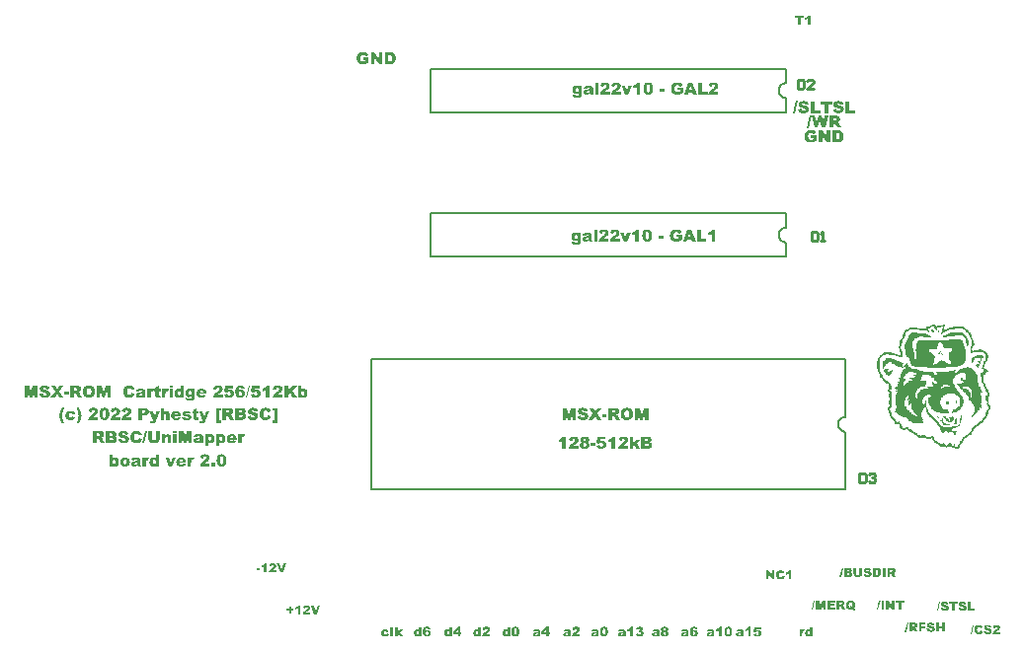
<source format=gto>
G04*
G04 #@! TF.GenerationSoftware,Altium Limited,Altium Designer,19.0.7 (175)*
G04*
G04 Layer_Color=65535*
%FSLAX25Y25*%
%MOIN*%
G70*
G01*
G75*
%ADD10C,0.00787*%
%ADD11C,0.01000*%
G36*
X318657Y-107672D02*
X318905D01*
Y-107920D01*
X319153D01*
Y-108167D01*
X319401D01*
Y-107920D01*
X321384D01*
Y-107672D01*
X322128D01*
Y-107920D01*
Y-108167D01*
Y-108415D01*
X321880D01*
Y-108663D01*
Y-108911D01*
Y-109159D01*
Y-109407D01*
X322375D01*
Y-109159D01*
X322871D01*
Y-108911D01*
X323615D01*
Y-108663D01*
X324854D01*
Y-108415D01*
X325845D01*
Y-108167D01*
X328076D01*
Y-108415D01*
X328572D01*
Y-108663D01*
X328820D01*
Y-108911D01*
X329315D01*
Y-109159D01*
X329563D01*
Y-109407D01*
X329811D01*
Y-109654D01*
X330059D01*
Y-109902D01*
X330307D01*
Y-110150D01*
X330555D01*
Y-110398D01*
X330802D01*
Y-110646D01*
Y-110894D01*
X331050D01*
Y-111142D01*
X331298D01*
Y-111390D01*
Y-111637D01*
Y-111885D01*
Y-112133D01*
X331546D01*
Y-112381D01*
Y-112629D01*
Y-112877D01*
X331794D01*
Y-113125D01*
Y-113372D01*
Y-113620D01*
Y-113868D01*
X332042D01*
Y-114116D01*
Y-114364D01*
Y-114612D01*
X331794D01*
Y-114859D01*
Y-115107D01*
X331546D01*
Y-115355D01*
Y-115603D01*
X331298D01*
Y-115851D01*
Y-116099D01*
Y-116347D01*
X331546D01*
Y-116595D01*
X331794D01*
Y-116347D01*
X333529D01*
Y-116099D01*
X334520D01*
Y-116347D01*
X335264D01*
Y-116595D01*
X335759D01*
Y-116842D01*
X336007D01*
Y-117090D01*
X336255D01*
Y-117338D01*
X336503D01*
Y-117586D01*
Y-117834D01*
Y-118082D01*
X336751D01*
Y-118329D01*
Y-118577D01*
Y-118825D01*
X336503D01*
Y-119073D01*
Y-119321D01*
Y-119569D01*
Y-119817D01*
X336255D01*
Y-120064D01*
Y-120312D01*
X336007D01*
Y-120560D01*
X335759D01*
Y-120808D01*
Y-121056D01*
X335512D01*
Y-121304D01*
Y-121552D01*
Y-121799D01*
X335264D01*
Y-122047D01*
Y-122295D01*
X335512D01*
Y-122543D01*
X336007D01*
Y-122791D01*
X336255D01*
Y-123039D01*
X336503D01*
Y-123286D01*
X336751D01*
Y-123534D01*
X336999D01*
Y-123782D01*
X336255D01*
Y-124030D01*
X335759D01*
Y-124278D01*
Y-124526D01*
X335016D01*
Y-124774D01*
Y-125022D01*
Y-125269D01*
Y-125517D01*
Y-125765D01*
X335264D01*
Y-126013D01*
Y-126261D01*
Y-126509D01*
Y-126757D01*
Y-127004D01*
Y-127252D01*
X335512D01*
Y-127500D01*
Y-127748D01*
X335759D01*
Y-127996D01*
Y-128244D01*
X336007D01*
Y-128491D01*
Y-128739D01*
X336255D01*
Y-128987D01*
Y-129235D01*
X336503D01*
Y-129483D01*
Y-129731D01*
X336751D01*
Y-129979D01*
Y-130226D01*
X336999D01*
Y-130474D01*
Y-130722D01*
X337247D01*
Y-130970D01*
Y-131218D01*
Y-131466D01*
X337494D01*
Y-131714D01*
X337247D01*
Y-131961D01*
X336751D01*
Y-132209D01*
Y-132457D01*
Y-132705D01*
Y-132953D01*
Y-133201D01*
X336999D01*
Y-133449D01*
Y-133696D01*
Y-133944D01*
Y-134192D01*
Y-134440D01*
Y-134688D01*
X337247D01*
Y-134936D01*
X337494D01*
Y-135184D01*
X337742D01*
Y-135431D01*
X337494D01*
Y-135679D01*
Y-135927D01*
Y-136175D01*
X337247D01*
Y-136423D01*
Y-136671D01*
X336999D01*
Y-136918D01*
Y-137166D01*
Y-137414D01*
X336751D01*
Y-137662D01*
Y-137910D01*
X336503D01*
Y-138158D01*
Y-138406D01*
Y-138654D01*
X336255D01*
Y-138901D01*
Y-139149D01*
X336007D01*
Y-139397D01*
X335759D01*
Y-139645D01*
X335512D01*
Y-139893D01*
X335264D01*
Y-140141D01*
Y-140389D01*
X335016D01*
Y-140636D01*
X334768D01*
Y-140884D01*
X334272D01*
Y-141132D01*
X334025D01*
Y-141380D01*
X333777D01*
Y-141628D01*
X333529D01*
Y-141876D01*
X333281D01*
Y-142123D01*
X332785D01*
Y-142371D01*
X332537D01*
Y-142619D01*
X332290D01*
Y-142867D01*
X332042D01*
Y-143115D01*
X331794D01*
Y-143363D01*
Y-143611D01*
X331546D01*
Y-143858D01*
Y-144106D01*
X331298D01*
Y-144354D01*
Y-144602D01*
Y-144850D01*
X330802D01*
Y-145098D01*
X330307D01*
Y-145346D01*
X329811D01*
Y-145593D01*
X329563D01*
Y-145841D01*
X329315D01*
Y-146089D01*
X328820D01*
Y-146337D01*
X328572D01*
Y-146585D01*
Y-146833D01*
X328324D01*
Y-147081D01*
Y-147328D01*
X328076D01*
Y-147576D01*
X327828D01*
Y-147824D01*
Y-148072D01*
X327580D01*
Y-148320D01*
X327332D01*
Y-148568D01*
Y-148816D01*
X327085D01*
Y-149063D01*
Y-149311D01*
X326837D01*
Y-149559D01*
X325350D01*
Y-149311D01*
X324358D01*
Y-149063D01*
X323863D01*
Y-148816D01*
X323367D01*
Y-149063D01*
X322871D01*
Y-149311D01*
X322375D01*
Y-149063D01*
X321880D01*
Y-148816D01*
X320640D01*
Y-148568D01*
X320145D01*
Y-148320D01*
X319897D01*
Y-148072D01*
X319401D01*
Y-147824D01*
X319153D01*
Y-147576D01*
X318657D01*
Y-147328D01*
X318410D01*
Y-147081D01*
X318162D01*
Y-146833D01*
Y-146585D01*
X317914D01*
Y-146337D01*
Y-146089D01*
X317418D01*
Y-146337D01*
X315683D01*
Y-146089D01*
X315188D01*
Y-145841D01*
X314940D01*
Y-145593D01*
X314692D01*
Y-145841D01*
X313205D01*
Y-145593D01*
X312957D01*
Y-145346D01*
X312461D01*
Y-145098D01*
X312213D01*
Y-144850D01*
X311718D01*
Y-144602D01*
X311470D01*
Y-144354D01*
X310974D01*
Y-144106D01*
X310478D01*
Y-143858D01*
X310230D01*
Y-143611D01*
X309735D01*
Y-143363D01*
X309487D01*
Y-143115D01*
X308743D01*
Y-143363D01*
X308000D01*
Y-143115D01*
X307504D01*
Y-142867D01*
X307256D01*
Y-142619D01*
X307008D01*
Y-142371D01*
Y-142123D01*
Y-141876D01*
X306761D01*
Y-141628D01*
Y-141380D01*
X305769D01*
Y-141132D01*
X305273D01*
Y-140884D01*
Y-140636D01*
X305026D01*
Y-140389D01*
Y-140141D01*
X304778D01*
Y-139893D01*
X304530D01*
Y-139645D01*
X304282D01*
Y-139397D01*
X304034D01*
Y-139149D01*
X303786D01*
Y-138901D01*
Y-138654D01*
X303538D01*
Y-138406D01*
Y-138158D01*
Y-137910D01*
Y-137662D01*
X303291D01*
Y-137414D01*
Y-137166D01*
X303043D01*
Y-136918D01*
Y-136671D01*
X302795D01*
Y-136423D01*
Y-136175D01*
Y-135927D01*
Y-135679D01*
X303043D01*
Y-135431D01*
X303291D01*
Y-135184D01*
X303538D01*
Y-134936D01*
Y-134688D01*
X303291D01*
Y-134440D01*
Y-134192D01*
Y-133944D01*
Y-133696D01*
Y-133449D01*
X303538D01*
Y-133201D01*
Y-132953D01*
Y-132705D01*
Y-132457D01*
X303291D01*
Y-132209D01*
Y-131961D01*
Y-131714D01*
Y-131466D01*
Y-131218D01*
Y-130970D01*
X303538D01*
Y-130722D01*
Y-130474D01*
X303043D01*
Y-130226D01*
X302795D01*
Y-129979D01*
Y-129731D01*
Y-129483D01*
X303043D01*
Y-129235D01*
X303291D01*
Y-128987D01*
Y-128739D01*
Y-128491D01*
Y-128244D01*
X303043D01*
Y-127996D01*
Y-127748D01*
X302547D01*
Y-127500D01*
X302299D01*
Y-127252D01*
X301803D01*
Y-127004D01*
X301556D01*
Y-126757D01*
X301308D01*
Y-126509D01*
X301060D01*
Y-126261D01*
Y-126013D01*
X300812D01*
Y-125765D01*
X300564D01*
Y-125517D01*
X300316D01*
Y-125269D01*
Y-125022D01*
Y-124774D01*
X300068D01*
Y-124526D01*
Y-124278D01*
X299821D01*
Y-124030D01*
Y-123782D01*
Y-123534D01*
X299573D01*
Y-123286D01*
Y-123039D01*
Y-122791D01*
Y-122543D01*
X299325D01*
Y-122295D01*
Y-122047D01*
Y-121799D01*
Y-121552D01*
Y-121304D01*
Y-121056D01*
Y-120808D01*
Y-120560D01*
Y-120312D01*
Y-120064D01*
Y-119817D01*
X299573D01*
Y-119569D01*
Y-119321D01*
Y-119073D01*
X299821D01*
Y-118825D01*
Y-118577D01*
X300068D01*
Y-118329D01*
X300316D01*
Y-118082D01*
Y-117834D01*
X300812D01*
Y-117586D01*
X301060D01*
Y-117338D01*
X301556D01*
Y-117090D01*
X304282D01*
Y-117338D01*
X305273D01*
Y-117586D01*
X306265D01*
Y-117834D01*
X307256D01*
Y-117586D01*
Y-117338D01*
Y-117090D01*
X307008D01*
Y-116842D01*
Y-116595D01*
Y-116347D01*
X306761D01*
Y-116099D01*
Y-115851D01*
Y-115603D01*
X306513D01*
Y-115355D01*
Y-115107D01*
X306761D01*
Y-114859D01*
Y-114612D01*
Y-114364D01*
Y-114116D01*
X307008D01*
Y-113868D01*
Y-113620D01*
Y-113372D01*
Y-113125D01*
X307256D01*
Y-112877D01*
Y-112629D01*
X307504D01*
Y-112381D01*
Y-112133D01*
X307752D01*
Y-111885D01*
X308000D01*
Y-111637D01*
Y-111390D01*
Y-111142D01*
Y-110894D01*
X308248D01*
Y-110646D01*
Y-110398D01*
Y-110150D01*
X308495D01*
Y-109902D01*
Y-109654D01*
X308743D01*
Y-109407D01*
X309239D01*
Y-109159D01*
X309735D01*
Y-108911D01*
X310230D01*
Y-108663D01*
X312709D01*
Y-108911D01*
X315931D01*
Y-108663D01*
Y-108415D01*
X316427D01*
Y-108167D01*
X317170D01*
Y-107920D01*
X317914D01*
Y-107672D01*
X318410D01*
Y-107424D01*
X318657D01*
Y-107672D01*
D02*
G37*
G36*
X200065Y-135768D02*
X200130D01*
X200203Y-135776D01*
X200283Y-135783D01*
X200371Y-135798D01*
X200560Y-135834D01*
X200757Y-135885D01*
X200940Y-135958D01*
X201027Y-136002D01*
X201107Y-136053D01*
X201115D01*
X201122Y-136067D01*
X201173Y-136104D01*
X201238Y-136177D01*
X201319Y-136271D01*
X201362Y-136330D01*
X201399Y-136395D01*
X201443Y-136476D01*
X201479Y-136556D01*
X201516Y-136643D01*
X201545Y-136738D01*
X201567Y-136847D01*
X201588Y-136957D01*
X200422Y-137022D01*
Y-137008D01*
X200415Y-136979D01*
X200400Y-136927D01*
X200378Y-136869D01*
X200349Y-136811D01*
X200320Y-136745D01*
X200276Y-136680D01*
X200225Y-136629D01*
X200218Y-136621D01*
X200196Y-136607D01*
X200167Y-136592D01*
X200123Y-136563D01*
X200065Y-136541D01*
X199992Y-136527D01*
X199912Y-136512D01*
X199817Y-136505D01*
X199780D01*
X199744Y-136512D01*
X199693Y-136519D01*
X199584Y-136541D01*
X199533Y-136570D01*
X199489Y-136600D01*
X199481Y-136607D01*
X199474Y-136614D01*
X199438Y-136658D01*
X199401Y-136731D01*
X199394Y-136775D01*
X199387Y-136818D01*
Y-136826D01*
Y-136833D01*
X199401Y-136876D01*
X199423Y-136935D01*
X199445Y-136964D01*
X199474Y-136993D01*
X199481D01*
X199496Y-137008D01*
X199518Y-137022D01*
X199562Y-137044D01*
X199613Y-137066D01*
X199686Y-137088D01*
X199773Y-137117D01*
X199882Y-137139D01*
X199890D01*
X199919Y-137146D01*
X199963Y-137153D01*
X200014Y-137168D01*
X200079Y-137183D01*
X200160Y-137205D01*
X200247Y-137226D01*
X200335Y-137248D01*
X200524Y-137299D01*
X200721Y-137365D01*
X200896Y-137431D01*
X200976Y-137460D01*
X201049Y-137496D01*
X201056D01*
X201063Y-137503D01*
X201107Y-137525D01*
X201166Y-137562D01*
X201246Y-137613D01*
X201326Y-137678D01*
X201413Y-137751D01*
X201494Y-137839D01*
X201559Y-137934D01*
X201567Y-137948D01*
X201581Y-137977D01*
X201610Y-138036D01*
X201639Y-138109D01*
X201669Y-138196D01*
X201698Y-138291D01*
X201712Y-138407D01*
X201720Y-138524D01*
Y-138531D01*
Y-138539D01*
Y-138560D01*
Y-138590D01*
X201705Y-138663D01*
X201690Y-138757D01*
X201669Y-138867D01*
X201625Y-138991D01*
X201574Y-139114D01*
X201501Y-139239D01*
X201494Y-139253D01*
X201464Y-139289D01*
X201413Y-139348D01*
X201348Y-139421D01*
X201260Y-139501D01*
X201158Y-139581D01*
X201042Y-139654D01*
X200903Y-139727D01*
X200896D01*
X200888Y-139734D01*
X200867Y-139742D01*
X200837Y-139749D01*
X200801Y-139763D01*
X200750Y-139778D01*
X200699Y-139793D01*
X200641Y-139807D01*
X200502Y-139836D01*
X200335Y-139865D01*
X200152Y-139880D01*
X199941Y-139887D01*
X199846D01*
X199773Y-139880D01*
X199693Y-139873D01*
X199598Y-139865D01*
X199496Y-139858D01*
X199380Y-139836D01*
X199146Y-139793D01*
X198913Y-139727D01*
X198804Y-139683D01*
X198702Y-139625D01*
X198607Y-139567D01*
X198527Y-139501D01*
X198519Y-139494D01*
X198512Y-139479D01*
X198490Y-139457D01*
X198468Y-139428D01*
X198439Y-139392D01*
X198403Y-139348D01*
X198366Y-139289D01*
X198330Y-139231D01*
X198249Y-139085D01*
X198177Y-138910D01*
X198126Y-138721D01*
X198104Y-138611D01*
X198089Y-138502D01*
X199263Y-138422D01*
Y-138437D01*
X199270Y-138473D01*
X199277Y-138524D01*
X199299Y-138582D01*
X199343Y-138728D01*
X199380Y-138801D01*
X199416Y-138859D01*
X199423Y-138867D01*
X199452Y-138896D01*
X199496Y-138932D01*
X199554Y-138976D01*
X199635Y-139027D01*
X199729Y-139064D01*
X199839Y-139093D01*
X199963Y-139100D01*
X200006D01*
X200050Y-139093D01*
X200116Y-139085D01*
X200181Y-139071D01*
X200247Y-139049D01*
X200313Y-139020D01*
X200371Y-138983D01*
X200378Y-138976D01*
X200393Y-138961D01*
X200415Y-138932D01*
X200444Y-138903D01*
X200473Y-138859D01*
X200495Y-138808D01*
X200509Y-138750D01*
X200517Y-138692D01*
Y-138684D01*
Y-138663D01*
X200509Y-138633D01*
X200502Y-138597D01*
X200480Y-138553D01*
X200458Y-138510D01*
X200422Y-138458D01*
X200378Y-138415D01*
X200371Y-138407D01*
X200349Y-138393D01*
X200305Y-138371D01*
X200247Y-138342D01*
X200160Y-138305D01*
X200050Y-138262D01*
X199985Y-138240D01*
X199912Y-138225D01*
X199831Y-138203D01*
X199744Y-138181D01*
X199737D01*
X199707Y-138174D01*
X199664Y-138160D01*
X199613Y-138152D01*
X199547Y-138130D01*
X199467Y-138109D01*
X199387Y-138087D01*
X199299Y-138057D01*
X199102Y-137985D01*
X198913Y-137904D01*
X198738Y-137810D01*
X198658Y-137759D01*
X198585Y-137700D01*
Y-137693D01*
X198570Y-137686D01*
X198534Y-137649D01*
X198476Y-137584D01*
X198417Y-137489D01*
X198352Y-137380D01*
X198293Y-137248D01*
X198257Y-137102D01*
X198249Y-137022D01*
X198242Y-136935D01*
Y-136927D01*
Y-136920D01*
Y-136884D01*
X198249Y-136818D01*
X198264Y-136745D01*
X198286Y-136658D01*
X198315Y-136556D01*
X198359Y-136454D01*
X198417Y-136352D01*
X198424Y-136337D01*
X198454Y-136308D01*
X198497Y-136257D01*
X198556Y-136191D01*
X198629Y-136126D01*
X198723Y-136053D01*
X198833Y-135987D01*
X198957Y-135922D01*
X198964D01*
X198971Y-135914D01*
X198993Y-135907D01*
X199022Y-135900D01*
X199059Y-135885D01*
X199102Y-135871D01*
X199153Y-135856D01*
X199212Y-135841D01*
X199277Y-135827D01*
X199358Y-135812D01*
X199525Y-135783D01*
X199722Y-135768D01*
X199941Y-135761D01*
X200014D01*
X200065Y-135768D01*
D02*
G37*
G36*
X204920Y-137766D02*
X206283Y-139822D01*
X204898D01*
X204103Y-138539D01*
X203316Y-139822D01*
X201938D01*
X203316Y-137744D01*
X202062Y-135827D01*
X203425D01*
X204125Y-137059D01*
X204818Y-135827D01*
X206167D01*
X204920Y-137766D01*
D02*
G37*
G36*
X222022Y-139822D02*
X221009D01*
Y-136775D01*
X220229Y-139822D01*
X219310D01*
X218538Y-136775D01*
Y-139822D01*
X217524D01*
Y-135827D01*
X219150D01*
X219770Y-138262D01*
X220397Y-135827D01*
X222022D01*
Y-139822D01*
D02*
G37*
G36*
X197520D02*
X196507D01*
Y-136775D01*
X195727Y-139822D01*
X194809D01*
X194036Y-136775D01*
Y-139822D01*
X193023D01*
Y-135827D01*
X194648D01*
X195268Y-138262D01*
X195895Y-135827D01*
X197520D01*
Y-139822D01*
D02*
G37*
G36*
X208011Y-138794D02*
X206400D01*
Y-137934D01*
X208011D01*
Y-138794D01*
D02*
G37*
G36*
X210810Y-135834D02*
X210941Y-135841D01*
X211080Y-135849D01*
X211226Y-135871D01*
X211364Y-135892D01*
X211488Y-135929D01*
X211503Y-135936D01*
X211539Y-135951D01*
X211597Y-135973D01*
X211663Y-136009D01*
X211743Y-136060D01*
X211824Y-136126D01*
X211904Y-136198D01*
X211977Y-136293D01*
X211984Y-136308D01*
X212006Y-136337D01*
X212035Y-136395D01*
X212071Y-136476D01*
X212108Y-136570D01*
X212137Y-136680D01*
X212159Y-136804D01*
X212166Y-136942D01*
Y-136957D01*
Y-137000D01*
X212159Y-137059D01*
X212152Y-137139D01*
X212130Y-137226D01*
X212108Y-137321D01*
X212071Y-137423D01*
X212020Y-137518D01*
X212013Y-137525D01*
X211999Y-137555D01*
X211962Y-137598D01*
X211918Y-137656D01*
X211860Y-137715D01*
X211794Y-137780D01*
X211714Y-137846D01*
X211627Y-137904D01*
X211619Y-137912D01*
X211597Y-137919D01*
X211561Y-137941D01*
X211517Y-137963D01*
X211452Y-137985D01*
X211379Y-138014D01*
X211291Y-138036D01*
X211197Y-138065D01*
X211204D01*
X211233Y-138079D01*
X211269Y-138094D01*
X211320Y-138109D01*
X211423Y-138160D01*
X211474Y-138181D01*
X211517Y-138211D01*
X211532Y-138218D01*
X211546Y-138232D01*
X211568Y-138254D01*
X211597Y-138284D01*
X211627Y-138320D01*
X211670Y-138364D01*
X211714Y-138422D01*
X211721Y-138429D01*
X211736Y-138451D01*
X211758Y-138480D01*
X211787Y-138510D01*
X211845Y-138597D01*
X211867Y-138633D01*
X211889Y-138670D01*
X212494Y-139822D01*
X211094D01*
X210431Y-138604D01*
X210424Y-138597D01*
X210409Y-138568D01*
X210387Y-138524D01*
X210358Y-138480D01*
X210285Y-138378D01*
X210242Y-138335D01*
X210205Y-138298D01*
X210198Y-138291D01*
X210183Y-138284D01*
X210154Y-138269D01*
X210118Y-138247D01*
X210074Y-138232D01*
X210023Y-138218D01*
X209965Y-138211D01*
X209899Y-138203D01*
X209797D01*
Y-139822D01*
X208558D01*
Y-135827D01*
X210759D01*
X210810Y-135834D01*
D02*
G37*
G36*
X214958Y-135768D02*
X215046Y-135776D01*
X215141Y-135790D01*
X215250Y-135805D01*
X215359Y-135827D01*
X215483Y-135856D01*
X215607Y-135892D01*
X215738Y-135936D01*
X215862Y-135987D01*
X215986Y-136053D01*
X216110Y-136126D01*
X216219Y-136206D01*
X216329Y-136301D01*
X216336Y-136308D01*
X216351Y-136322D01*
X216380Y-136359D01*
X216416Y-136395D01*
X216453Y-136454D01*
X216504Y-136519D01*
X216555Y-136600D01*
X216606Y-136687D01*
X216657Y-136789D01*
X216701Y-136898D01*
X216752Y-137022D01*
X216788Y-137153D01*
X216825Y-137299D01*
X216854Y-137452D01*
X216868Y-137620D01*
X216876Y-137795D01*
Y-137802D01*
Y-137824D01*
Y-137861D01*
Y-137912D01*
X216868Y-137970D01*
X216861Y-138043D01*
X216854Y-138116D01*
X216846Y-138203D01*
X216817Y-138385D01*
X216773Y-138575D01*
X216715Y-138765D01*
X216635Y-138947D01*
Y-138954D01*
X216628Y-138969D01*
X216613Y-138991D01*
X216591Y-139020D01*
X216540Y-139100D01*
X216460Y-139202D01*
X216365Y-139311D01*
X216248Y-139428D01*
X216117Y-139537D01*
X215957Y-139639D01*
X215950D01*
X215935Y-139647D01*
X215913Y-139661D01*
X215877Y-139676D01*
X215833Y-139698D01*
X215782Y-139720D01*
X215724Y-139742D01*
X215651Y-139763D01*
X215571Y-139785D01*
X215490Y-139807D01*
X215301Y-139851D01*
X215082Y-139880D01*
X214842Y-139887D01*
X214732D01*
X214674Y-139880D01*
X214608Y-139873D01*
X214535D01*
X214448Y-139858D01*
X214273Y-139836D01*
X214091Y-139800D01*
X213901Y-139749D01*
X213726Y-139676D01*
X213719D01*
X213704Y-139669D01*
X213683Y-139654D01*
X213653Y-139632D01*
X213573Y-139581D01*
X213471Y-139508D01*
X213354Y-139421D01*
X213238Y-139297D01*
X213114Y-139158D01*
X213004Y-138998D01*
Y-138991D01*
X212990Y-138976D01*
X212983Y-138947D01*
X212961Y-138910D01*
X212939Y-138867D01*
X212917Y-138816D01*
X212895Y-138750D01*
X212873Y-138677D01*
X212844Y-138597D01*
X212822Y-138510D01*
X212800Y-138415D01*
X212778Y-138305D01*
X212749Y-138079D01*
X212735Y-137831D01*
Y-137817D01*
Y-137788D01*
X212742Y-137737D01*
Y-137671D01*
X212749Y-137591D01*
X212764Y-137496D01*
X212778Y-137387D01*
X212800Y-137277D01*
X212829Y-137153D01*
X212866Y-137030D01*
X212910Y-136906D01*
X212961Y-136775D01*
X213026Y-136651D01*
X213099Y-136527D01*
X213179Y-136417D01*
X213274Y-136308D01*
X213281Y-136301D01*
X213303Y-136286D01*
X213333Y-136257D01*
X213376Y-136220D01*
X213435Y-136184D01*
X213500Y-136133D01*
X213580Y-136082D01*
X213668Y-136031D01*
X213770Y-135980D01*
X213887Y-135936D01*
X214011Y-135885D01*
X214149Y-135849D01*
X214295Y-135812D01*
X214455Y-135783D01*
X214623Y-135768D01*
X214798Y-135761D01*
X214893D01*
X214958Y-135768D01*
D02*
G37*
G36*
X204184Y-148513D02*
X202572D01*
Y-147653D01*
X204184D01*
Y-148513D01*
D02*
G37*
G36*
X207625Y-146435D02*
X205831D01*
X205736Y-147033D01*
X205744Y-147026D01*
X205766Y-147018D01*
X205809Y-147004D01*
X205853Y-146982D01*
X205911Y-146960D01*
X205977Y-146938D01*
X206108Y-146902D01*
X206116D01*
X206137Y-146894D01*
X206174Y-146887D01*
X206225Y-146880D01*
X206276Y-146873D01*
X206334Y-146865D01*
X206465Y-146858D01*
X206524D01*
X206567Y-146865D01*
X206618D01*
X206677Y-146880D01*
X206808Y-146902D01*
X206968Y-146946D01*
X207129Y-147011D01*
X207209Y-147055D01*
X207289Y-147099D01*
X207362Y-147157D01*
X207435Y-147222D01*
X207442Y-147230D01*
X207450Y-147237D01*
X207471Y-147259D01*
X207493Y-147288D01*
X207522Y-147325D01*
X207552Y-147368D01*
X207625Y-147470D01*
X207697Y-147601D01*
X207756Y-147762D01*
X207799Y-147937D01*
X207807Y-148032D01*
X207814Y-148134D01*
Y-148141D01*
Y-148148D01*
Y-148170D01*
Y-148199D01*
X207807Y-148272D01*
X207792Y-148374D01*
X207763Y-148484D01*
X207734Y-148608D01*
X207683Y-148746D01*
X207617Y-148877D01*
Y-148885D01*
X207610Y-148892D01*
X207581Y-148936D01*
X207537Y-149001D01*
X207479Y-149081D01*
X207399Y-149169D01*
X207304Y-149256D01*
X207194Y-149344D01*
X207070Y-149424D01*
X207063D01*
X207056Y-149431D01*
X207034Y-149439D01*
X207005Y-149453D01*
X206976Y-149468D01*
X206932Y-149482D01*
X206830Y-149512D01*
X206699Y-149548D01*
X206538Y-149577D01*
X206363Y-149599D01*
X206167Y-149606D01*
X206101D01*
X206028Y-149599D01*
X205933D01*
X205831Y-149592D01*
X205715Y-149577D01*
X205598Y-149555D01*
X205488Y-149533D01*
X205474Y-149526D01*
X205445Y-149519D01*
X205394Y-149504D01*
X205328Y-149475D01*
X205248Y-149446D01*
X205168Y-149409D01*
X205007Y-149315D01*
X205000Y-149307D01*
X204978Y-149285D01*
X204942Y-149256D01*
X204891Y-149213D01*
X204840Y-149169D01*
X204789Y-149111D01*
X204687Y-148979D01*
X204679Y-148972D01*
X204665Y-148943D01*
X204643Y-148907D01*
X204621Y-148848D01*
X204585Y-148783D01*
X204555Y-148702D01*
X204519Y-148608D01*
X204490Y-148505D01*
X205612Y-148382D01*
Y-148396D01*
X205620Y-148425D01*
X205634Y-148476D01*
X205649Y-148535D01*
X205671Y-148600D01*
X205707Y-148666D01*
X205744Y-148732D01*
X205795Y-148790D01*
X205802Y-148797D01*
X205824Y-148812D01*
X205853Y-148834D01*
X205897Y-148855D01*
X205948Y-148885D01*
X206013Y-148907D01*
X206086Y-148921D01*
X206159Y-148928D01*
X206196D01*
X206239Y-148921D01*
X206298Y-148907D01*
X206356Y-148885D01*
X206422Y-148855D01*
X206487Y-148812D01*
X206546Y-148753D01*
X206553Y-148746D01*
X206567Y-148717D01*
X206597Y-148680D01*
X206626Y-148622D01*
X206648Y-148549D01*
X206677Y-148462D01*
X206691Y-148360D01*
X206699Y-148236D01*
Y-148229D01*
Y-148221D01*
Y-148178D01*
X206691Y-148112D01*
X206677Y-148039D01*
X206662Y-147951D01*
X206633Y-147864D01*
X206597Y-147784D01*
X206546Y-147711D01*
X206538Y-147704D01*
X206516Y-147682D01*
X206487Y-147660D01*
X206436Y-147623D01*
X206378Y-147594D01*
X206312Y-147572D01*
X206225Y-147550D01*
X206137Y-147543D01*
X206108D01*
X206079Y-147550D01*
X206035D01*
X205941Y-147580D01*
X205882Y-147594D01*
X205824Y-147623D01*
X205817D01*
X205802Y-147638D01*
X205780Y-147653D01*
X205751Y-147675D01*
X205715Y-147704D01*
X205671Y-147740D01*
X205627Y-147784D01*
X205576Y-147835D01*
X204636Y-147696D01*
X204985Y-145546D01*
X207625D01*
Y-146435D01*
D02*
G37*
G36*
X222022Y-145553D02*
X222073D01*
X222124Y-145560D01*
X222255Y-145582D01*
X222401Y-145619D01*
X222547Y-145670D01*
X222686Y-145743D01*
X222817Y-145837D01*
X222824D01*
X222831Y-145852D01*
X222868Y-145888D01*
X222919Y-145947D01*
X222977Y-146034D01*
X223028Y-146136D01*
X223079Y-146253D01*
X223116Y-146391D01*
X223130Y-146464D01*
Y-146545D01*
Y-146552D01*
Y-146559D01*
Y-146603D01*
X223116Y-146668D01*
X223101Y-146749D01*
X223072Y-146843D01*
X223036Y-146946D01*
X222977Y-147047D01*
X222904Y-147150D01*
X222897Y-147157D01*
X222875Y-147179D01*
X222846Y-147208D01*
X222795Y-147244D01*
X222737Y-147288D01*
X222664Y-147332D01*
X222576Y-147376D01*
X222474Y-147419D01*
X222481D01*
X222496Y-147427D01*
X222518D01*
X222547Y-147441D01*
X222620Y-147463D01*
X222715Y-147500D01*
X222817Y-147550D01*
X222926Y-147616D01*
X223021Y-147689D01*
X223108Y-147776D01*
X223116Y-147791D01*
X223138Y-147820D01*
X223174Y-147879D01*
X223211Y-147951D01*
X223247Y-148039D01*
X223283Y-148148D01*
X223305Y-148272D01*
X223313Y-148411D01*
Y-148425D01*
Y-148462D01*
X223305Y-148520D01*
X223298Y-148593D01*
X223276Y-148680D01*
X223254Y-148775D01*
X223218Y-148870D01*
X223167Y-148965D01*
X223160Y-148972D01*
X223138Y-149009D01*
X223108Y-149052D01*
X223065Y-149103D01*
X223006Y-149169D01*
X222934Y-149234D01*
X222853Y-149300D01*
X222766Y-149358D01*
X222759D01*
X222737Y-149373D01*
X222700Y-149388D01*
X222649Y-149409D01*
X222584Y-149431D01*
X222503Y-149453D01*
X222409Y-149468D01*
X222299Y-149490D01*
X222285D01*
X222263Y-149497D01*
X222234D01*
X222161Y-149504D01*
X222073Y-149512D01*
X221978Y-149526D01*
X221891Y-149533D01*
X221811Y-149541D01*
X219617D01*
Y-145546D01*
X221986D01*
X222022Y-145553D01*
D02*
G37*
G36*
X216956Y-147601D02*
X217779Y-146647D01*
X219150D01*
X218108Y-147667D01*
X219208Y-149541D01*
X217954D01*
X217364Y-148389D01*
X216956Y-148790D01*
Y-149541D01*
X215818D01*
Y-145546D01*
X216956D01*
Y-147601D01*
D02*
G37*
G36*
X213741Y-145487D02*
X213799D01*
X213930Y-145495D01*
X214076Y-145517D01*
X214229Y-145538D01*
X214375Y-145575D01*
X214506Y-145619D01*
X214513D01*
X214521Y-145626D01*
X214557Y-145641D01*
X214623Y-145677D01*
X214696Y-145721D01*
X214776Y-145779D01*
X214863Y-145845D01*
X214951Y-145932D01*
X215024Y-146027D01*
X215031Y-146042D01*
X215053Y-146078D01*
X215082Y-146129D01*
X215119Y-146209D01*
X215155Y-146297D01*
X215184Y-146406D01*
X215206Y-146523D01*
X215213Y-146647D01*
Y-146654D01*
Y-146661D01*
Y-146683D01*
Y-146705D01*
X215199Y-146778D01*
X215184Y-146873D01*
X215162Y-146975D01*
X215119Y-147099D01*
X215068Y-147222D01*
X214995Y-147346D01*
X214987Y-147361D01*
X214951Y-147405D01*
X214900Y-147470D01*
X214820Y-147558D01*
X214710Y-147667D01*
X214645Y-147725D01*
X214579Y-147791D01*
X214499Y-147857D01*
X214411Y-147930D01*
X214317Y-148003D01*
X214215Y-148075D01*
X214200Y-148083D01*
X214164Y-148112D01*
X214105Y-148156D01*
X214032Y-148207D01*
X213960Y-148258D01*
X213879Y-148309D01*
X213814Y-148360D01*
X213763Y-148403D01*
X213755Y-148411D01*
X213741Y-148418D01*
X213719Y-148440D01*
X213690Y-148462D01*
X213610Y-148542D01*
X213500Y-148637D01*
X215243D01*
Y-149541D01*
X211904D01*
Y-149533D01*
Y-149519D01*
X211911Y-149490D01*
X211918Y-149460D01*
X211926Y-149417D01*
X211933Y-149366D01*
X211969Y-149242D01*
X212013Y-149103D01*
X212071Y-148950D01*
X212152Y-148783D01*
X212246Y-148622D01*
X212254Y-148615D01*
X212261Y-148600D01*
X212276Y-148578D01*
X212305Y-148542D01*
X212341Y-148505D01*
X212378Y-148454D01*
X212436Y-148396D01*
X212494Y-148330D01*
X212560Y-148258D01*
X212640Y-148178D01*
X212727Y-148097D01*
X212829Y-148003D01*
X212939Y-147908D01*
X213063Y-147806D01*
X213194Y-147704D01*
X213340Y-147594D01*
X213347Y-147587D01*
X213362Y-147580D01*
X213384Y-147558D01*
X213420Y-147536D01*
X213500Y-147470D01*
X213602Y-147390D01*
X213704Y-147295D01*
X213814Y-147208D01*
X213901Y-147120D01*
X213938Y-147077D01*
X213967Y-147040D01*
X213974Y-147033D01*
X213989Y-147011D01*
X214011Y-146975D01*
X214040Y-146924D01*
X214061Y-146873D01*
X214083Y-146807D01*
X214098Y-146749D01*
X214105Y-146683D01*
Y-146676D01*
Y-146654D01*
X214098Y-146617D01*
X214091Y-146574D01*
X214069Y-146523D01*
X214047Y-146472D01*
X214011Y-146421D01*
X213967Y-146370D01*
X213960Y-146362D01*
X213945Y-146348D01*
X213916Y-146326D01*
X213872Y-146304D01*
X213821Y-146282D01*
X213763Y-146260D01*
X213697Y-146246D01*
X213624Y-146238D01*
X213588D01*
X213551Y-146246D01*
X213500Y-146253D01*
X213449Y-146275D01*
X213391Y-146297D01*
X213333Y-146333D01*
X213274Y-146377D01*
X213267Y-146384D01*
X213252Y-146399D01*
X213230Y-146435D01*
X213201Y-146486D01*
X213172Y-146552D01*
X213143Y-146632D01*
X213121Y-146727D01*
X213099Y-146843D01*
X211984Y-146756D01*
Y-146749D01*
Y-146734D01*
X211991Y-146712D01*
X211999Y-146676D01*
X212013Y-146596D01*
X212035Y-146486D01*
X212071Y-146370D01*
X212108Y-146253D01*
X212159Y-146136D01*
X212217Y-146027D01*
X212225Y-146012D01*
X212246Y-145983D01*
X212290Y-145939D01*
X212348Y-145881D01*
X212414Y-145816D01*
X212502Y-145750D01*
X212596Y-145684D01*
X212713Y-145626D01*
X212720D01*
X212727Y-145619D01*
X212771Y-145604D01*
X212844Y-145582D01*
X212946Y-145553D01*
X213070Y-145524D01*
X213223Y-145502D01*
X213398Y-145487D01*
X213595Y-145480D01*
X213690D01*
X213741Y-145487D01*
D02*
G37*
G36*
X210781Y-149541D02*
X209658D01*
Y-146887D01*
X209644Y-146894D01*
X209615Y-146924D01*
X209556Y-146960D01*
X209491Y-147011D01*
X209411Y-147062D01*
X209316Y-147120D01*
X209221Y-147179D01*
X209126Y-147230D01*
X209112Y-147237D01*
X209083Y-147252D01*
X209024Y-147274D01*
X208951Y-147303D01*
X208857Y-147339D01*
X208754Y-147383D01*
X208630Y-147419D01*
X208492Y-147463D01*
Y-146559D01*
X208499D01*
X208514Y-146552D01*
X208543Y-146537D01*
X208587Y-146530D01*
X208630Y-146508D01*
X208689Y-146486D01*
X208813Y-146435D01*
X208951Y-146370D01*
X209097Y-146297D01*
X209243Y-146216D01*
X209367Y-146122D01*
X209374D01*
X209381Y-146107D01*
X209418Y-146078D01*
X209476Y-146020D01*
X209549Y-145939D01*
X209629Y-145852D01*
X209709Y-145743D01*
X209790Y-145619D01*
X209862Y-145480D01*
X210781D01*
Y-149541D01*
D02*
G37*
G36*
X196981Y-145487D02*
X197039D01*
X197171Y-145495D01*
X197316Y-145517D01*
X197469Y-145538D01*
X197615Y-145575D01*
X197747Y-145619D01*
X197754D01*
X197761Y-145626D01*
X197798Y-145641D01*
X197863Y-145677D01*
X197936Y-145721D01*
X198016Y-145779D01*
X198104Y-145845D01*
X198191Y-145932D01*
X198264Y-146027D01*
X198271Y-146042D01*
X198293Y-146078D01*
X198322Y-146129D01*
X198359Y-146209D01*
X198395Y-146297D01*
X198424Y-146406D01*
X198446Y-146523D01*
X198454Y-146647D01*
Y-146654D01*
Y-146661D01*
Y-146683D01*
Y-146705D01*
X198439Y-146778D01*
X198424Y-146873D01*
X198403Y-146975D01*
X198359Y-147099D01*
X198308Y-147222D01*
X198235Y-147346D01*
X198228Y-147361D01*
X198191Y-147405D01*
X198140Y-147470D01*
X198060Y-147558D01*
X197951Y-147667D01*
X197885Y-147725D01*
X197819Y-147791D01*
X197739Y-147857D01*
X197652Y-147930D01*
X197557Y-148003D01*
X197455Y-148075D01*
X197440Y-148083D01*
X197404Y-148112D01*
X197346Y-148156D01*
X197273Y-148207D01*
X197200Y-148258D01*
X197120Y-148309D01*
X197054Y-148360D01*
X197003Y-148403D01*
X196996Y-148411D01*
X196981Y-148418D01*
X196959Y-148440D01*
X196930Y-148462D01*
X196850Y-148542D01*
X196740Y-148637D01*
X198483D01*
Y-149541D01*
X195144D01*
Y-149533D01*
Y-149519D01*
X195151Y-149490D01*
X195159Y-149460D01*
X195166Y-149417D01*
X195173Y-149366D01*
X195210Y-149242D01*
X195253Y-149103D01*
X195312Y-148950D01*
X195392Y-148783D01*
X195487Y-148622D01*
X195494Y-148615D01*
X195501Y-148600D01*
X195516Y-148578D01*
X195545Y-148542D01*
X195581Y-148505D01*
X195618Y-148454D01*
X195676Y-148396D01*
X195735Y-148330D01*
X195800Y-148258D01*
X195880Y-148178D01*
X195968Y-148097D01*
X196070Y-148003D01*
X196179Y-147908D01*
X196303Y-147806D01*
X196434Y-147704D01*
X196580Y-147594D01*
X196587Y-147587D01*
X196602Y-147580D01*
X196624Y-147558D01*
X196660Y-147536D01*
X196740Y-147470D01*
X196843Y-147390D01*
X196945Y-147295D01*
X197054Y-147208D01*
X197142Y-147120D01*
X197178Y-147077D01*
X197207Y-147040D01*
X197214Y-147033D01*
X197229Y-147011D01*
X197251Y-146975D01*
X197280Y-146924D01*
X197302Y-146873D01*
X197324Y-146807D01*
X197338Y-146749D01*
X197346Y-146683D01*
Y-146676D01*
Y-146654D01*
X197338Y-146617D01*
X197331Y-146574D01*
X197309Y-146523D01*
X197287Y-146472D01*
X197251Y-146421D01*
X197207Y-146370D01*
X197200Y-146362D01*
X197185Y-146348D01*
X197156Y-146326D01*
X197112Y-146304D01*
X197061Y-146282D01*
X197003Y-146260D01*
X196937Y-146246D01*
X196864Y-146238D01*
X196828D01*
X196792Y-146246D01*
X196740Y-146253D01*
X196689Y-146275D01*
X196631Y-146297D01*
X196573Y-146333D01*
X196514Y-146377D01*
X196507Y-146384D01*
X196493Y-146399D01*
X196471Y-146435D01*
X196442Y-146486D01*
X196413Y-146552D01*
X196383Y-146632D01*
X196361Y-146727D01*
X196340Y-146843D01*
X195224Y-146756D01*
Y-146749D01*
Y-146734D01*
X195231Y-146712D01*
X195239Y-146676D01*
X195253Y-146596D01*
X195275Y-146486D01*
X195312Y-146370D01*
X195348Y-146253D01*
X195399Y-146136D01*
X195457Y-146027D01*
X195465Y-146012D01*
X195487Y-145983D01*
X195530Y-145939D01*
X195589Y-145881D01*
X195654Y-145816D01*
X195742Y-145750D01*
X195837Y-145684D01*
X195953Y-145626D01*
X195960D01*
X195968Y-145619D01*
X196011Y-145604D01*
X196084Y-145582D01*
X196186Y-145553D01*
X196310Y-145524D01*
X196464Y-145502D01*
X196638Y-145487D01*
X196835Y-145480D01*
X196930D01*
X196981Y-145487D01*
D02*
G37*
G36*
X194021Y-149541D02*
X192899D01*
Y-146887D01*
X192884Y-146894D01*
X192855Y-146924D01*
X192797Y-146960D01*
X192731Y-147011D01*
X192651Y-147062D01*
X192556Y-147120D01*
X192461Y-147179D01*
X192367Y-147230D01*
X192352Y-147237D01*
X192323Y-147252D01*
X192264Y-147274D01*
X192192Y-147303D01*
X192097Y-147339D01*
X191995Y-147383D01*
X191871Y-147419D01*
X191732Y-147463D01*
Y-146559D01*
X191740D01*
X191754Y-146552D01*
X191783Y-146537D01*
X191827Y-146530D01*
X191871Y-146508D01*
X191929Y-146486D01*
X192053Y-146435D01*
X192192Y-146370D01*
X192337Y-146297D01*
X192483Y-146216D01*
X192607Y-146122D01*
X192614D01*
X192622Y-146107D01*
X192658Y-146078D01*
X192716Y-146020D01*
X192789Y-145939D01*
X192869Y-145852D01*
X192950Y-145743D01*
X193030Y-145619D01*
X193103Y-145480D01*
X194021D01*
Y-149541D01*
D02*
G37*
G36*
X200648Y-145487D02*
X200714D01*
X200794Y-145495D01*
X200874Y-145502D01*
X200969Y-145517D01*
X201158Y-145553D01*
X201355Y-145611D01*
X201545Y-145684D01*
X201625Y-145735D01*
X201705Y-145786D01*
X201712D01*
X201720Y-145801D01*
X201763Y-145845D01*
X201829Y-145910D01*
X201902Y-145998D01*
X201967Y-146107D01*
X202033Y-146238D01*
X202077Y-146384D01*
X202084Y-146464D01*
X202091Y-146552D01*
Y-146566D01*
Y-146596D01*
X202084Y-146647D01*
X202069Y-146712D01*
X202055Y-146792D01*
X202026Y-146880D01*
X201989Y-146967D01*
X201938Y-147055D01*
X201931Y-147062D01*
X201916Y-147084D01*
X201887Y-147120D01*
X201851Y-147164D01*
X201800Y-147215D01*
X201734Y-147266D01*
X201661Y-147332D01*
X201574Y-147390D01*
X201581D01*
X201588Y-147397D01*
X201625Y-147419D01*
X201683Y-147456D01*
X201756Y-147500D01*
X201836Y-147558D01*
X201916Y-147631D01*
X201997Y-147711D01*
X202062Y-147806D01*
X202069Y-147820D01*
X202084Y-147849D01*
X202113Y-147900D01*
X202142Y-147973D01*
X202172Y-148054D01*
X202201Y-148156D01*
X202215Y-148258D01*
X202223Y-148374D01*
Y-148389D01*
Y-148425D01*
X202215Y-148484D01*
X202208Y-148556D01*
X202186Y-148644D01*
X202164Y-148739D01*
X202128Y-148834D01*
X202084Y-148936D01*
X202077Y-148950D01*
X202062Y-148979D01*
X202033Y-149023D01*
X201989Y-149081D01*
X201938Y-149147D01*
X201880Y-149213D01*
X201814Y-149278D01*
X201742Y-149337D01*
X201734Y-149344D01*
X201705Y-149358D01*
X201661Y-149380D01*
X201603Y-149417D01*
X201530Y-149446D01*
X201450Y-149482D01*
X201348Y-149512D01*
X201238Y-149541D01*
X201224D01*
X201187Y-149548D01*
X201129Y-149563D01*
X201049Y-149570D01*
X200954Y-149584D01*
X200845Y-149599D01*
X200728Y-149606D01*
X200502D01*
X200444Y-149599D01*
X200385D01*
X200247Y-149584D01*
X200087Y-149570D01*
X199926Y-149548D01*
X199766Y-149512D01*
X199627Y-149460D01*
X199613Y-149453D01*
X199569Y-149431D01*
X199511Y-149395D01*
X199438Y-149344D01*
X199358Y-149285D01*
X199270Y-149205D01*
X199190Y-149118D01*
X199117Y-149016D01*
X199110Y-149001D01*
X199088Y-148965D01*
X199066Y-148907D01*
X199037Y-148826D01*
X199000Y-148732D01*
X198978Y-148622D01*
X198957Y-148498D01*
X198949Y-148367D01*
Y-148360D01*
Y-148352D01*
Y-148309D01*
X198957Y-148243D01*
X198971Y-148156D01*
X198986Y-148061D01*
X199015Y-147966D01*
X199059Y-147864D01*
X199110Y-147769D01*
X199117Y-147755D01*
X199139Y-147725D01*
X199175Y-147682D01*
X199234Y-147631D01*
X199307Y-147565D01*
X199387Y-147507D01*
X199496Y-147441D01*
X199613Y-147390D01*
X199598Y-147383D01*
X199569Y-147368D01*
X199525Y-147339D01*
X199467Y-147303D01*
X199409Y-147252D01*
X199343Y-147201D01*
X199285Y-147142D01*
X199234Y-147084D01*
X199226Y-147077D01*
X199212Y-147040D01*
X199183Y-146996D01*
X199153Y-146931D01*
X199124Y-146851D01*
X199095Y-146756D01*
X199081Y-146654D01*
X199073Y-146545D01*
Y-146537D01*
Y-146523D01*
Y-146493D01*
X199081Y-146464D01*
X199088Y-146421D01*
X199095Y-146370D01*
X199132Y-146253D01*
X199190Y-146129D01*
X199226Y-146056D01*
X199270Y-145991D01*
X199321Y-145925D01*
X199387Y-145852D01*
X199460Y-145786D01*
X199540Y-145728D01*
X199547D01*
X199554Y-145721D01*
X199576Y-145706D01*
X199606Y-145692D01*
X199642Y-145670D01*
X199693Y-145648D01*
X199744Y-145626D01*
X199802Y-145604D01*
X199941Y-145560D01*
X200109Y-145517D01*
X200298Y-145487D01*
X200517Y-145480D01*
X200597D01*
X200648Y-145487D01*
D02*
G37*
G36*
X61507Y-129047D02*
X60399D01*
Y-128288D01*
X61507D01*
Y-129047D01*
D02*
G37*
G36*
X84478Y-128230D02*
X84580Y-128237D01*
X84704Y-128252D01*
X84828Y-128274D01*
X84952Y-128303D01*
X85061Y-128340D01*
X85075Y-128347D01*
X85105Y-128361D01*
X85156Y-128383D01*
X85221Y-128420D01*
X85294Y-128463D01*
X85374Y-128522D01*
X85447Y-128587D01*
X85520Y-128660D01*
X85527Y-128668D01*
X85549Y-128697D01*
X85586Y-128748D01*
X85622Y-128806D01*
X85673Y-128886D01*
X85717Y-128974D01*
X85761Y-129083D01*
X85804Y-129200D01*
X84704Y-129331D01*
Y-129324D01*
X84696Y-129295D01*
X84682Y-129251D01*
X84667Y-129207D01*
X84616Y-129098D01*
X84587Y-129054D01*
X84551Y-129010D01*
X84543Y-129003D01*
X84536Y-128996D01*
X84514Y-128981D01*
X84485Y-128959D01*
X84405Y-128923D01*
X84354Y-128916D01*
X84303Y-128908D01*
X84288D01*
X84259Y-128916D01*
X84208Y-128923D01*
X84150Y-128945D01*
X84077Y-128974D01*
X84011Y-129025D01*
X83938Y-129090D01*
X83880Y-129185D01*
X83873Y-129192D01*
X83865Y-129229D01*
X83843Y-129280D01*
X83829Y-129316D01*
X83822Y-129360D01*
X83807Y-129419D01*
X83792Y-129477D01*
X83778Y-129542D01*
X83763Y-129623D01*
X83756Y-129710D01*
X83741Y-129805D01*
X83727Y-129907D01*
X83720Y-130024D01*
X83727Y-130016D01*
X83756Y-129987D01*
X83792Y-129951D01*
X83843Y-129907D01*
X83909Y-129863D01*
X83975Y-129812D01*
X84048Y-129761D01*
X84128Y-129725D01*
X84135Y-129717D01*
X84164Y-129710D01*
X84208Y-129695D01*
X84266Y-129674D01*
X84339Y-129652D01*
X84419Y-129637D01*
X84514Y-129630D01*
X84609Y-129623D01*
X84660D01*
X84696Y-129630D01*
X84747Y-129637D01*
X84799Y-129645D01*
X84922Y-129674D01*
X85068Y-129717D01*
X85221Y-129783D01*
X85302Y-129827D01*
X85374Y-129878D01*
X85447Y-129943D01*
X85520Y-130009D01*
X85527Y-130016D01*
X85535Y-130024D01*
X85557Y-130045D01*
X85579Y-130075D01*
X85608Y-130111D01*
X85637Y-130162D01*
X85673Y-130213D01*
X85710Y-130271D01*
X85775Y-130410D01*
X85834Y-130578D01*
X85877Y-130760D01*
X85885Y-130862D01*
X85892Y-130971D01*
Y-130979D01*
Y-130986D01*
Y-131008D01*
Y-131037D01*
X85885Y-131110D01*
X85870Y-131212D01*
X85848Y-131321D01*
X85812Y-131445D01*
X85768Y-131569D01*
X85702Y-131693D01*
X85695Y-131708D01*
X85666Y-131744D01*
X85622Y-131802D01*
X85564Y-131875D01*
X85491Y-131955D01*
X85404Y-132043D01*
X85294Y-132116D01*
X85177Y-132189D01*
X85163Y-132196D01*
X85119Y-132211D01*
X85046Y-132240D01*
X84952Y-132269D01*
X84835Y-132298D01*
X84689Y-132327D01*
X84529Y-132342D01*
X84354Y-132349D01*
X84252D01*
X84201Y-132342D01*
X84142Y-132334D01*
X84011Y-132320D01*
X83858Y-132298D01*
X83698Y-132262D01*
X83537Y-132211D01*
X83391Y-132145D01*
X83384D01*
X83377Y-132138D01*
X83333Y-132108D01*
X83268Y-132057D01*
X83180Y-131985D01*
X83093Y-131897D01*
X82990Y-131788D01*
X82896Y-131649D01*
X82808Y-131496D01*
Y-131489D01*
X82801Y-131474D01*
X82786Y-131452D01*
X82779Y-131416D01*
X82757Y-131372D01*
X82743Y-131314D01*
X82721Y-131256D01*
X82706Y-131183D01*
X82684Y-131103D01*
X82662Y-131008D01*
X82648Y-130913D01*
X82633Y-130804D01*
X82619Y-130694D01*
X82604Y-130570D01*
X82597Y-130446D01*
Y-130308D01*
Y-130293D01*
Y-130257D01*
Y-130206D01*
X82604Y-130133D01*
X82612Y-130045D01*
X82619Y-129943D01*
X82633Y-129827D01*
X82655Y-129703D01*
X82706Y-129448D01*
X82743Y-129316D01*
X82786Y-129185D01*
X82837Y-129061D01*
X82903Y-128937D01*
X82969Y-128828D01*
X83049Y-128726D01*
X83056Y-128719D01*
X83071Y-128704D01*
X83093Y-128682D01*
X83129Y-128646D01*
X83180Y-128609D01*
X83238Y-128566D01*
X83304Y-128522D01*
X83377Y-128471D01*
X83464Y-128427D01*
X83559Y-128383D01*
X83661Y-128340D01*
X83771Y-128303D01*
X83894Y-128267D01*
X84026Y-128245D01*
X84164Y-128230D01*
X84310Y-128223D01*
X84390D01*
X84478Y-128230D01*
D02*
G37*
G36*
X18460Y-128230D02*
X18525D01*
X18598Y-128237D01*
X18678Y-128245D01*
X18766Y-128259D01*
X18955Y-128296D01*
X19152Y-128347D01*
X19334Y-128420D01*
X19422Y-128463D01*
X19502Y-128515D01*
X19509D01*
X19516Y-128529D01*
X19568Y-128566D01*
X19633Y-128639D01*
X19713Y-128733D01*
X19757Y-128792D01*
X19794Y-128857D01*
X19837Y-128937D01*
X19874Y-129017D01*
X19910Y-129105D01*
X19939Y-129200D01*
X19961Y-129309D01*
X19983Y-129419D01*
X18817Y-129484D01*
Y-129470D01*
X18809Y-129440D01*
X18795Y-129389D01*
X18773Y-129331D01*
X18744Y-129273D01*
X18715Y-129207D01*
X18671Y-129141D01*
X18620Y-129090D01*
X18613Y-129083D01*
X18591Y-129069D01*
X18562Y-129054D01*
X18518Y-129025D01*
X18460Y-129003D01*
X18387Y-128988D01*
X18306Y-128974D01*
X18212Y-128966D01*
X18175D01*
X18139Y-128974D01*
X18088Y-128981D01*
X17978Y-129003D01*
X17927Y-129032D01*
X17884Y-129061D01*
X17876Y-129069D01*
X17869Y-129076D01*
X17832Y-129120D01*
X17796Y-129192D01*
X17789Y-129236D01*
X17782Y-129280D01*
Y-129287D01*
Y-129295D01*
X17796Y-129338D01*
X17818Y-129397D01*
X17840Y-129426D01*
X17869Y-129455D01*
X17876D01*
X17891Y-129470D01*
X17913Y-129484D01*
X17956Y-129506D01*
X18008Y-129528D01*
X18080Y-129550D01*
X18168Y-129579D01*
X18277Y-129601D01*
X18284D01*
X18314Y-129608D01*
X18357Y-129615D01*
X18408Y-129630D01*
X18474Y-129645D01*
X18554Y-129666D01*
X18642Y-129688D01*
X18729Y-129710D01*
X18919Y-129761D01*
X19116Y-129827D01*
X19290Y-129892D01*
X19371Y-129921D01*
X19444Y-129958D01*
X19451D01*
X19458Y-129965D01*
X19502Y-129987D01*
X19560Y-130024D01*
X19640Y-130075D01*
X19721Y-130140D01*
X19808Y-130213D01*
X19888Y-130301D01*
X19954Y-130395D01*
X19961Y-130410D01*
X19976Y-130439D01*
X20005Y-130497D01*
X20034Y-130570D01*
X20063Y-130658D01*
X20092Y-130753D01*
X20107Y-130869D01*
X20114Y-130986D01*
Y-130993D01*
Y-131000D01*
Y-131022D01*
Y-131051D01*
X20100Y-131124D01*
X20085Y-131219D01*
X20063Y-131328D01*
X20019Y-131452D01*
X19969Y-131576D01*
X19896Y-131700D01*
X19888Y-131715D01*
X19859Y-131751D01*
X19808Y-131810D01*
X19742Y-131883D01*
X19655Y-131963D01*
X19553Y-132043D01*
X19436Y-132116D01*
X19298Y-132189D01*
X19290D01*
X19283Y-132196D01*
X19261Y-132203D01*
X19232Y-132211D01*
X19196Y-132225D01*
X19145Y-132240D01*
X19094Y-132254D01*
X19035Y-132269D01*
X18897Y-132298D01*
X18729Y-132327D01*
X18547Y-132342D01*
X18336Y-132349D01*
X18241D01*
X18168Y-132342D01*
X18088Y-132334D01*
X17993Y-132327D01*
X17891Y-132320D01*
X17774Y-132298D01*
X17541Y-132254D01*
X17308Y-132189D01*
X17198Y-132145D01*
X17096Y-132087D01*
X17002Y-132028D01*
X16921Y-131963D01*
X16914Y-131955D01*
X16907Y-131941D01*
X16885Y-131919D01*
X16863Y-131890D01*
X16834Y-131853D01*
X16797Y-131810D01*
X16761Y-131751D01*
X16724Y-131693D01*
X16644Y-131547D01*
X16571Y-131372D01*
X16520Y-131183D01*
X16499Y-131073D01*
X16484Y-130964D01*
X17658Y-130884D01*
Y-130898D01*
X17665Y-130935D01*
X17672Y-130986D01*
X17694Y-131044D01*
X17738Y-131190D01*
X17774Y-131263D01*
X17811Y-131321D01*
X17818Y-131328D01*
X17847Y-131358D01*
X17891Y-131394D01*
X17949Y-131438D01*
X18029Y-131489D01*
X18124Y-131525D01*
X18234Y-131554D01*
X18357Y-131562D01*
X18401D01*
X18445Y-131554D01*
X18510Y-131547D01*
X18576Y-131533D01*
X18642Y-131511D01*
X18707Y-131482D01*
X18766Y-131445D01*
X18773Y-131438D01*
X18788Y-131423D01*
X18809Y-131394D01*
X18839Y-131365D01*
X18868Y-131321D01*
X18890Y-131270D01*
X18904Y-131212D01*
X18911Y-131154D01*
Y-131146D01*
Y-131124D01*
X18904Y-131095D01*
X18897Y-131059D01*
X18875Y-131015D01*
X18853Y-130971D01*
X18817Y-130920D01*
X18773Y-130877D01*
X18766Y-130869D01*
X18744Y-130855D01*
X18700Y-130833D01*
X18642Y-130804D01*
X18554Y-130767D01*
X18445Y-130723D01*
X18379Y-130701D01*
X18306Y-130687D01*
X18226Y-130665D01*
X18139Y-130643D01*
X18131D01*
X18102Y-130636D01*
X18058Y-130621D01*
X18008Y-130614D01*
X17942Y-130592D01*
X17862Y-130570D01*
X17782Y-130548D01*
X17694Y-130519D01*
X17497Y-130446D01*
X17308Y-130366D01*
X17133Y-130271D01*
X17052Y-130220D01*
X16980Y-130162D01*
Y-130155D01*
X16965Y-130148D01*
X16929Y-130111D01*
X16870Y-130045D01*
X16812Y-129951D01*
X16746Y-129841D01*
X16688Y-129710D01*
X16652Y-129564D01*
X16644Y-129484D01*
X16637Y-129397D01*
Y-129389D01*
Y-129382D01*
Y-129346D01*
X16644Y-129280D01*
X16659Y-129207D01*
X16681Y-129120D01*
X16710Y-129017D01*
X16754Y-128916D01*
X16812Y-128813D01*
X16819Y-128799D01*
X16848Y-128770D01*
X16892Y-128719D01*
X16950Y-128653D01*
X17023Y-128587D01*
X17118Y-128515D01*
X17228Y-128449D01*
X17351Y-128383D01*
X17359D01*
X17366Y-128376D01*
X17388Y-128369D01*
X17417Y-128361D01*
X17454Y-128347D01*
X17497Y-128332D01*
X17548Y-128318D01*
X17606Y-128303D01*
X17672Y-128288D01*
X17752Y-128274D01*
X17920Y-128245D01*
X18117Y-128230D01*
X18336Y-128223D01*
X18408D01*
X18460Y-128230D01*
D02*
G37*
G36*
X23315Y-130228D02*
X24678Y-132283D01*
X23293D01*
X22498Y-131000D01*
X21711Y-132283D01*
X20333D01*
X21711Y-130206D01*
X20457Y-128288D01*
X21820D01*
X22520Y-129521D01*
X23212Y-128288D01*
X24561D01*
X23315Y-130228D01*
D02*
G37*
G36*
X65261Y-132283D02*
X64219D01*
Y-131861D01*
X64211Y-131875D01*
X64182Y-131904D01*
X64139Y-131948D01*
X64088Y-132006D01*
X64022Y-132065D01*
X63956Y-132130D01*
X63891Y-132181D01*
X63818Y-132225D01*
X63811Y-132232D01*
X63774Y-132247D01*
X63723Y-132262D01*
X63665Y-132283D01*
X63585Y-132313D01*
X63490Y-132327D01*
X63395Y-132342D01*
X63286Y-132349D01*
X63227D01*
X63191Y-132342D01*
X63140Y-132334D01*
X63082Y-132327D01*
X62950Y-132291D01*
X62805Y-132240D01*
X62732Y-132203D01*
X62659Y-132159D01*
X62578Y-132108D01*
X62513Y-132050D01*
X62447Y-131985D01*
X62382Y-131904D01*
Y-131897D01*
X62367Y-131883D01*
X62353Y-131861D01*
X62331Y-131824D01*
X62309Y-131780D01*
X62287Y-131729D01*
X62258Y-131664D01*
X62229Y-131598D01*
X62199Y-131525D01*
X62170Y-131438D01*
X62127Y-131256D01*
X62090Y-131044D01*
X62076Y-130811D01*
Y-130804D01*
Y-130782D01*
Y-130738D01*
X62083Y-130694D01*
Y-130629D01*
X62097Y-130563D01*
X62105Y-130483D01*
X62119Y-130403D01*
X62163Y-130228D01*
X62221Y-130038D01*
X62309Y-129863D01*
X62360Y-129783D01*
X62418Y-129710D01*
X62426Y-129703D01*
X62433Y-129695D01*
X62455Y-129674D01*
X62484Y-129652D01*
X62557Y-129586D01*
X62659Y-129513D01*
X62783Y-129448D01*
X62928Y-129382D01*
X63103Y-129338D01*
X63198Y-129331D01*
X63293Y-129324D01*
X63337D01*
X63388Y-129331D01*
X63446D01*
X63519Y-129346D01*
X63599Y-129360D01*
X63679Y-129382D01*
X63759Y-129411D01*
X63767Y-129419D01*
X63796Y-129426D01*
X63832Y-129448D01*
X63884Y-129477D01*
X63942Y-129513D01*
X64007Y-129557D01*
X64073Y-129615D01*
X64139Y-129674D01*
Y-128288D01*
X65261D01*
Y-132283D01*
D02*
G37*
G36*
X46920Y-128230D02*
X46985D01*
X47058Y-128237D01*
X47138Y-128245D01*
X47226Y-128259D01*
X47423Y-128296D01*
X47620Y-128354D01*
X47809Y-128427D01*
X47897Y-128478D01*
X47984Y-128529D01*
X47991D01*
X48006Y-128544D01*
X48028Y-128558D01*
X48057Y-128587D01*
X48093Y-128617D01*
X48137Y-128660D01*
X48181Y-128704D01*
X48232Y-128762D01*
X48283Y-128821D01*
X48334Y-128894D01*
X48392Y-128966D01*
X48443Y-129054D01*
X48494Y-129149D01*
X48545Y-129244D01*
X48589Y-129353D01*
X48633Y-129470D01*
X47539Y-129710D01*
Y-129703D01*
X47532Y-129681D01*
X47517Y-129645D01*
X47503Y-129608D01*
X47459Y-129520D01*
X47437Y-129484D01*
X47415Y-129448D01*
X47408Y-129440D01*
X47401Y-129426D01*
X47372Y-129397D01*
X47343Y-129367D01*
X47262Y-129295D01*
X47160Y-129229D01*
X47153Y-129222D01*
X47138Y-129214D01*
X47102Y-129200D01*
X47065Y-129185D01*
X47014Y-129171D01*
X46956Y-129163D01*
X46891Y-129149D01*
X46781D01*
X46759Y-129156D01*
X46679Y-129163D01*
X46584Y-129192D01*
X46482Y-129229D01*
X46373Y-129295D01*
X46271Y-129375D01*
X46227Y-129433D01*
X46183Y-129491D01*
X46176Y-129506D01*
X46154Y-129535D01*
X46132Y-129601D01*
X46103Y-129681D01*
X46067Y-129790D01*
X46045Y-129921D01*
X46023Y-130082D01*
X46016Y-130271D01*
Y-130279D01*
Y-130301D01*
Y-130337D01*
Y-130381D01*
X46023Y-130432D01*
Y-130497D01*
X46038Y-130636D01*
X46067Y-130782D01*
X46096Y-130935D01*
X46147Y-131073D01*
X46176Y-131132D01*
X46213Y-131183D01*
X46220Y-131190D01*
X46249Y-131219D01*
X46300Y-131256D01*
X46358Y-131299D01*
X46439Y-131350D01*
X46541Y-131387D01*
X46650Y-131416D01*
X46781Y-131423D01*
X46839D01*
X46905Y-131416D01*
X46985Y-131401D01*
X47073Y-131372D01*
X47160Y-131343D01*
X47248Y-131292D01*
X47321Y-131226D01*
X47328Y-131219D01*
X47350Y-131190D01*
X47386Y-131146D01*
X47423Y-131081D01*
X47466Y-131000D01*
X47510Y-130898D01*
X47554Y-130782D01*
X47590Y-130643D01*
X48669Y-130979D01*
Y-130986D01*
X48662Y-131000D01*
X48655Y-131022D01*
X48647Y-131051D01*
X48625Y-131139D01*
X48582Y-131241D01*
X48538Y-131365D01*
X48472Y-131489D01*
X48407Y-131613D01*
X48319Y-131737D01*
X48312Y-131751D01*
X48276Y-131788D01*
X48224Y-131839D01*
X48159Y-131912D01*
X48071Y-131985D01*
X47977Y-132057D01*
X47860Y-132130D01*
X47736Y-132196D01*
X47729D01*
X47721Y-132203D01*
X47700Y-132211D01*
X47678Y-132218D01*
X47598Y-132247D01*
X47495Y-132269D01*
X47372Y-132298D01*
X47218Y-132327D01*
X47044Y-132342D01*
X46854Y-132349D01*
X46745D01*
X46686Y-132342D01*
X46628D01*
X46555Y-132334D01*
X46475Y-132327D01*
X46307Y-132305D01*
X46125Y-132269D01*
X45950Y-132225D01*
X45782Y-132167D01*
X45775D01*
X45768Y-132159D01*
X45746Y-132145D01*
X45717Y-132130D01*
X45637Y-132079D01*
X45542Y-132014D01*
X45432Y-131919D01*
X45309Y-131810D01*
X45192Y-131671D01*
X45075Y-131503D01*
Y-131496D01*
X45061Y-131482D01*
X45046Y-131452D01*
X45031Y-131416D01*
X45010Y-131372D01*
X44980Y-131314D01*
X44951Y-131248D01*
X44930Y-131168D01*
X44900Y-131088D01*
X44871Y-130993D01*
X44849Y-130891D01*
X44820Y-130782D01*
X44805Y-130665D01*
X44791Y-130541D01*
X44776Y-130279D01*
Y-130264D01*
Y-130235D01*
X44784Y-130184D01*
Y-130118D01*
X44791Y-130031D01*
X44805Y-129936D01*
X44820Y-129834D01*
X44842Y-129717D01*
X44871Y-129593D01*
X44908Y-129470D01*
X44944Y-129346D01*
X44995Y-129214D01*
X45061Y-129090D01*
X45126Y-128974D01*
X45206Y-128857D01*
X45301Y-128755D01*
X45309Y-128748D01*
X45323Y-128733D01*
X45360Y-128704D01*
X45396Y-128675D01*
X45454Y-128631D01*
X45520Y-128587D01*
X45593Y-128536D01*
X45688Y-128485D01*
X45782Y-128442D01*
X45899Y-128391D01*
X46023Y-128347D01*
X46154Y-128303D01*
X46300Y-128274D01*
X46453Y-128245D01*
X46621Y-128230D01*
X46796Y-128223D01*
X46869D01*
X46920Y-128230D01*
D02*
G37*
G36*
X101937Y-129798D02*
X103468Y-132283D01*
X101945D01*
X101099Y-130650D01*
X100465Y-131314D01*
Y-132283D01*
X99233D01*
Y-128288D01*
X100465D01*
Y-129805D01*
X101755Y-128288D01*
X103402D01*
X101937Y-129798D01*
D02*
G37*
G36*
X59728Y-129331D02*
X59794Y-129346D01*
X59874Y-129360D01*
X59961Y-129389D01*
X60063Y-129426D01*
X60173Y-129477D01*
X59823Y-130271D01*
X59816Y-130264D01*
X59794Y-130257D01*
X59757Y-130242D01*
X59714Y-130228D01*
X59611Y-130199D01*
X59561Y-130184D01*
X59480D01*
X59444Y-130191D01*
X59393Y-130206D01*
X59334Y-130228D01*
X59284Y-130264D01*
X59225Y-130308D01*
X59174Y-130366D01*
X59167Y-130381D01*
X59145Y-130417D01*
X59138Y-130446D01*
X59123Y-130483D01*
X59109Y-130527D01*
X59094Y-130578D01*
X59072Y-130643D01*
X59057Y-130709D01*
X59043Y-130789D01*
X59036Y-130877D01*
X59021Y-130971D01*
X59014Y-131073D01*
X59006Y-131190D01*
Y-131314D01*
Y-132283D01*
X57891D01*
Y-129389D01*
X58926D01*
Y-129863D01*
X58934Y-129849D01*
X58955Y-129812D01*
X58985Y-129761D01*
X59021Y-129695D01*
X59123Y-129557D01*
X59174Y-129491D01*
X59232Y-129440D01*
X59240Y-129433D01*
X59262Y-129419D01*
X59298Y-129404D01*
X59342Y-129382D01*
X59400Y-129360D01*
X59473Y-129338D01*
X59546Y-129331D01*
X59633Y-129324D01*
X59677D01*
X59728Y-129331D01*
D02*
G37*
G36*
X54771D02*
X54837Y-129346D01*
X54917Y-129360D01*
X55004Y-129389D01*
X55106Y-129426D01*
X55216Y-129477D01*
X54866Y-130271D01*
X54858Y-130264D01*
X54837Y-130257D01*
X54800Y-130242D01*
X54756Y-130228D01*
X54654Y-130199D01*
X54603Y-130184D01*
X54523D01*
X54487Y-130191D01*
X54436Y-130206D01*
X54377Y-130228D01*
X54326Y-130264D01*
X54268Y-130308D01*
X54217Y-130366D01*
X54210Y-130381D01*
X54188Y-130417D01*
X54181Y-130446D01*
X54166Y-130483D01*
X54151Y-130527D01*
X54137Y-130578D01*
X54115Y-130643D01*
X54100Y-130709D01*
X54086Y-130789D01*
X54078Y-130877D01*
X54064Y-130971D01*
X54057Y-131073D01*
X54049Y-131190D01*
Y-131314D01*
Y-132283D01*
X52934D01*
Y-129389D01*
X53969D01*
Y-129863D01*
X53976Y-129849D01*
X53998Y-129812D01*
X54027Y-129761D01*
X54064Y-129695D01*
X54166Y-129557D01*
X54217Y-129491D01*
X54275Y-129440D01*
X54282Y-129433D01*
X54304Y-129419D01*
X54341Y-129404D01*
X54385Y-129382D01*
X54443Y-129360D01*
X54516Y-129338D01*
X54589Y-129331D01*
X54676Y-129324D01*
X54720D01*
X54771Y-129331D01*
D02*
G37*
G36*
X40417Y-132283D02*
X39404Y-132283D01*
Y-129236D01*
X38624Y-132283D01*
X37705D01*
X36932Y-129236D01*
Y-132283D01*
X35919D01*
Y-128288D01*
X37545D01*
X38164Y-130723D01*
X38791Y-128288D01*
X40417Y-128288D01*
Y-132283D01*
D02*
G37*
G36*
X15915Y-132283D02*
X14902D01*
Y-129236D01*
X14122Y-132283D01*
X13203D01*
X12431Y-129236D01*
Y-132283D01*
X11417D01*
Y-128288D01*
X13043D01*
X13663Y-130723D01*
X14290Y-128288D01*
X15915D01*
Y-132283D01*
D02*
G37*
G36*
X26406Y-131256D02*
X24794D01*
Y-130395D01*
X26406D01*
Y-131256D01*
D02*
G37*
G36*
X90958Y-129178D02*
X89165D01*
X89070Y-129776D01*
X89078Y-129768D01*
X89100Y-129761D01*
X89143Y-129746D01*
X89187Y-129725D01*
X89245Y-129703D01*
X89311Y-129681D01*
X89442Y-129645D01*
X89450D01*
X89471Y-129637D01*
X89508Y-129630D01*
X89559Y-129623D01*
X89610Y-129615D01*
X89668Y-129608D01*
X89799Y-129601D01*
X89858D01*
X89902Y-129608D01*
X89952D01*
X90011Y-129623D01*
X90142Y-129645D01*
X90302Y-129688D01*
X90463Y-129754D01*
X90543Y-129798D01*
X90623Y-129841D01*
X90696Y-129900D01*
X90769Y-129965D01*
X90776Y-129973D01*
X90784Y-129980D01*
X90805Y-130002D01*
X90827Y-130031D01*
X90856Y-130067D01*
X90886Y-130111D01*
X90958Y-130213D01*
X91031Y-130344D01*
X91090Y-130505D01*
X91133Y-130680D01*
X91141Y-130774D01*
X91148Y-130877D01*
Y-130884D01*
Y-130891D01*
Y-130913D01*
Y-130942D01*
X91141Y-131015D01*
X91126Y-131117D01*
X91097Y-131226D01*
X91068Y-131350D01*
X91017Y-131489D01*
X90951Y-131620D01*
Y-131627D01*
X90944Y-131635D01*
X90915Y-131678D01*
X90871Y-131744D01*
X90813Y-131824D01*
X90733Y-131912D01*
X90638Y-131999D01*
X90528Y-132087D01*
X90404Y-132167D01*
X90397D01*
X90390Y-132174D01*
X90368Y-132181D01*
X90339Y-132196D01*
X90310Y-132211D01*
X90266Y-132225D01*
X90164Y-132254D01*
X90033Y-132291D01*
X89872Y-132320D01*
X89697Y-132342D01*
X89500Y-132349D01*
X89435D01*
X89362Y-132342D01*
X89267D01*
X89165Y-132334D01*
X89048Y-132320D01*
X88932Y-132298D01*
X88823Y-132276D01*
X88808Y-132269D01*
X88779Y-132262D01*
X88728Y-132247D01*
X88662Y-132218D01*
X88582Y-132189D01*
X88502Y-132152D01*
X88341Y-132057D01*
X88334Y-132050D01*
X88312Y-132028D01*
X88276Y-131999D01*
X88225Y-131955D01*
X88174Y-131912D01*
X88123Y-131853D01*
X88021Y-131722D01*
X88013Y-131715D01*
X87999Y-131686D01*
X87977Y-131649D01*
X87955Y-131591D01*
X87919Y-131525D01*
X87889Y-131445D01*
X87853Y-131350D01*
X87824Y-131248D01*
X88946Y-131124D01*
Y-131139D01*
X88954Y-131168D01*
X88968Y-131219D01*
X88983Y-131277D01*
X89005Y-131343D01*
X89041Y-131409D01*
X89078Y-131474D01*
X89129Y-131533D01*
X89136Y-131540D01*
X89158Y-131554D01*
X89187Y-131576D01*
X89231Y-131598D01*
X89282Y-131627D01*
X89347Y-131649D01*
X89420Y-131664D01*
X89493Y-131671D01*
X89530D01*
X89573Y-131664D01*
X89632Y-131649D01*
X89690Y-131627D01*
X89756Y-131598D01*
X89821Y-131554D01*
X89880Y-131496D01*
X89887Y-131489D01*
X89902Y-131460D01*
X89931Y-131423D01*
X89960Y-131365D01*
X89982Y-131292D01*
X90011Y-131204D01*
X90025Y-131103D01*
X90033Y-130979D01*
Y-130971D01*
Y-130964D01*
Y-130920D01*
X90025Y-130855D01*
X90011Y-130782D01*
X89996Y-130694D01*
X89967Y-130607D01*
X89931Y-130527D01*
X89880Y-130454D01*
X89872Y-130446D01*
X89850Y-130424D01*
X89821Y-130403D01*
X89770Y-130366D01*
X89712Y-130337D01*
X89646Y-130315D01*
X89559Y-130293D01*
X89471Y-130286D01*
X89442D01*
X89413Y-130293D01*
X89369D01*
X89275Y-130322D01*
X89216Y-130337D01*
X89158Y-130366D01*
X89151D01*
X89136Y-130381D01*
X89114Y-130395D01*
X89085Y-130417D01*
X89048Y-130446D01*
X89005Y-130483D01*
X88961Y-130527D01*
X88910Y-130578D01*
X87970Y-130439D01*
X88319Y-128288D01*
X90958D01*
Y-129178D01*
D02*
G37*
G36*
X81955D02*
X80162D01*
X80067Y-129776D01*
X80075Y-129768D01*
X80096Y-129761D01*
X80140Y-129746D01*
X80184Y-129725D01*
X80242Y-129703D01*
X80308Y-129681D01*
X80439Y-129645D01*
X80446D01*
X80468Y-129637D01*
X80505Y-129630D01*
X80556Y-129623D01*
X80607Y-129615D01*
X80665Y-129608D01*
X80796Y-129601D01*
X80855D01*
X80898Y-129608D01*
X80949D01*
X81008Y-129623D01*
X81139Y-129645D01*
X81299Y-129688D01*
X81460Y-129754D01*
X81540Y-129798D01*
X81620Y-129841D01*
X81693Y-129900D01*
X81766Y-129965D01*
X81773Y-129973D01*
X81780Y-129980D01*
X81802Y-130002D01*
X81824Y-130031D01*
X81853Y-130067D01*
X81883Y-130111D01*
X81955Y-130213D01*
X82028Y-130344D01*
X82087Y-130505D01*
X82130Y-130680D01*
X82138Y-130774D01*
X82145Y-130877D01*
Y-130884D01*
Y-130891D01*
Y-130913D01*
Y-130942D01*
X82138Y-131015D01*
X82123Y-131117D01*
X82094Y-131226D01*
X82065Y-131350D01*
X82014Y-131489D01*
X81948Y-131620D01*
Y-131627D01*
X81941Y-131635D01*
X81912Y-131678D01*
X81868Y-131744D01*
X81810Y-131824D01*
X81729Y-131912D01*
X81635Y-131999D01*
X81525Y-132087D01*
X81401Y-132167D01*
X81394D01*
X81387Y-132174D01*
X81365Y-132181D01*
X81336Y-132196D01*
X81307Y-132211D01*
X81263Y-132225D01*
X81161Y-132254D01*
X81029Y-132291D01*
X80869Y-132320D01*
X80694Y-132342D01*
X80497Y-132349D01*
X80432D01*
X80359Y-132342D01*
X80264D01*
X80162Y-132334D01*
X80045Y-132320D01*
X79929Y-132298D01*
X79819Y-132276D01*
X79805Y-132269D01*
X79776Y-132262D01*
X79725Y-132247D01*
X79659Y-132218D01*
X79579Y-132189D01*
X79499Y-132152D01*
X79338Y-132057D01*
X79331Y-132050D01*
X79309Y-132028D01*
X79273Y-131999D01*
X79222Y-131955D01*
X79171Y-131912D01*
X79120Y-131853D01*
X79018Y-131722D01*
X79010Y-131715D01*
X78996Y-131686D01*
X78974Y-131649D01*
X78952Y-131591D01*
X78915Y-131525D01*
X78886Y-131445D01*
X78850Y-131350D01*
X78821Y-131248D01*
X79943Y-131124D01*
Y-131139D01*
X79951Y-131168D01*
X79965Y-131219D01*
X79980Y-131277D01*
X80002Y-131343D01*
X80038Y-131409D01*
X80075Y-131474D01*
X80126Y-131533D01*
X80133Y-131540D01*
X80155Y-131554D01*
X80184Y-131576D01*
X80228Y-131598D01*
X80279Y-131627D01*
X80344Y-131649D01*
X80417Y-131664D01*
X80490Y-131671D01*
X80527D01*
X80570Y-131664D01*
X80629Y-131649D01*
X80687Y-131627D01*
X80752Y-131598D01*
X80818Y-131554D01*
X80876Y-131496D01*
X80884Y-131489D01*
X80898Y-131460D01*
X80927Y-131423D01*
X80957Y-131365D01*
X80979Y-131292D01*
X81008Y-131204D01*
X81022Y-131103D01*
X81029Y-130979D01*
Y-130971D01*
Y-130964D01*
Y-130920D01*
X81022Y-130855D01*
X81008Y-130782D01*
X80993Y-130694D01*
X80964Y-130607D01*
X80927Y-130527D01*
X80876Y-130454D01*
X80869Y-130446D01*
X80847Y-130424D01*
X80818Y-130403D01*
X80767Y-130366D01*
X80709Y-130337D01*
X80643Y-130315D01*
X80556Y-130293D01*
X80468Y-130286D01*
X80439D01*
X80410Y-130293D01*
X80366D01*
X80271Y-130322D01*
X80213Y-130337D01*
X80155Y-130366D01*
X80147D01*
X80133Y-130381D01*
X80111Y-130395D01*
X80082Y-130417D01*
X80045Y-130446D01*
X80002Y-130483D01*
X79958Y-130527D01*
X79907Y-130578D01*
X78966Y-130439D01*
X79316Y-128288D01*
X81955D01*
Y-129178D01*
D02*
G37*
G36*
X97075Y-128230D02*
X97133D01*
X97264Y-128237D01*
X97410Y-128259D01*
X97563Y-128281D01*
X97709Y-128318D01*
X97840Y-128361D01*
X97848D01*
X97855Y-128369D01*
X97891Y-128383D01*
X97957Y-128420D01*
X98030Y-128463D01*
X98110Y-128522D01*
X98198Y-128587D01*
X98285Y-128675D01*
X98358Y-128770D01*
X98365Y-128784D01*
X98387Y-128821D01*
X98416Y-128872D01*
X98453Y-128952D01*
X98489Y-129039D01*
X98518Y-129149D01*
X98540Y-129265D01*
X98547Y-129389D01*
Y-129397D01*
Y-129404D01*
Y-129426D01*
Y-129448D01*
X98533Y-129520D01*
X98518Y-129615D01*
X98496Y-129717D01*
X98453Y-129841D01*
X98402Y-129965D01*
X98329Y-130089D01*
X98321Y-130104D01*
X98285Y-130148D01*
X98234Y-130213D01*
X98154Y-130301D01*
X98044Y-130410D01*
X97979Y-130468D01*
X97913Y-130534D01*
X97833Y-130599D01*
X97746Y-130672D01*
X97651Y-130745D01*
X97549Y-130818D01*
X97534Y-130825D01*
X97498Y-130855D01*
X97439Y-130898D01*
X97366Y-130949D01*
X97294Y-131000D01*
X97213Y-131051D01*
X97148Y-131103D01*
X97097Y-131146D01*
X97089Y-131154D01*
X97075Y-131161D01*
X97053Y-131183D01*
X97024Y-131204D01*
X96944Y-131285D01*
X96834Y-131379D01*
X98577Y-131379D01*
Y-132283D01*
X95238Y-132283D01*
Y-132276D01*
Y-132262D01*
X95245Y-132232D01*
X95252Y-132203D01*
X95260Y-132159D01*
X95267Y-132108D01*
X95303Y-131985D01*
X95347Y-131846D01*
X95405Y-131693D01*
X95486Y-131525D01*
X95580Y-131365D01*
X95588Y-131358D01*
X95595Y-131343D01*
X95609Y-131321D01*
X95639Y-131285D01*
X95675Y-131248D01*
X95712Y-131197D01*
X95770Y-131139D01*
X95828Y-131073D01*
X95894Y-131000D01*
X95974Y-130920D01*
X96061Y-130840D01*
X96164Y-130745D01*
X96273Y-130650D01*
X96397Y-130548D01*
X96528Y-130446D01*
X96674Y-130337D01*
X96681Y-130330D01*
X96696Y-130322D01*
X96718Y-130301D01*
X96754Y-130279D01*
X96834Y-130213D01*
X96936Y-130133D01*
X97038Y-130038D01*
X97148Y-129951D01*
X97235Y-129863D01*
X97272Y-129819D01*
X97301Y-129783D01*
X97308Y-129776D01*
X97323Y-129754D01*
X97345Y-129717D01*
X97374Y-129666D01*
X97396Y-129615D01*
X97417Y-129550D01*
X97432Y-129491D01*
X97439Y-129426D01*
Y-129419D01*
Y-129397D01*
X97432Y-129360D01*
X97425Y-129316D01*
X97403Y-129265D01*
X97381Y-129214D01*
X97345Y-129163D01*
X97301Y-129112D01*
X97294Y-129105D01*
X97279Y-129090D01*
X97250Y-129069D01*
X97206Y-129047D01*
X97155Y-129025D01*
X97097Y-129003D01*
X97031Y-128988D01*
X96958Y-128981D01*
X96922D01*
X96885Y-128988D01*
X96834Y-128996D01*
X96783Y-129017D01*
X96725Y-129039D01*
X96667Y-129076D01*
X96608Y-129120D01*
X96601Y-129127D01*
X96586Y-129141D01*
X96565Y-129178D01*
X96535Y-129229D01*
X96506Y-129295D01*
X96477Y-129375D01*
X96455Y-129470D01*
X96433Y-129586D01*
X95318Y-129499D01*
Y-129491D01*
Y-129477D01*
X95325Y-129455D01*
X95332Y-129419D01*
X95347Y-129338D01*
X95369Y-129229D01*
X95405Y-129112D01*
X95442Y-128996D01*
X95493Y-128879D01*
X95551Y-128770D01*
X95559Y-128755D01*
X95580Y-128726D01*
X95624Y-128682D01*
X95682Y-128624D01*
X95748Y-128558D01*
X95836Y-128493D01*
X95930Y-128427D01*
X96047Y-128369D01*
X96054D01*
X96061Y-128361D01*
X96105Y-128347D01*
X96178Y-128325D01*
X96280Y-128296D01*
X96404Y-128267D01*
X96557Y-128245D01*
X96732Y-128230D01*
X96929Y-128223D01*
X97024D01*
X97075Y-128230D01*
D02*
G37*
G36*
X94115Y-132283D02*
X92992D01*
Y-129630D01*
X92978Y-129637D01*
X92949Y-129666D01*
X92890Y-129703D01*
X92825Y-129754D01*
X92745Y-129805D01*
X92650Y-129863D01*
X92555Y-129921D01*
X92460Y-129973D01*
X92446Y-129980D01*
X92417Y-129994D01*
X92358Y-130016D01*
X92285Y-130045D01*
X92190Y-130082D01*
X92089Y-130126D01*
X91965Y-130162D01*
X91826Y-130206D01*
Y-129302D01*
X91833D01*
X91848Y-129295D01*
X91877Y-129280D01*
X91921Y-129273D01*
X91965Y-129251D01*
X92023Y-129229D01*
X92147Y-129178D01*
X92285Y-129112D01*
X92431Y-129039D01*
X92577Y-128959D01*
X92701Y-128864D01*
X92708D01*
X92715Y-128850D01*
X92752Y-128821D01*
X92810Y-128762D01*
X92883Y-128682D01*
X92963Y-128595D01*
X93044Y-128485D01*
X93124Y-128361D01*
X93197Y-128223D01*
X94115D01*
Y-132283D01*
D02*
G37*
G36*
X76896Y-128230D02*
X76954D01*
X77086Y-128237D01*
X77231Y-128259D01*
X77385Y-128281D01*
X77530Y-128318D01*
X77662Y-128361D01*
X77669D01*
X77676Y-128369D01*
X77713Y-128383D01*
X77778Y-128420D01*
X77851Y-128463D01*
X77931Y-128522D01*
X78019Y-128587D01*
X78106Y-128675D01*
X78179Y-128770D01*
X78186Y-128784D01*
X78208Y-128821D01*
X78237Y-128872D01*
X78274Y-128952D01*
X78310Y-129039D01*
X78339Y-129149D01*
X78361Y-129265D01*
X78369Y-129389D01*
Y-129397D01*
Y-129404D01*
Y-129426D01*
Y-129448D01*
X78354Y-129520D01*
X78339Y-129615D01*
X78318Y-129717D01*
X78274Y-129841D01*
X78223Y-129965D01*
X78150Y-130089D01*
X78143Y-130104D01*
X78106Y-130148D01*
X78055Y-130213D01*
X77975Y-130301D01*
X77866Y-130410D01*
X77800Y-130468D01*
X77735Y-130534D01*
X77654Y-130599D01*
X77567Y-130672D01*
X77472Y-130745D01*
X77370Y-130818D01*
X77355Y-130825D01*
X77319Y-130855D01*
X77261Y-130898D01*
X77188Y-130949D01*
X77115Y-131000D01*
X77035Y-131051D01*
X76969Y-131103D01*
X76918Y-131146D01*
X76911Y-131154D01*
X76896Y-131161D01*
X76874Y-131183D01*
X76845Y-131204D01*
X76765Y-131285D01*
X76656Y-131379D01*
X78398D01*
Y-132283D01*
X75059D01*
Y-132276D01*
Y-132262D01*
X75066Y-132232D01*
X75074Y-132203D01*
X75081Y-132159D01*
X75088Y-132108D01*
X75125Y-131985D01*
X75168Y-131846D01*
X75227Y-131693D01*
X75307Y-131525D01*
X75402Y-131365D01*
X75409Y-131358D01*
X75416Y-131343D01*
X75431Y-131321D01*
X75460Y-131285D01*
X75496Y-131248D01*
X75533Y-131197D01*
X75591Y-131139D01*
X75649Y-131073D01*
X75715Y-131000D01*
X75795Y-130920D01*
X75883Y-130840D01*
X75985Y-130745D01*
X76094Y-130650D01*
X76218Y-130548D01*
X76349Y-130446D01*
X76495Y-130337D01*
X76502Y-130330D01*
X76517Y-130322D01*
X76539Y-130301D01*
X76575Y-130279D01*
X76656Y-130213D01*
X76758Y-130133D01*
X76860Y-130038D01*
X76969Y-129951D01*
X77056Y-129863D01*
X77093Y-129819D01*
X77122Y-129783D01*
X77129Y-129776D01*
X77144Y-129754D01*
X77166Y-129717D01*
X77195Y-129666D01*
X77217Y-129615D01*
X77239Y-129550D01*
X77253Y-129491D01*
X77261Y-129426D01*
Y-129419D01*
Y-129397D01*
X77253Y-129360D01*
X77246Y-129316D01*
X77224Y-129265D01*
X77202Y-129214D01*
X77166Y-129163D01*
X77122Y-129112D01*
X77115Y-129105D01*
X77100Y-129090D01*
X77071Y-129069D01*
X77027Y-129047D01*
X76976Y-129025D01*
X76918Y-129003D01*
X76852Y-128988D01*
X76780Y-128981D01*
X76743D01*
X76707Y-128988D01*
X76656Y-128996D01*
X76604Y-129017D01*
X76546Y-129039D01*
X76488Y-129076D01*
X76429Y-129120D01*
X76422Y-129127D01*
X76408Y-129141D01*
X76386Y-129178D01*
X76357Y-129229D01*
X76328Y-129295D01*
X76298Y-129375D01*
X76276Y-129470D01*
X76255Y-129586D01*
X75139Y-129499D01*
Y-129491D01*
Y-129477D01*
X75147Y-129455D01*
X75154Y-129419D01*
X75168Y-129338D01*
X75190Y-129229D01*
X75227Y-129112D01*
X75263Y-128996D01*
X75314Y-128879D01*
X75372Y-128770D01*
X75380Y-128755D01*
X75402Y-128726D01*
X75445Y-128682D01*
X75504Y-128624D01*
X75569Y-128558D01*
X75657Y-128493D01*
X75752Y-128427D01*
X75868Y-128369D01*
X75876D01*
X75883Y-128361D01*
X75927Y-128347D01*
X75999Y-128325D01*
X76101Y-128296D01*
X76225Y-128267D01*
X76379Y-128245D01*
X76553Y-128230D01*
X76750Y-128223D01*
X76845D01*
X76896Y-128230D01*
D02*
G37*
G36*
X61507Y-132283D02*
X60399D01*
Y-129389D01*
X61507D01*
Y-132283D01*
D02*
G37*
G36*
X50929Y-129331D02*
X51053Y-129338D01*
X51192Y-129346D01*
X51323Y-129360D01*
X51439Y-129382D01*
X51454D01*
X51490Y-129397D01*
X51549Y-129411D01*
X51622Y-129433D01*
X51702Y-129462D01*
X51782Y-129506D01*
X51869Y-129557D01*
X51950Y-129615D01*
X51957Y-129623D01*
X51972Y-129637D01*
X52001Y-129666D01*
X52030Y-129703D01*
X52066Y-129754D01*
X52103Y-129812D01*
X52139Y-129885D01*
X52168Y-129965D01*
X52176Y-129973D01*
X52183Y-130002D01*
X52198Y-130045D01*
X52212Y-130104D01*
X52227Y-130169D01*
X52241Y-130242D01*
X52256Y-130315D01*
Y-130395D01*
Y-131671D01*
Y-131678D01*
Y-131708D01*
Y-131744D01*
Y-131788D01*
X52263Y-131890D01*
X52271Y-131941D01*
X52278Y-131992D01*
Y-131999D01*
X52285Y-132014D01*
X52292Y-132036D01*
X52307Y-132072D01*
X52321Y-132116D01*
X52336Y-132167D01*
X52394Y-132283D01*
X51352D01*
Y-132276D01*
X51345Y-132262D01*
X51315Y-132218D01*
X51286Y-132167D01*
X51265Y-132116D01*
Y-132101D01*
X51257Y-132072D01*
X51243Y-132014D01*
X51228Y-131933D01*
X51221Y-131941D01*
X51192Y-131970D01*
X51148Y-132006D01*
X51090Y-132050D01*
X51024Y-132101D01*
X50951Y-132145D01*
X50878Y-132196D01*
X50798Y-132232D01*
X50783Y-132240D01*
X50747Y-132247D01*
X50681Y-132269D01*
X50601Y-132291D01*
X50499Y-132313D01*
X50382Y-132327D01*
X50251Y-132342D01*
X50113Y-132349D01*
X50062D01*
X50025Y-132342D01*
X49981D01*
X49930Y-132334D01*
X49814Y-132320D01*
X49690Y-132291D01*
X49559Y-132247D01*
X49427Y-132196D01*
X49318Y-132116D01*
X49303Y-132101D01*
X49274Y-132072D01*
X49238Y-132021D01*
X49187Y-131948D01*
X49136Y-131861D01*
X49099Y-131759D01*
X49070Y-131649D01*
X49056Y-131518D01*
Y-131511D01*
Y-131503D01*
Y-131460D01*
X49063Y-131401D01*
X49077Y-131328D01*
X49099Y-131241D01*
X49136Y-131154D01*
X49180Y-131059D01*
X49245Y-130979D01*
X49252Y-130971D01*
X49282Y-130942D01*
X49333Y-130906D01*
X49406Y-130862D01*
X49508Y-130811D01*
X49632Y-130760D01*
X49777Y-130709D01*
X49865Y-130687D01*
X49960Y-130665D01*
X49967D01*
X49989Y-130658D01*
X50018Y-130650D01*
X50062Y-130643D01*
X50113Y-130636D01*
X50171Y-130621D01*
X50295Y-130599D01*
X50433Y-130570D01*
X50565Y-130541D01*
X50681Y-130512D01*
X50732Y-130497D01*
X50769Y-130490D01*
X50776D01*
X50805Y-130483D01*
X50842Y-130468D01*
X50893Y-130454D01*
X50951Y-130432D01*
X51017Y-130410D01*
X51170Y-130352D01*
Y-130344D01*
Y-130322D01*
X51162Y-130286D01*
Y-130242D01*
X51133Y-130155D01*
X51111Y-130111D01*
X51082Y-130075D01*
X51075Y-130067D01*
X51068Y-130060D01*
X51046Y-130045D01*
X51009Y-130031D01*
X50973Y-130016D01*
X50922Y-130002D01*
X50856Y-129987D01*
X50740D01*
X50689Y-129994D01*
X50630D01*
X50499Y-130024D01*
X50433Y-130045D01*
X50375Y-130075D01*
X50368D01*
X50361Y-130089D01*
X50339Y-130104D01*
X50317Y-130133D01*
X50288Y-130169D01*
X50258Y-130213D01*
X50229Y-130264D01*
X50207Y-130330D01*
X49143Y-130220D01*
Y-130206D01*
X49158Y-130177D01*
X49165Y-130126D01*
X49187Y-130060D01*
X49209Y-129994D01*
X49238Y-129921D01*
X49274Y-129849D01*
X49311Y-129783D01*
X49318Y-129776D01*
X49333Y-129754D01*
X49362Y-129725D01*
X49398Y-129688D01*
X49442Y-129645D01*
X49500Y-129601D01*
X49566Y-129550D01*
X49639Y-129506D01*
X49646Y-129499D01*
X49668Y-129491D01*
X49704Y-129477D01*
X49748Y-129455D01*
X49806Y-129433D01*
X49879Y-129411D01*
X49960Y-129389D01*
X50054Y-129375D01*
X50069D01*
X50098Y-129367D01*
X50156Y-129360D01*
X50229Y-129346D01*
X50317Y-129338D01*
X50411Y-129331D01*
X50521Y-129324D01*
X50813D01*
X50929Y-129331D01*
D02*
G37*
G36*
X29205Y-128296D02*
X29336Y-128303D01*
X29475Y-128310D01*
X29621Y-128332D01*
X29759Y-128354D01*
X29883Y-128391D01*
X29897Y-128398D01*
X29934Y-128412D01*
X29992Y-128434D01*
X30058Y-128471D01*
X30138Y-128522D01*
X30218Y-128587D01*
X30298Y-128660D01*
X30371Y-128755D01*
X30379Y-128770D01*
X30400Y-128799D01*
X30430Y-128857D01*
X30466Y-128937D01*
X30503Y-129032D01*
X30532Y-129141D01*
X30554Y-129265D01*
X30561Y-129404D01*
Y-129419D01*
Y-129462D01*
X30554Y-129521D01*
X30546Y-129601D01*
X30524Y-129688D01*
X30503Y-129783D01*
X30466Y-129885D01*
X30415Y-129980D01*
X30408Y-129987D01*
X30393Y-130016D01*
X30357Y-130060D01*
X30313Y-130118D01*
X30255Y-130177D01*
X30189Y-130242D01*
X30109Y-130308D01*
X30021Y-130366D01*
X30014Y-130374D01*
X29992Y-130381D01*
X29956Y-130403D01*
X29912Y-130424D01*
X29846Y-130446D01*
X29774Y-130475D01*
X29686Y-130497D01*
X29591Y-130527D01*
X29599D01*
X29628Y-130541D01*
X29664Y-130556D01*
X29715Y-130570D01*
X29817Y-130621D01*
X29868Y-130643D01*
X29912Y-130672D01*
X29927Y-130680D01*
X29941Y-130694D01*
X29963Y-130716D01*
X29992Y-130745D01*
X30021Y-130782D01*
X30065Y-130825D01*
X30109Y-130884D01*
X30116Y-130891D01*
X30131Y-130913D01*
X30153Y-130942D01*
X30182Y-130971D01*
X30240Y-131059D01*
X30262Y-131095D01*
X30284Y-131132D01*
X30889Y-132283D01*
X29489D01*
X28826Y-131066D01*
X28819Y-131059D01*
X28804Y-131030D01*
X28782Y-130986D01*
X28753Y-130942D01*
X28680Y-130840D01*
X28636Y-130796D01*
X28600Y-130760D01*
X28593Y-130753D01*
X28578Y-130745D01*
X28549Y-130731D01*
X28512Y-130709D01*
X28469Y-130694D01*
X28418Y-130680D01*
X28359Y-130672D01*
X28294Y-130665D01*
X28192D01*
Y-132283D01*
X26952D01*
Y-128288D01*
X29154D01*
X29205Y-128296D01*
D02*
G37*
G36*
X104933Y-129674D02*
X104941Y-129666D01*
X104963Y-129645D01*
X104999Y-129615D01*
X105043Y-129572D01*
X105094Y-129535D01*
X105159Y-129491D01*
X105232Y-129448D01*
X105305Y-129411D01*
X105313Y-129404D01*
X105342Y-129397D01*
X105385Y-129382D01*
X105444Y-129367D01*
X105509Y-129353D01*
X105590Y-129338D01*
X105677Y-129324D01*
X105823D01*
X105859Y-129331D01*
X105903Y-129338D01*
X105961Y-129346D01*
X106078Y-129375D01*
X106217Y-129419D01*
X106362Y-129484D01*
X106442Y-129528D01*
X106508Y-129579D01*
X106581Y-129645D01*
X106647Y-129710D01*
X106654Y-129717D01*
X106661Y-129725D01*
X106676Y-129746D01*
X106705Y-129783D01*
X106727Y-129819D01*
X106756Y-129870D01*
X106792Y-129921D01*
X106822Y-129987D01*
X106858Y-130060D01*
X106887Y-130140D01*
X106916Y-130228D01*
X106946Y-130330D01*
X106967Y-130432D01*
X106982Y-130548D01*
X106989Y-130665D01*
X106997Y-130796D01*
Y-130804D01*
Y-130818D01*
Y-130840D01*
Y-130877D01*
X106989Y-130920D01*
Y-130964D01*
X106975Y-131081D01*
X106960Y-131212D01*
X106931Y-131350D01*
X106887Y-131496D01*
X106836Y-131635D01*
Y-131642D01*
X106829Y-131649D01*
X106807Y-131693D01*
X106771Y-131759D01*
X106720Y-131839D01*
X106661Y-131926D01*
X106581Y-132014D01*
X106501Y-132101D01*
X106399Y-132174D01*
X106384Y-132181D01*
X106348Y-132203D01*
X106297Y-132232D01*
X106217Y-132262D01*
X106129Y-132291D01*
X106020Y-132320D01*
X105903Y-132342D01*
X105779Y-132349D01*
X105728D01*
X105677Y-132342D01*
X105604Y-132334D01*
X105524Y-132320D01*
X105429Y-132298D01*
X105342Y-132269D01*
X105247Y-132225D01*
X105240Y-132218D01*
X105218Y-132203D01*
X105181Y-132181D01*
X105130Y-132145D01*
X105072Y-132094D01*
X104999Y-132028D01*
X104926Y-131955D01*
X104846Y-131861D01*
Y-132283D01*
X103811D01*
Y-128288D01*
X104933D01*
Y-129674D01*
D02*
G37*
G36*
X86643Y-132349D02*
X86089D01*
X87095Y-128223D01*
X87656D01*
X86643Y-132349D01*
D02*
G37*
G36*
X71312Y-129331D02*
X71378D01*
X71516Y-129346D01*
X71669Y-129367D01*
X71830Y-129404D01*
X71990Y-129448D01*
X72136Y-129513D01*
X72143D01*
X72150Y-129520D01*
X72194Y-129550D01*
X72260Y-129593D01*
X72340Y-129652D01*
X72435Y-129732D01*
X72522Y-129827D01*
X72610Y-129936D01*
X72690Y-130060D01*
Y-130067D01*
X72697Y-130075D01*
X72704Y-130096D01*
X72719Y-130126D01*
X72733Y-130162D01*
X72748Y-130206D01*
X72785Y-130308D01*
X72821Y-130446D01*
X72850Y-130599D01*
X72872Y-130782D01*
X72879Y-130986D01*
Y-131110D01*
X70656D01*
Y-131124D01*
X70663Y-131154D01*
X70670Y-131204D01*
X70685Y-131263D01*
X70729Y-131394D01*
X70758Y-131452D01*
X70794Y-131511D01*
X70802Y-131518D01*
X70824Y-131540D01*
X70860Y-131569D01*
X70911Y-131606D01*
X70969Y-131642D01*
X71042Y-131671D01*
X71122Y-131693D01*
X71217Y-131700D01*
X71246D01*
X71276Y-131693D01*
X71319D01*
X71414Y-131664D01*
X71465Y-131649D01*
X71523Y-131620D01*
X71531D01*
X71538Y-131613D01*
X71582Y-131576D01*
X71611Y-131554D01*
X71640Y-131518D01*
X71684Y-131482D01*
X71720Y-131430D01*
X72814Y-131533D01*
Y-131540D01*
X72799Y-131554D01*
X72785Y-131576D01*
X72770Y-131606D01*
X72712Y-131678D01*
X72639Y-131773D01*
X72551Y-131875D01*
X72449Y-131985D01*
X72333Y-132079D01*
X72201Y-132159D01*
X72194D01*
X72187Y-132167D01*
X72165Y-132174D01*
X72136Y-132189D01*
X72099Y-132203D01*
X72056Y-132218D01*
X72004Y-132240D01*
X71946Y-132254D01*
X71873Y-132269D01*
X71800Y-132291D01*
X71720Y-132305D01*
X71625Y-132320D01*
X71531Y-132334D01*
X71421Y-132342D01*
X71312Y-132349D01*
X71093D01*
X71042Y-132342D01*
X70991D01*
X70860Y-132327D01*
X70714Y-132313D01*
X70561Y-132283D01*
X70415Y-132240D01*
X70284Y-132189D01*
X70270Y-132181D01*
X70233Y-132159D01*
X70167Y-132116D01*
X70095Y-132065D01*
X70007Y-131992D01*
X69912Y-131904D01*
X69825Y-131802D01*
X69737Y-131678D01*
Y-131671D01*
X69730Y-131664D01*
X69715Y-131642D01*
X69708Y-131613D01*
X69672Y-131540D01*
X69635Y-131438D01*
X69591Y-131321D01*
X69562Y-131175D01*
X69533Y-131022D01*
X69526Y-130847D01*
Y-130840D01*
Y-130818D01*
Y-130782D01*
X69533Y-130738D01*
X69541Y-130680D01*
X69548Y-130607D01*
X69562Y-130534D01*
X69577Y-130454D01*
X69628Y-130279D01*
X69664Y-130191D01*
X69708Y-130096D01*
X69759Y-130002D01*
X69818Y-129914D01*
X69883Y-129827D01*
X69956Y-129746D01*
X69963Y-129739D01*
X69978Y-129725D01*
X70000Y-129710D01*
X70036Y-129681D01*
X70080Y-129652D01*
X70138Y-129615D01*
X70197Y-129572D01*
X70270Y-129535D01*
X70350Y-129499D01*
X70445Y-129455D01*
X70539Y-129419D01*
X70649Y-129389D01*
X70765Y-129360D01*
X70889Y-129338D01*
X71020Y-129331D01*
X71159Y-129324D01*
X71261D01*
X71312Y-129331D01*
D02*
G37*
G36*
X56739Y-129389D02*
X57352D01*
Y-130199D01*
X56739D01*
Y-131226D01*
Y-131234D01*
Y-131256D01*
Y-131292D01*
X56747Y-131328D01*
X56754Y-131409D01*
X56761Y-131445D01*
X56768Y-131474D01*
X56783Y-131489D01*
X56812Y-131518D01*
X56871Y-131547D01*
X56914Y-131554D01*
X56958Y-131562D01*
X56980D01*
X57009Y-131554D01*
X57045D01*
X57096Y-131547D01*
X57155Y-131533D01*
X57220Y-131518D01*
X57301Y-131496D01*
X57388Y-132262D01*
X57366D01*
X57344Y-132269D01*
X57315Y-132276D01*
X57235Y-132291D01*
X57133Y-132305D01*
X57016Y-132320D01*
X56885Y-132334D01*
X56754Y-132342D01*
X56615Y-132349D01*
X56550D01*
X56477Y-132342D01*
X56382Y-132334D01*
X56280Y-132327D01*
X56185Y-132305D01*
X56083Y-132283D01*
X56003Y-132247D01*
X55996Y-132240D01*
X55974Y-132225D01*
X55937Y-132203D01*
X55894Y-132167D01*
X55843Y-132123D01*
X55799Y-132065D01*
X55748Y-131999D01*
X55711Y-131926D01*
Y-131919D01*
X55697Y-131883D01*
X55682Y-131832D01*
X55668Y-131759D01*
X55653Y-131657D01*
X55638Y-131533D01*
X55631Y-131387D01*
X55624Y-131219D01*
Y-130199D01*
X55216D01*
Y-129389D01*
X55624D01*
Y-128864D01*
X56739Y-128288D01*
Y-129389D01*
D02*
G37*
G36*
X33353Y-128230D02*
X33440Y-128237D01*
X33535Y-128252D01*
X33645Y-128267D01*
X33754Y-128288D01*
X33878Y-128318D01*
X34002Y-128354D01*
X34133Y-128398D01*
X34257Y-128449D01*
X34381Y-128515D01*
X34505Y-128587D01*
X34614Y-128668D01*
X34723Y-128762D01*
X34731Y-128770D01*
X34745Y-128784D01*
X34775Y-128821D01*
X34811Y-128857D01*
X34847Y-128916D01*
X34898Y-128981D01*
X34949Y-129061D01*
X35001Y-129149D01*
X35052Y-129251D01*
X35095Y-129360D01*
X35146Y-129484D01*
X35183Y-129615D01*
X35219Y-129761D01*
X35248Y-129914D01*
X35263Y-130082D01*
X35270Y-130257D01*
Y-130264D01*
Y-130286D01*
Y-130323D01*
Y-130374D01*
X35263Y-130432D01*
X35256Y-130505D01*
X35248Y-130578D01*
X35241Y-130665D01*
X35212Y-130847D01*
X35168Y-131037D01*
X35110Y-131226D01*
X35030Y-131409D01*
Y-131416D01*
X35022Y-131430D01*
X35008Y-131452D01*
X34986Y-131482D01*
X34935Y-131562D01*
X34855Y-131664D01*
X34760Y-131773D01*
X34643Y-131890D01*
X34512Y-131999D01*
X34352Y-132101D01*
X34344D01*
X34330Y-132108D01*
X34308Y-132123D01*
X34271Y-132138D01*
X34228Y-132159D01*
X34177Y-132181D01*
X34118Y-132203D01*
X34045Y-132225D01*
X33965Y-132247D01*
X33885Y-132269D01*
X33696Y-132313D01*
X33477Y-132342D01*
X33236Y-132349D01*
X33127D01*
X33069Y-132342D01*
X33003Y-132334D01*
X32930D01*
X32843Y-132320D01*
X32668Y-132298D01*
X32485Y-132262D01*
X32296Y-132211D01*
X32121Y-132138D01*
X32114D01*
X32099Y-132130D01*
X32077Y-132116D01*
X32048Y-132094D01*
X31968Y-132043D01*
X31866Y-131970D01*
X31749Y-131883D01*
X31633Y-131759D01*
X31509Y-131620D01*
X31399Y-131460D01*
Y-131452D01*
X31385Y-131438D01*
X31377Y-131409D01*
X31356Y-131372D01*
X31334Y-131328D01*
X31312Y-131277D01*
X31290Y-131212D01*
X31268Y-131139D01*
X31239Y-131059D01*
X31217Y-130971D01*
X31195Y-130877D01*
X31173Y-130767D01*
X31144Y-130541D01*
X31130Y-130293D01*
Y-130279D01*
Y-130250D01*
X31137Y-130199D01*
Y-130133D01*
X31144Y-130053D01*
X31159Y-129958D01*
X31173Y-129849D01*
X31195Y-129739D01*
X31224Y-129615D01*
X31261Y-129491D01*
X31304Y-129367D01*
X31356Y-129236D01*
X31421Y-129112D01*
X31494Y-128988D01*
X31574Y-128879D01*
X31669Y-128770D01*
X31676Y-128762D01*
X31698Y-128748D01*
X31727Y-128719D01*
X31771Y-128682D01*
X31829Y-128646D01*
X31895Y-128595D01*
X31975Y-128544D01*
X32063Y-128493D01*
X32165Y-128442D01*
X32281Y-128398D01*
X32405Y-128347D01*
X32544Y-128310D01*
X32690Y-128274D01*
X32850Y-128245D01*
X33018Y-128230D01*
X33193Y-128223D01*
X33287D01*
X33353Y-128230D01*
D02*
G37*
G36*
X67098Y-129331D02*
X67178Y-129338D01*
X67266Y-129353D01*
X67361Y-129375D01*
X67456Y-129404D01*
X67543Y-129440D01*
X67550Y-129448D01*
X67580Y-129462D01*
X67623Y-129491D01*
X67674Y-129528D01*
X67740Y-129586D01*
X67805Y-129652D01*
X67878Y-129725D01*
X67951Y-129819D01*
Y-129389D01*
X68994D01*
Y-132123D01*
Y-132254D01*
Y-132269D01*
Y-132298D01*
X68986Y-132349D01*
X68979Y-132415D01*
X68965Y-132495D01*
X68943Y-132582D01*
X68914Y-132670D01*
X68877Y-132765D01*
X68870Y-132772D01*
X68855Y-132808D01*
X68833Y-132852D01*
X68797Y-132910D01*
X68753Y-132969D01*
X68695Y-133042D01*
X68637Y-133107D01*
X68564Y-133166D01*
X68556Y-133173D01*
X68527Y-133187D01*
X68491Y-133217D01*
X68432Y-133253D01*
X68360Y-133290D01*
X68279Y-133319D01*
X68185Y-133355D01*
X68075Y-133384D01*
X68061D01*
X68024Y-133399D01*
X67966Y-133406D01*
X67886Y-133421D01*
X67784Y-133435D01*
X67667Y-133443D01*
X67543Y-133457D01*
X67324D01*
X67266Y-133450D01*
X67193D01*
X67113Y-133443D01*
X67018Y-133435D01*
X66923Y-133421D01*
X66727Y-133391D01*
X66530Y-133348D01*
X66435Y-133319D01*
X66347Y-133282D01*
X66267Y-133238D01*
X66202Y-133195D01*
X66187Y-133180D01*
X66151Y-133144D01*
X66100Y-133085D01*
X66041Y-133005D01*
X65983Y-132910D01*
X65932Y-132787D01*
X65895Y-132648D01*
X65888Y-132575D01*
X65881Y-132495D01*
Y-132488D01*
Y-132451D01*
Y-132407D01*
Y-132349D01*
X66960Y-132473D01*
Y-132480D01*
X66967Y-132495D01*
X66974Y-132524D01*
X66989Y-132553D01*
X67026Y-132619D01*
X67055Y-132648D01*
X67084Y-132677D01*
X67091D01*
X67106Y-132692D01*
X67135Y-132706D01*
X67171Y-132721D01*
X67215Y-132735D01*
X67266Y-132750D01*
X67324Y-132757D01*
X67390Y-132765D01*
X67434D01*
X67477Y-132757D01*
X67528Y-132750D01*
X67587Y-132735D01*
X67645Y-132706D01*
X67703Y-132677D01*
X67754Y-132633D01*
X67762Y-132626D01*
X67776Y-132604D01*
X67791Y-132575D01*
X67820Y-132531D01*
X67842Y-132466D01*
X67857Y-132393D01*
X67871Y-132305D01*
X67878Y-132196D01*
Y-131759D01*
X67871Y-131766D01*
X67849Y-131788D01*
X67820Y-131824D01*
X67776Y-131861D01*
X67725Y-131912D01*
X67667Y-131955D01*
X67609Y-131999D01*
X67550Y-132036D01*
X67536Y-132043D01*
X67507Y-132057D01*
X67448Y-132079D01*
X67383Y-132101D01*
X67295Y-132123D01*
X67200Y-132145D01*
X67098Y-132159D01*
X66989Y-132167D01*
X66931D01*
X66894Y-132159D01*
X66843Y-132152D01*
X66785Y-132138D01*
X66654Y-132101D01*
X66581Y-132079D01*
X66508Y-132043D01*
X66428Y-132006D01*
X66347Y-131955D01*
X66275Y-131897D01*
X66194Y-131832D01*
X66122Y-131751D01*
X66049Y-131664D01*
Y-131657D01*
X66041Y-131649D01*
X66027Y-131627D01*
X66012Y-131598D01*
X65990Y-131562D01*
X65968Y-131518D01*
X65947Y-131467D01*
X65925Y-131409D01*
X65881Y-131270D01*
X65837Y-131110D01*
X65808Y-130920D01*
X65801Y-130709D01*
Y-130701D01*
Y-130680D01*
Y-130643D01*
X65808Y-130599D01*
Y-130541D01*
X65815Y-130475D01*
X65845Y-130330D01*
X65881Y-130162D01*
X65939Y-129994D01*
X66019Y-129827D01*
X66063Y-129754D01*
X66122Y-129681D01*
X66129Y-129674D01*
X66136Y-129666D01*
X66158Y-129645D01*
X66180Y-129623D01*
X66253Y-129564D01*
X66355Y-129499D01*
X66479Y-129433D01*
X66624Y-129382D01*
X66792Y-129338D01*
X66887Y-129331D01*
X66982Y-129324D01*
X67040D01*
X67098Y-129331D01*
D02*
G37*
G36*
X88692Y-135776D02*
X88758D01*
X88831Y-135784D01*
X88911Y-135791D01*
X88999Y-135805D01*
X89188Y-135842D01*
X89385Y-135893D01*
X89567Y-135966D01*
X89655Y-136010D01*
X89735Y-136061D01*
X89742D01*
X89750Y-136075D01*
X89801Y-136112D01*
X89866Y-136185D01*
X89946Y-136279D01*
X89990Y-136338D01*
X90027Y-136403D01*
X90070Y-136483D01*
X90107Y-136564D01*
X90143Y-136651D01*
X90172Y-136746D01*
X90194Y-136855D01*
X90216Y-136965D01*
X89050Y-137030D01*
Y-137016D01*
X89043Y-136986D01*
X89028Y-136935D01*
X89006Y-136877D01*
X88977Y-136819D01*
X88948Y-136753D01*
X88904Y-136688D01*
X88853Y-136636D01*
X88846Y-136629D01*
X88824Y-136615D01*
X88795Y-136600D01*
X88751Y-136571D01*
X88692Y-136549D01*
X88620Y-136534D01*
X88539Y-136520D01*
X88445Y-136513D01*
X88408D01*
X88372Y-136520D01*
X88321Y-136527D01*
X88211Y-136549D01*
X88160Y-136578D01*
X88117Y-136607D01*
X88109Y-136615D01*
X88102Y-136622D01*
X88066Y-136666D01*
X88029Y-136739D01*
X88022Y-136782D01*
X88015Y-136826D01*
Y-136833D01*
Y-136841D01*
X88029Y-136884D01*
X88051Y-136943D01*
X88073Y-136972D01*
X88102Y-137001D01*
X88109D01*
X88124Y-137016D01*
X88146Y-137030D01*
X88190Y-137052D01*
X88241Y-137074D01*
X88314Y-137096D01*
X88401Y-137125D01*
X88510Y-137147D01*
X88518D01*
X88547Y-137154D01*
X88591Y-137161D01*
X88642Y-137176D01*
X88707Y-137191D01*
X88787Y-137212D01*
X88875Y-137234D01*
X88962Y-137256D01*
X89152Y-137307D01*
X89349Y-137373D01*
X89524Y-137438D01*
X89604Y-137468D01*
X89677Y-137504D01*
X89684D01*
X89691Y-137511D01*
X89735Y-137533D01*
X89793Y-137570D01*
X89873Y-137621D01*
X89954Y-137686D01*
X90041Y-137759D01*
X90121Y-137847D01*
X90187Y-137941D01*
X90194Y-137956D01*
X90209Y-137985D01*
X90238Y-138043D01*
X90267Y-138116D01*
X90296Y-138204D01*
X90325Y-138299D01*
X90340Y-138415D01*
X90347Y-138532D01*
Y-138539D01*
Y-138547D01*
Y-138568D01*
Y-138598D01*
X90333Y-138670D01*
X90318Y-138765D01*
X90296Y-138874D01*
X90253Y-138998D01*
X90202Y-139122D01*
X90129Y-139246D01*
X90121Y-139261D01*
X90092Y-139297D01*
X90041Y-139356D01*
X89976Y-139429D01*
X89888Y-139509D01*
X89786Y-139589D01*
X89669Y-139662D01*
X89531Y-139735D01*
X89524D01*
X89516Y-139742D01*
X89494Y-139749D01*
X89465Y-139757D01*
X89429Y-139771D01*
X89378Y-139786D01*
X89327Y-139800D01*
X89268Y-139815D01*
X89130Y-139844D01*
X88962Y-139873D01*
X88780Y-139888D01*
X88569Y-139895D01*
X88474D01*
X88401Y-139888D01*
X88321Y-139881D01*
X88226Y-139873D01*
X88124Y-139866D01*
X88007Y-139844D01*
X87774Y-139800D01*
X87541Y-139735D01*
X87431Y-139691D01*
X87329Y-139633D01*
X87234Y-139574D01*
X87154Y-139509D01*
X87147Y-139502D01*
X87140Y-139487D01*
X87118Y-139465D01*
X87096Y-139436D01*
X87067Y-139399D01*
X87030Y-139356D01*
X86994Y-139297D01*
X86958Y-139239D01*
X86877Y-139093D01*
X86804Y-138918D01*
X86753Y-138729D01*
X86731Y-138619D01*
X86717Y-138510D01*
X87891Y-138430D01*
Y-138444D01*
X87898Y-138481D01*
X87905Y-138532D01*
X87927Y-138590D01*
X87971Y-138736D01*
X88007Y-138809D01*
X88044Y-138867D01*
X88051Y-138874D01*
X88080Y-138904D01*
X88124Y-138940D01*
X88182Y-138984D01*
X88262Y-139035D01*
X88357Y-139071D01*
X88467Y-139101D01*
X88591Y-139108D01*
X88634D01*
X88678Y-139101D01*
X88744Y-139093D01*
X88809Y-139079D01*
X88875Y-139057D01*
X88940Y-139028D01*
X88999Y-138991D01*
X89006Y-138984D01*
X89021Y-138969D01*
X89043Y-138940D01*
X89072Y-138911D01*
X89101Y-138867D01*
X89123Y-138816D01*
X89137Y-138758D01*
X89144Y-138700D01*
Y-138692D01*
Y-138670D01*
X89137Y-138641D01*
X89130Y-138605D01*
X89108Y-138561D01*
X89086Y-138517D01*
X89050Y-138466D01*
X89006Y-138423D01*
X88999Y-138415D01*
X88977Y-138401D01*
X88933Y-138379D01*
X88875Y-138350D01*
X88787Y-138313D01*
X88678Y-138269D01*
X88612Y-138248D01*
X88539Y-138233D01*
X88459Y-138211D01*
X88372Y-138189D01*
X88364D01*
X88335Y-138182D01*
X88292Y-138167D01*
X88241Y-138160D01*
X88175Y-138138D01*
X88095Y-138116D01*
X88015Y-138094D01*
X87927Y-138065D01*
X87730Y-137993D01*
X87541Y-137912D01*
X87366Y-137818D01*
X87286Y-137767D01*
X87213Y-137708D01*
Y-137701D01*
X87198Y-137694D01*
X87162Y-137657D01*
X87103Y-137592D01*
X87045Y-137497D01*
X86979Y-137387D01*
X86921Y-137256D01*
X86885Y-137110D01*
X86877Y-137030D01*
X86870Y-136943D01*
Y-136935D01*
Y-136928D01*
Y-136892D01*
X86877Y-136826D01*
X86892Y-136753D01*
X86914Y-136666D01*
X86943Y-136564D01*
X86987Y-136462D01*
X87045Y-136360D01*
X87052Y-136345D01*
X87081Y-136316D01*
X87125Y-136265D01*
X87183Y-136199D01*
X87256Y-136134D01*
X87351Y-136061D01*
X87461Y-135995D01*
X87585Y-135929D01*
X87592D01*
X87599Y-135922D01*
X87621Y-135915D01*
X87650Y-135907D01*
X87687Y-135893D01*
X87730Y-135878D01*
X87781Y-135864D01*
X87840Y-135849D01*
X87905Y-135835D01*
X87985Y-135820D01*
X88153Y-135791D01*
X88350Y-135776D01*
X88569Y-135769D01*
X88642D01*
X88692Y-135776D01*
D02*
G37*
G36*
X92965D02*
X93030D01*
X93103Y-135784D01*
X93183Y-135791D01*
X93271Y-135805D01*
X93467Y-135842D01*
X93664Y-135900D01*
X93854Y-135973D01*
X93941Y-136024D01*
X94029Y-136075D01*
X94036D01*
X94051Y-136090D01*
X94073Y-136104D01*
X94102Y-136134D01*
X94138Y-136163D01*
X94182Y-136206D01*
X94226Y-136250D01*
X94277Y-136309D01*
X94328Y-136367D01*
X94379Y-136440D01*
X94437Y-136513D01*
X94488Y-136600D01*
X94539Y-136695D01*
X94590Y-136790D01*
X94634Y-136899D01*
X94678Y-137016D01*
X93584Y-137256D01*
Y-137249D01*
X93577Y-137227D01*
X93562Y-137191D01*
X93548Y-137154D01*
X93504Y-137067D01*
X93482Y-137030D01*
X93460Y-136994D01*
X93453Y-136986D01*
X93446Y-136972D01*
X93417Y-136943D01*
X93387Y-136914D01*
X93307Y-136841D01*
X93205Y-136775D01*
X93198Y-136768D01*
X93183Y-136760D01*
X93147Y-136746D01*
X93110Y-136731D01*
X93059Y-136717D01*
X93001Y-136709D01*
X92935Y-136695D01*
X92826D01*
X92804Y-136702D01*
X92724Y-136709D01*
X92629Y-136739D01*
X92527Y-136775D01*
X92418Y-136841D01*
X92316Y-136921D01*
X92272Y-136979D01*
X92228Y-137038D01*
X92221Y-137052D01*
X92199Y-137081D01*
X92177Y-137147D01*
X92148Y-137227D01*
X92111Y-137336D01*
X92090Y-137468D01*
X92068Y-137628D01*
X92061Y-137818D01*
Y-137825D01*
Y-137847D01*
Y-137883D01*
Y-137927D01*
X92068Y-137978D01*
Y-138043D01*
X92082Y-138182D01*
X92111Y-138328D01*
X92141Y-138481D01*
X92192Y-138619D01*
X92221Y-138678D01*
X92257Y-138729D01*
X92265Y-138736D01*
X92294Y-138765D01*
X92345Y-138802D01*
X92403Y-138845D01*
X92483Y-138896D01*
X92585Y-138933D01*
X92695Y-138962D01*
X92826Y-138969D01*
X92884D01*
X92950Y-138962D01*
X93030Y-138947D01*
X93118Y-138918D01*
X93205Y-138889D01*
X93292Y-138838D01*
X93365Y-138772D01*
X93373Y-138765D01*
X93395Y-138736D01*
X93431Y-138692D01*
X93467Y-138627D01*
X93511Y-138547D01*
X93555Y-138444D01*
X93599Y-138328D01*
X93635Y-138189D01*
X94714Y-138525D01*
Y-138532D01*
X94707Y-138547D01*
X94700Y-138568D01*
X94692Y-138598D01*
X94670Y-138685D01*
X94627Y-138787D01*
X94583Y-138911D01*
X94517Y-139035D01*
X94452Y-139159D01*
X94364Y-139283D01*
X94357Y-139297D01*
X94320Y-139334D01*
X94269Y-139385D01*
X94204Y-139458D01*
X94116Y-139531D01*
X94021Y-139603D01*
X93905Y-139676D01*
X93781Y-139742D01*
X93774D01*
X93766Y-139749D01*
X93744Y-139757D01*
X93723Y-139764D01*
X93642Y-139793D01*
X93540Y-139815D01*
X93417Y-139844D01*
X93263Y-139873D01*
X93088Y-139888D01*
X92899Y-139895D01*
X92790D01*
X92731Y-139888D01*
X92673D01*
X92600Y-139881D01*
X92520Y-139873D01*
X92352Y-139851D01*
X92170Y-139815D01*
X91995Y-139771D01*
X91827Y-139713D01*
X91820D01*
X91813Y-139706D01*
X91791Y-139691D01*
X91762Y-139676D01*
X91681Y-139625D01*
X91587Y-139560D01*
X91477Y-139465D01*
X91353Y-139356D01*
X91237Y-139217D01*
X91120Y-139049D01*
Y-139042D01*
X91106Y-139028D01*
X91091Y-138998D01*
X91076Y-138962D01*
X91054Y-138918D01*
X91025Y-138860D01*
X90996Y-138794D01*
X90974Y-138714D01*
X90945Y-138634D01*
X90916Y-138539D01*
X90894Y-138437D01*
X90865Y-138328D01*
X90850Y-138211D01*
X90836Y-138087D01*
X90821Y-137825D01*
Y-137810D01*
Y-137781D01*
X90829Y-137730D01*
Y-137664D01*
X90836Y-137577D01*
X90850Y-137482D01*
X90865Y-137380D01*
X90887Y-137263D01*
X90916Y-137139D01*
X90952Y-137016D01*
X90989Y-136892D01*
X91040Y-136760D01*
X91106Y-136636D01*
X91171Y-136520D01*
X91251Y-136403D01*
X91346Y-136301D01*
X91353Y-136294D01*
X91368Y-136279D01*
X91404Y-136250D01*
X91441Y-136221D01*
X91499Y-136177D01*
X91565Y-136134D01*
X91638Y-136082D01*
X91733Y-136031D01*
X91827Y-135988D01*
X91944Y-135937D01*
X92068Y-135893D01*
X92199Y-135849D01*
X92345Y-135820D01*
X92498Y-135791D01*
X92666Y-135776D01*
X92840Y-135769D01*
X92914D01*
X92965Y-135776D01*
D02*
G37*
G36*
X66349Y-136877D02*
X66465D01*
X66589Y-136892D01*
X66713Y-136906D01*
X66830Y-136921D01*
X66932Y-136950D01*
X66947D01*
X66976Y-136965D01*
X67019Y-136986D01*
X67078Y-137008D01*
X67143Y-137045D01*
X67209Y-137089D01*
X67282Y-137139D01*
X67347Y-137198D01*
X67355Y-137205D01*
X67377Y-137227D01*
X67406Y-137263D01*
X67442Y-137314D01*
X67486Y-137380D01*
X67537Y-137453D01*
X67581Y-137540D01*
X67624Y-137643D01*
X66575Y-137745D01*
Y-137737D01*
X66567Y-137723D01*
X66553Y-137694D01*
X66538Y-137664D01*
X66495Y-137599D01*
X66436Y-137540D01*
X66429Y-137533D01*
X66414Y-137526D01*
X66385Y-137511D01*
X66349Y-137497D01*
X66298Y-137482D01*
X66247Y-137468D01*
X66181Y-137453D01*
X66050D01*
X66013Y-137460D01*
X65919Y-137482D01*
X65875Y-137504D01*
X65838Y-137526D01*
X65824Y-137540D01*
X65802Y-137570D01*
X65773Y-137621D01*
X65766Y-137650D01*
X65758Y-137686D01*
Y-137694D01*
Y-137701D01*
X65773Y-137745D01*
X65802Y-137803D01*
X65824Y-137825D01*
X65860Y-137847D01*
X65868D01*
X65882Y-137854D01*
X65911Y-137868D01*
X65962Y-137883D01*
X66021Y-137898D01*
X66108Y-137912D01*
X66210Y-137934D01*
X66334Y-137949D01*
X66356D01*
X66385Y-137956D01*
X66422D01*
X66473Y-137963D01*
X66524Y-137971D01*
X66648Y-137993D01*
X66779Y-138014D01*
X66917Y-138043D01*
X67049Y-138080D01*
X67158Y-138124D01*
X67172Y-138131D01*
X67202Y-138145D01*
X67253Y-138167D01*
X67311Y-138204D01*
X67377Y-138248D01*
X67449Y-138306D01*
X67515Y-138372D01*
X67573Y-138444D01*
X67581Y-138452D01*
X67595Y-138481D01*
X67617Y-138525D01*
X67646Y-138576D01*
X67676Y-138641D01*
X67697Y-138722D01*
X67712Y-138809D01*
X67719Y-138896D01*
Y-138904D01*
Y-138940D01*
X67712Y-138984D01*
X67697Y-139049D01*
X67683Y-139122D01*
X67654Y-139210D01*
X67617Y-139297D01*
X67566Y-139385D01*
X67559Y-139392D01*
X67537Y-139421D01*
X67501Y-139465D01*
X67449Y-139516D01*
X67384Y-139574D01*
X67296Y-139640D01*
X67202Y-139698D01*
X67085Y-139757D01*
X67070Y-139764D01*
X67027Y-139778D01*
X66954Y-139800D01*
X66852Y-139822D01*
X66728Y-139851D01*
X66575Y-139873D01*
X66400Y-139888D01*
X66203Y-139895D01*
X66130D01*
X66072Y-139888D01*
X66006D01*
X65933Y-139881D01*
X65853Y-139873D01*
X65766Y-139866D01*
X65576Y-139837D01*
X65394Y-139800D01*
X65219Y-139742D01*
X65139Y-139706D01*
X65073Y-139669D01*
X65058Y-139662D01*
X65022Y-139625D01*
X64964Y-139574D01*
X64891Y-139502D01*
X64818Y-139414D01*
X64752Y-139297D01*
X64687Y-139166D01*
X64643Y-139020D01*
X65744Y-138918D01*
Y-138926D01*
X65758Y-138955D01*
X65773Y-138984D01*
X65795Y-139028D01*
X65846Y-139130D01*
X65882Y-139173D01*
X65926Y-139210D01*
X65933D01*
X65948Y-139225D01*
X65977Y-139232D01*
X66013Y-139246D01*
X66057Y-139261D01*
X66115Y-139276D01*
X66181Y-139283D01*
X66254Y-139290D01*
X66290D01*
X66334Y-139283D01*
X66385Y-139276D01*
X66495Y-139246D01*
X66545Y-139225D01*
X66597Y-139195D01*
X66604D01*
X66611Y-139181D01*
X66648Y-139152D01*
X66684Y-139093D01*
X66691Y-139057D01*
X66699Y-139020D01*
Y-139013D01*
Y-138998D01*
X66684Y-138955D01*
X66669Y-138926D01*
X66648Y-138896D01*
X66618Y-138867D01*
X66575Y-138838D01*
X66567D01*
X66553Y-138831D01*
X66524Y-138816D01*
X66480Y-138802D01*
X66422Y-138787D01*
X66341Y-138765D01*
X66232Y-138743D01*
X66101Y-138722D01*
X66093D01*
X66079Y-138714D01*
X66043D01*
X66006Y-138707D01*
X65962Y-138692D01*
X65904Y-138685D01*
X65780Y-138656D01*
X65649Y-138627D01*
X65510Y-138598D01*
X65394Y-138568D01*
X65335Y-138547D01*
X65292Y-138532D01*
X65284Y-138525D01*
X65255Y-138517D01*
X65211Y-138496D01*
X65160Y-138459D01*
X65102Y-138423D01*
X65044Y-138372D01*
X64978Y-138313D01*
X64920Y-138240D01*
X64913Y-138233D01*
X64898Y-138204D01*
X64869Y-138160D01*
X64847Y-138109D01*
X64818Y-138036D01*
X64789Y-137963D01*
X64774Y-137876D01*
X64767Y-137781D01*
Y-137767D01*
Y-137730D01*
X64774Y-137679D01*
X64789Y-137606D01*
X64803Y-137533D01*
X64832Y-137446D01*
X64876Y-137365D01*
X64927Y-137285D01*
X64934Y-137278D01*
X64956Y-137249D01*
X64993Y-137212D01*
X65051Y-137169D01*
X65117Y-137118D01*
X65190Y-137067D01*
X65284Y-137023D01*
X65386Y-136979D01*
X65401Y-136972D01*
X65437Y-136965D01*
X65503Y-136943D01*
X65598Y-136921D01*
X65707Y-136906D01*
X65838Y-136884D01*
X65999Y-136877D01*
X66174Y-136870D01*
X66305D01*
X66349Y-136877D01*
D02*
G37*
G36*
X27099Y-136877D02*
X27158D01*
X27223Y-136884D01*
X27303Y-136892D01*
X27384Y-136899D01*
X27559Y-136935D01*
X27734Y-136979D01*
X27909Y-137038D01*
X27989Y-137081D01*
X28062Y-137125D01*
X28069D01*
X28076Y-137139D01*
X28120Y-137169D01*
X28185Y-137234D01*
X28266Y-137314D01*
X28353Y-137417D01*
X28441Y-137548D01*
X28521Y-137694D01*
X28587Y-137868D01*
X27544Y-138007D01*
Y-138000D01*
X27537Y-137978D01*
X27522Y-137941D01*
X27500Y-137905D01*
X27449Y-137810D01*
X27406Y-137767D01*
X27362Y-137730D01*
X27354Y-137723D01*
X27340Y-137715D01*
X27311Y-137701D01*
X27267Y-137679D01*
X27216Y-137657D01*
X27158Y-137643D01*
X27092Y-137635D01*
X27012Y-137628D01*
X26968D01*
X26917Y-137635D01*
X26851Y-137650D01*
X26779Y-137679D01*
X26706Y-137708D01*
X26633Y-137759D01*
X26567Y-137825D01*
X26560Y-137832D01*
X26538Y-137861D01*
X26516Y-137905D01*
X26487Y-137971D01*
X26450Y-138058D01*
X26429Y-138160D01*
X26407Y-138284D01*
X26399Y-138423D01*
Y-138430D01*
Y-138437D01*
Y-138481D01*
X26407Y-138547D01*
X26421Y-138627D01*
X26443Y-138714D01*
X26472Y-138802D01*
X26509Y-138889D01*
X26567Y-138962D01*
X26575Y-138969D01*
X26596Y-138991D01*
X26633Y-139020D01*
X26684Y-139049D01*
X26749Y-139086D01*
X26822Y-139115D01*
X26902Y-139137D01*
X26997Y-139144D01*
X27034D01*
X27077Y-139137D01*
X27128Y-139130D01*
X27180Y-139115D01*
X27245Y-139101D01*
X27303Y-139071D01*
X27362Y-139035D01*
X27369Y-139028D01*
X27384Y-139013D01*
X27413Y-138991D01*
X27442Y-138947D01*
X27478Y-138904D01*
X27522Y-138845D01*
X27559Y-138772D01*
X27588Y-138692D01*
X28645Y-138809D01*
X28637Y-138823D01*
X28630Y-138867D01*
X28608Y-138926D01*
X28579Y-139006D01*
X28536Y-139101D01*
X28484Y-139195D01*
X28426Y-139297D01*
X28353Y-139392D01*
X28346Y-139399D01*
X28317Y-139429D01*
X28273Y-139472D01*
X28215Y-139531D01*
X28142Y-139589D01*
X28054Y-139647D01*
X27952Y-139713D01*
X27843Y-139764D01*
X27828Y-139771D01*
X27785Y-139786D01*
X27719Y-139808D01*
X27632Y-139830D01*
X27515Y-139851D01*
X27384Y-139873D01*
X27231Y-139888D01*
X27063Y-139895D01*
X26990D01*
X26902Y-139888D01*
X26793D01*
X26669Y-139873D01*
X26545Y-139859D01*
X26414Y-139844D01*
X26290Y-139815D01*
X26276Y-139808D01*
X26239Y-139800D01*
X26181Y-139778D01*
X26108Y-139749D01*
X26028Y-139706D01*
X25940Y-139662D01*
X25853Y-139603D01*
X25765Y-139538D01*
X25758Y-139531D01*
X25729Y-139502D01*
X25692Y-139465D01*
X25641Y-139407D01*
X25583Y-139341D01*
X25532Y-139261D01*
X25474Y-139181D01*
X25423Y-139086D01*
X25415Y-139071D01*
X25401Y-139035D01*
X25386Y-138984D01*
X25364Y-138904D01*
X25335Y-138802D01*
X25321Y-138685D01*
X25306Y-138554D01*
X25299Y-138401D01*
Y-138393D01*
Y-138379D01*
Y-138357D01*
Y-138328D01*
X25306Y-138240D01*
X25321Y-138138D01*
X25335Y-138022D01*
X25357Y-137898D01*
X25394Y-137774D01*
X25444Y-137657D01*
X25452Y-137650D01*
X25466Y-137621D01*
X25488Y-137577D01*
X25525Y-137526D01*
X25568Y-137468D01*
X25627Y-137402D01*
X25685Y-137329D01*
X25751Y-137264D01*
X25758Y-137256D01*
X25787Y-137234D01*
X25824Y-137205D01*
X25875Y-137169D01*
X25933Y-137125D01*
X26006Y-137081D01*
X26079Y-137045D01*
X26152Y-137008D01*
X26159D01*
X26166Y-137001D01*
X26210Y-136986D01*
X26283Y-136965D01*
X26378Y-136935D01*
X26494Y-136914D01*
X26640Y-136892D01*
X26800Y-136877D01*
X26983Y-136870D01*
X27048D01*
X27099Y-136877D01*
D02*
G37*
G36*
X72669Y-140026D02*
Y-140034D01*
X72662Y-140048D01*
X72647Y-140077D01*
X72633Y-140114D01*
X72596Y-140201D01*
X72545Y-140311D01*
X72487Y-140435D01*
X72414Y-140551D01*
X72341Y-140653D01*
X72305Y-140704D01*
X72268Y-140741D01*
X72254Y-140755D01*
X72217Y-140785D01*
X72144Y-140821D01*
X72049Y-140872D01*
X71925Y-140923D01*
X71780Y-140960D01*
X71597Y-140989D01*
X71495Y-141003D01*
X71342D01*
X71284Y-140996D01*
X71204D01*
X71102Y-140989D01*
X70978Y-140974D01*
X70825Y-140960D01*
X70650Y-140938D01*
X70562Y-140158D01*
X70577D01*
X70606Y-140172D01*
X70657Y-140179D01*
X70723Y-140194D01*
X70796Y-140209D01*
X70890Y-140223D01*
X70985Y-140231D01*
X71095Y-140238D01*
X71131D01*
X71160Y-140231D01*
X71211Y-140223D01*
X71313Y-140194D01*
X71364Y-140172D01*
X71415Y-140143D01*
X71422Y-140136D01*
X71437Y-140128D01*
X71459Y-140106D01*
X71488Y-140070D01*
X71517Y-140026D01*
X71554Y-139975D01*
X71590Y-139910D01*
X71619Y-139830D01*
X70409Y-136935D01*
X71576D01*
X72173Y-138867D01*
X72727Y-136935D01*
X73821D01*
X72669Y-140026D01*
D02*
G37*
G36*
X55917D02*
Y-140034D01*
X55909Y-140048D01*
X55895Y-140077D01*
X55880Y-140114D01*
X55844Y-140201D01*
X55793Y-140311D01*
X55734Y-140435D01*
X55661Y-140551D01*
X55589Y-140653D01*
X55552Y-140704D01*
X55516Y-140741D01*
X55501Y-140755D01*
X55465Y-140785D01*
X55392Y-140821D01*
X55297Y-140872D01*
X55173Y-140923D01*
X55027Y-140960D01*
X54845Y-140989D01*
X54743Y-141003D01*
X54590D01*
X54532Y-140996D01*
X54451D01*
X54349Y-140989D01*
X54225Y-140974D01*
X54072Y-140960D01*
X53897Y-140938D01*
X53810Y-140158D01*
X53825D01*
X53854Y-140172D01*
X53905Y-140179D01*
X53970Y-140194D01*
X54043Y-140209D01*
X54138Y-140223D01*
X54233Y-140231D01*
X54342Y-140238D01*
X54378D01*
X54408Y-140231D01*
X54459Y-140223D01*
X54561Y-140194D01*
X54612Y-140172D01*
X54663Y-140143D01*
X54670Y-140136D01*
X54685Y-140128D01*
X54707Y-140106D01*
X54736Y-140070D01*
X54765Y-140026D01*
X54801Y-139975D01*
X54838Y-139910D01*
X54867Y-139830D01*
X53657Y-136935D01*
X54823D01*
X55421Y-138867D01*
X55975Y-136935D01*
X57069D01*
X55917Y-140026D01*
D02*
G37*
G36*
X84996Y-135842D02*
X85048D01*
X85099Y-135849D01*
X85230Y-135871D01*
X85376Y-135907D01*
X85521Y-135959D01*
X85660Y-136031D01*
X85791Y-136126D01*
X85798D01*
X85806Y-136141D01*
X85842Y-136177D01*
X85893Y-136236D01*
X85952Y-136323D01*
X86002Y-136425D01*
X86054Y-136542D01*
X86090Y-136680D01*
X86105Y-136753D01*
Y-136833D01*
Y-136841D01*
Y-136848D01*
Y-136892D01*
X86090Y-136957D01*
X86075Y-137038D01*
X86046Y-137132D01*
X86010Y-137234D01*
X85952Y-137336D01*
X85879Y-137438D01*
X85871Y-137446D01*
X85849Y-137468D01*
X85820Y-137497D01*
X85769Y-137533D01*
X85711Y-137577D01*
X85638Y-137621D01*
X85550Y-137664D01*
X85448Y-137708D01*
X85456D01*
X85470Y-137715D01*
X85492D01*
X85521Y-137730D01*
X85594Y-137752D01*
X85689Y-137788D01*
X85791Y-137839D01*
X85900Y-137905D01*
X85995Y-137978D01*
X86083Y-138065D01*
X86090Y-138080D01*
X86112Y-138109D01*
X86148Y-138167D01*
X86185Y-138240D01*
X86221Y-138328D01*
X86258Y-138437D01*
X86279Y-138561D01*
X86287Y-138700D01*
Y-138714D01*
Y-138751D01*
X86279Y-138809D01*
X86272Y-138882D01*
X86250Y-138969D01*
X86229Y-139064D01*
X86192Y-139159D01*
X86141Y-139254D01*
X86134Y-139261D01*
X86112Y-139297D01*
X86083Y-139341D01*
X86039Y-139392D01*
X85981Y-139458D01*
X85908Y-139523D01*
X85828Y-139589D01*
X85740Y-139647D01*
X85733D01*
X85711Y-139662D01*
X85675Y-139676D01*
X85624Y-139698D01*
X85558Y-139720D01*
X85478Y-139742D01*
X85383Y-139757D01*
X85273Y-139778D01*
X85259D01*
X85237Y-139786D01*
X85208D01*
X85135Y-139793D01*
X85048Y-139800D01*
X84953Y-139815D01*
X84865Y-139822D01*
X84785Y-139830D01*
X82591D01*
Y-135835D01*
X84960D01*
X84996Y-135842D01*
D02*
G37*
G36*
X80513D02*
X80644Y-135849D01*
X80783Y-135856D01*
X80929Y-135878D01*
X81067Y-135900D01*
X81191Y-135937D01*
X81206Y-135944D01*
X81242Y-135959D01*
X81300Y-135980D01*
X81366Y-136017D01*
X81446Y-136068D01*
X81526Y-136134D01*
X81607Y-136206D01*
X81680Y-136301D01*
X81687Y-136316D01*
X81709Y-136345D01*
X81738Y-136403D01*
X81774Y-136483D01*
X81811Y-136578D01*
X81840Y-136688D01*
X81862Y-136811D01*
X81869Y-136950D01*
Y-136965D01*
Y-137008D01*
X81862Y-137067D01*
X81854Y-137147D01*
X81833Y-137234D01*
X81811Y-137329D01*
X81774Y-137431D01*
X81723Y-137526D01*
X81716Y-137533D01*
X81701Y-137562D01*
X81665Y-137606D01*
X81621Y-137664D01*
X81563Y-137723D01*
X81497Y-137788D01*
X81417Y-137854D01*
X81330Y-137912D01*
X81322Y-137920D01*
X81300Y-137927D01*
X81264Y-137949D01*
X81220Y-137971D01*
X81155Y-137993D01*
X81082Y-138022D01*
X80994Y-138043D01*
X80900Y-138073D01*
X80907D01*
X80936Y-138087D01*
X80972Y-138102D01*
X81024Y-138116D01*
X81125Y-138167D01*
X81177Y-138189D01*
X81220Y-138218D01*
X81235Y-138226D01*
X81249Y-138240D01*
X81271Y-138262D01*
X81300Y-138291D01*
X81330Y-138328D01*
X81373Y-138372D01*
X81417Y-138430D01*
X81424Y-138437D01*
X81439Y-138459D01*
X81461Y-138488D01*
X81490Y-138517D01*
X81548Y-138605D01*
X81570Y-138641D01*
X81592Y-138678D01*
X82197Y-139830D01*
X80797D01*
X80134Y-138612D01*
X80127Y-138605D01*
X80112Y-138576D01*
X80090Y-138532D01*
X80061Y-138488D01*
X79988Y-138386D01*
X79944Y-138342D01*
X79908Y-138306D01*
X79901Y-138299D01*
X79886Y-138291D01*
X79857Y-138277D01*
X79821Y-138255D01*
X79777Y-138240D01*
X79726Y-138226D01*
X79668Y-138218D01*
X79602Y-138211D01*
X79500D01*
Y-139830D01*
X78261D01*
Y-135835D01*
X80462D01*
X80513Y-135842D01*
D02*
G37*
G36*
X58497Y-137307D02*
X58505Y-137300D01*
X58534Y-137271D01*
X58578Y-137227D01*
X58636Y-137176D01*
X58709Y-137125D01*
X58782Y-137067D01*
X58862Y-137016D01*
X58942Y-136972D01*
X58949Y-136965D01*
X58986Y-136957D01*
X59030Y-136943D01*
X59095Y-136921D01*
X59168Y-136899D01*
X59263Y-136884D01*
X59365Y-136877D01*
X59474Y-136870D01*
X59518D01*
X59547Y-136877D01*
X59635Y-136884D01*
X59737Y-136906D01*
X59846Y-136935D01*
X59970Y-136986D01*
X60079Y-137052D01*
X60189Y-137147D01*
X60203Y-137161D01*
X60232Y-137198D01*
X60269Y-137263D01*
X60320Y-137358D01*
X60371Y-137475D01*
X60407Y-137621D01*
X60436Y-137796D01*
X60451Y-137993D01*
Y-139830D01*
X59336D01*
Y-138240D01*
Y-138226D01*
Y-138197D01*
X59328Y-138145D01*
X59321Y-138087D01*
X59292Y-137963D01*
X59270Y-137905D01*
X59234Y-137854D01*
X59226Y-137847D01*
X59212Y-137832D01*
X59190Y-137818D01*
X59161Y-137796D01*
X59117Y-137774D01*
X59073Y-137752D01*
X59015Y-137745D01*
X58949Y-137737D01*
X58913D01*
X58876Y-137745D01*
X58833Y-137759D01*
X58782Y-137774D01*
X58723Y-137803D01*
X58672Y-137839D01*
X58621Y-137890D01*
X58614Y-137898D01*
X58599Y-137920D01*
X58585Y-137963D01*
X58563Y-138014D01*
X58534Y-138094D01*
X58519Y-138189D01*
X58505Y-138306D01*
X58497Y-138444D01*
Y-139830D01*
X57389D01*
Y-135835D01*
X58497D01*
Y-137307D01*
D02*
G37*
G36*
X52170Y-135842D02*
X52228D01*
X52294Y-135849D01*
X52439Y-135871D01*
X52600Y-135915D01*
X52767Y-135973D01*
X52928Y-136046D01*
X53001Y-136097D01*
X53066Y-136155D01*
X53074D01*
X53081Y-136170D01*
X53096Y-136192D01*
X53117Y-136214D01*
X53176Y-136287D01*
X53234Y-136389D01*
X53292Y-136520D01*
X53351Y-136673D01*
X53387Y-136855D01*
X53402Y-136950D01*
Y-137059D01*
Y-137067D01*
Y-137089D01*
Y-137118D01*
X53394Y-137161D01*
Y-137212D01*
X53380Y-137271D01*
X53358Y-137402D01*
X53314Y-137555D01*
X53249Y-137715D01*
X53205Y-137796D01*
X53161Y-137868D01*
X53103Y-137941D01*
X53037Y-138007D01*
X53030D01*
X53023Y-138022D01*
X53001Y-138036D01*
X52972Y-138058D01*
X52928Y-138087D01*
X52884Y-138116D01*
X52826Y-138145D01*
X52760Y-138175D01*
X52687Y-138204D01*
X52607Y-138233D01*
X52512Y-138262D01*
X52410Y-138291D01*
X52301Y-138313D01*
X52184Y-138328D01*
X52060Y-138335D01*
X51922Y-138342D01*
X51251Y-138342D01*
Y-139830D01*
X50012D01*
Y-135835D01*
X52126Y-135835D01*
X52170Y-135842D01*
D02*
G37*
G36*
X46010Y-135776D02*
X46068D01*
X46199Y-135784D01*
X46345Y-135805D01*
X46498Y-135827D01*
X46644Y-135864D01*
X46775Y-135907D01*
X46782D01*
X46790Y-135915D01*
X46826Y-135929D01*
X46892Y-135966D01*
X46965Y-136010D01*
X47045Y-136068D01*
X47132Y-136134D01*
X47220Y-136221D01*
X47293Y-136316D01*
X47300Y-136330D01*
X47322Y-136367D01*
X47351Y-136418D01*
X47387Y-136498D01*
X47424Y-136585D01*
X47453Y-136695D01*
X47475Y-136811D01*
X47482Y-136935D01*
Y-136943D01*
Y-136950D01*
Y-136972D01*
Y-136994D01*
X47468Y-137067D01*
X47453Y-137161D01*
X47431Y-137264D01*
X47387Y-137387D01*
X47336Y-137511D01*
X47264Y-137635D01*
X47256Y-137650D01*
X47220Y-137694D01*
X47169Y-137759D01*
X47089Y-137847D01*
X46979Y-137956D01*
X46913Y-138014D01*
X46848Y-138080D01*
X46768Y-138146D01*
X46680Y-138218D01*
X46586Y-138291D01*
X46483Y-138364D01*
X46469Y-138372D01*
X46432Y-138401D01*
X46374Y-138444D01*
X46301Y-138496D01*
X46228Y-138547D01*
X46148Y-138598D01*
X46082Y-138649D01*
X46031Y-138692D01*
X46024Y-138700D01*
X46010Y-138707D01*
X45988Y-138729D01*
X45959Y-138751D01*
X45878Y-138831D01*
X45769Y-138926D01*
X47511D01*
Y-139830D01*
X44172D01*
Y-139822D01*
Y-139808D01*
X44180Y-139778D01*
X44187Y-139749D01*
X44194Y-139706D01*
X44202Y-139655D01*
X44238Y-139531D01*
X44282Y-139392D01*
X44340Y-139239D01*
X44420Y-139071D01*
X44515Y-138911D01*
X44522Y-138904D01*
X44530Y-138889D01*
X44544Y-138867D01*
X44574Y-138831D01*
X44610Y-138794D01*
X44646Y-138743D01*
X44705Y-138685D01*
X44763Y-138619D01*
X44829Y-138547D01*
X44909Y-138466D01*
X44996Y-138386D01*
X45098Y-138291D01*
X45208Y-138197D01*
X45332Y-138094D01*
X45463Y-137993D01*
X45609Y-137883D01*
X45616Y-137876D01*
X45630Y-137868D01*
X45652Y-137847D01*
X45689Y-137825D01*
X45769Y-137759D01*
X45871Y-137679D01*
X45973Y-137584D01*
X46082Y-137497D01*
X46170Y-137409D01*
X46206Y-137365D01*
X46236Y-137329D01*
X46243Y-137322D01*
X46257Y-137300D01*
X46279Y-137264D01*
X46308Y-137212D01*
X46330Y-137161D01*
X46352Y-137096D01*
X46367Y-137038D01*
X46374Y-136972D01*
Y-136965D01*
Y-136943D01*
X46367Y-136906D01*
X46360Y-136863D01*
X46338Y-136811D01*
X46316Y-136760D01*
X46279Y-136709D01*
X46236Y-136658D01*
X46228Y-136651D01*
X46214Y-136636D01*
X46185Y-136615D01*
X46141Y-136593D01*
X46090Y-136571D01*
X46031Y-136549D01*
X45966Y-136535D01*
X45893Y-136527D01*
X45856D01*
X45820Y-136535D01*
X45769Y-136542D01*
X45718Y-136564D01*
X45660Y-136585D01*
X45601Y-136622D01*
X45543Y-136666D01*
X45536Y-136673D01*
X45521Y-136688D01*
X45499Y-136724D01*
X45470Y-136775D01*
X45441Y-136841D01*
X45412Y-136921D01*
X45390Y-137016D01*
X45368Y-137132D01*
X44253Y-137045D01*
Y-137038D01*
Y-137023D01*
X44260Y-137001D01*
X44267Y-136965D01*
X44282Y-136884D01*
X44304Y-136775D01*
X44340Y-136658D01*
X44377Y-136542D01*
X44428Y-136425D01*
X44486Y-136316D01*
X44493Y-136301D01*
X44515Y-136272D01*
X44559Y-136228D01*
X44617Y-136170D01*
X44683Y-136104D01*
X44770Y-136039D01*
X44865Y-135973D01*
X44982Y-135915D01*
X44989D01*
X44996Y-135907D01*
X45040Y-135893D01*
X45113Y-135871D01*
X45215Y-135842D01*
X45339Y-135813D01*
X45492Y-135791D01*
X45667Y-135776D01*
X45864Y-135769D01*
X45959D01*
X46010Y-135776D01*
D02*
G37*
G36*
X42284D02*
X42343D01*
X42474Y-135784D01*
X42620Y-135805D01*
X42773Y-135827D01*
X42919Y-135864D01*
X43050Y-135907D01*
X43057D01*
X43064Y-135915D01*
X43101Y-135929D01*
X43167Y-135966D01*
X43239Y-136010D01*
X43320Y-136068D01*
X43407Y-136134D01*
X43494Y-136221D01*
X43567Y-136316D01*
X43575Y-136330D01*
X43597Y-136367D01*
X43626Y-136418D01*
X43662Y-136498D01*
X43699Y-136585D01*
X43728Y-136695D01*
X43750Y-136811D01*
X43757Y-136935D01*
Y-136943D01*
Y-136950D01*
Y-136972D01*
Y-136994D01*
X43742Y-137067D01*
X43728Y-137161D01*
X43706Y-137264D01*
X43662Y-137387D01*
X43611Y-137511D01*
X43538Y-137635D01*
X43531Y-137650D01*
X43494Y-137694D01*
X43444Y-137759D01*
X43363Y-137847D01*
X43254Y-137956D01*
X43188Y-138014D01*
X43123Y-138080D01*
X43043Y-138146D01*
X42955Y-138218D01*
X42860Y-138291D01*
X42758Y-138364D01*
X42744Y-138372D01*
X42707Y-138401D01*
X42649Y-138444D01*
X42576Y-138496D01*
X42503Y-138547D01*
X42423Y-138598D01*
X42357Y-138649D01*
X42306Y-138692D01*
X42299Y-138700D01*
X42284Y-138707D01*
X42263Y-138729D01*
X42233Y-138751D01*
X42153Y-138831D01*
X42044Y-138926D01*
X43786D01*
Y-139830D01*
X40447D01*
Y-139822D01*
Y-139808D01*
X40455Y-139778D01*
X40462Y-139749D01*
X40469Y-139706D01*
X40477Y-139655D01*
X40513Y-139531D01*
X40557Y-139392D01*
X40615Y-139239D01*
X40695Y-139071D01*
X40790Y-138911D01*
X40797Y-138904D01*
X40804Y-138889D01*
X40819Y-138867D01*
X40848Y-138831D01*
X40885Y-138794D01*
X40921Y-138743D01*
X40979Y-138685D01*
X41038Y-138619D01*
X41103Y-138547D01*
X41184Y-138466D01*
X41271Y-138386D01*
X41373Y-138291D01*
X41482Y-138197D01*
X41606Y-138094D01*
X41738Y-137993D01*
X41883Y-137883D01*
X41891Y-137876D01*
X41905Y-137868D01*
X41927Y-137847D01*
X41964Y-137825D01*
X42044Y-137759D01*
X42146Y-137679D01*
X42248Y-137584D01*
X42357Y-137497D01*
X42445Y-137409D01*
X42481Y-137365D01*
X42510Y-137329D01*
X42518Y-137322D01*
X42532Y-137300D01*
X42554Y-137264D01*
X42583Y-137212D01*
X42605Y-137161D01*
X42627Y-137096D01*
X42642Y-137038D01*
X42649Y-136972D01*
Y-136965D01*
Y-136943D01*
X42642Y-136906D01*
X42634Y-136863D01*
X42612Y-136811D01*
X42591Y-136760D01*
X42554Y-136709D01*
X42510Y-136658D01*
X42503Y-136651D01*
X42489Y-136636D01*
X42459Y-136615D01*
X42416Y-136593D01*
X42365Y-136571D01*
X42306Y-136549D01*
X42241Y-136535D01*
X42168Y-136527D01*
X42131D01*
X42095Y-136535D01*
X42044Y-136542D01*
X41993Y-136564D01*
X41934Y-136585D01*
X41876Y-136622D01*
X41818Y-136666D01*
X41811Y-136673D01*
X41796Y-136688D01*
X41774Y-136724D01*
X41745Y-136775D01*
X41716Y-136841D01*
X41687Y-136921D01*
X41665Y-137016D01*
X41643Y-137132D01*
X40527Y-137045D01*
Y-137038D01*
Y-137023D01*
X40535Y-137001D01*
X40542Y-136965D01*
X40557Y-136884D01*
X40578Y-136775D01*
X40615Y-136658D01*
X40651Y-136542D01*
X40703Y-136425D01*
X40761Y-136316D01*
X40768Y-136301D01*
X40790Y-136272D01*
X40834Y-136228D01*
X40892Y-136170D01*
X40958Y-136104D01*
X41045Y-136039D01*
X41140Y-135973D01*
X41256Y-135915D01*
X41264D01*
X41271Y-135907D01*
X41315Y-135893D01*
X41388Y-135871D01*
X41490Y-135842D01*
X41614Y-135813D01*
X41767Y-135791D01*
X41942Y-135776D01*
X42139Y-135769D01*
X42233D01*
X42284Y-135776D01*
D02*
G37*
G36*
X34834D02*
X34892D01*
X35024Y-135784D01*
X35169Y-135805D01*
X35322Y-135827D01*
X35468Y-135864D01*
X35599Y-135907D01*
X35607D01*
X35614Y-135915D01*
X35651Y-135929D01*
X35716Y-135966D01*
X35789Y-136010D01*
X35869Y-136068D01*
X35957Y-136134D01*
X36044Y-136221D01*
X36117Y-136316D01*
X36124Y-136330D01*
X36146Y-136367D01*
X36175Y-136418D01*
X36212Y-136498D01*
X36248Y-136585D01*
X36277Y-136695D01*
X36299Y-136811D01*
X36307Y-136935D01*
Y-136943D01*
Y-136950D01*
Y-136972D01*
Y-136994D01*
X36292Y-137067D01*
X36277Y-137161D01*
X36256Y-137264D01*
X36212Y-137387D01*
X36161Y-137511D01*
X36088Y-137635D01*
X36081Y-137650D01*
X36044Y-137694D01*
X35993Y-137759D01*
X35913Y-137847D01*
X35804Y-137956D01*
X35738Y-138014D01*
X35672Y-138080D01*
X35592Y-138146D01*
X35505Y-138218D01*
X35410Y-138291D01*
X35308Y-138364D01*
X35293Y-138372D01*
X35257Y-138401D01*
X35199Y-138444D01*
X35126Y-138496D01*
X35053Y-138547D01*
X34973Y-138598D01*
X34907Y-138649D01*
X34856Y-138692D01*
X34849Y-138700D01*
X34834Y-138707D01*
X34812Y-138729D01*
X34783Y-138751D01*
X34703Y-138831D01*
X34593Y-138926D01*
X36336D01*
Y-139830D01*
X32997D01*
Y-139822D01*
Y-139808D01*
X33004Y-139778D01*
X33011Y-139749D01*
X33019Y-139706D01*
X33026Y-139655D01*
X33062Y-139531D01*
X33106Y-139392D01*
X33165Y-139239D01*
X33245Y-139071D01*
X33340Y-138911D01*
X33347Y-138904D01*
X33354Y-138889D01*
X33369Y-138867D01*
X33398Y-138831D01*
X33434Y-138794D01*
X33471Y-138743D01*
X33529Y-138685D01*
X33587Y-138619D01*
X33653Y-138547D01*
X33733Y-138466D01*
X33821Y-138386D01*
X33923Y-138291D01*
X34032Y-138197D01*
X34156Y-138094D01*
X34287Y-137993D01*
X34433Y-137883D01*
X34440Y-137876D01*
X34455Y-137868D01*
X34477Y-137847D01*
X34513Y-137825D01*
X34593Y-137759D01*
X34696Y-137679D01*
X34798Y-137584D01*
X34907Y-137497D01*
X34994Y-137409D01*
X35031Y-137365D01*
X35060Y-137329D01*
X35067Y-137322D01*
X35082Y-137300D01*
X35104Y-137264D01*
X35133Y-137212D01*
X35155Y-137161D01*
X35177Y-137096D01*
X35191Y-137038D01*
X35199Y-136972D01*
Y-136965D01*
Y-136943D01*
X35191Y-136906D01*
X35184Y-136863D01*
X35162Y-136811D01*
X35140Y-136760D01*
X35104Y-136709D01*
X35060Y-136658D01*
X35053Y-136651D01*
X35038Y-136636D01*
X35009Y-136615D01*
X34965Y-136593D01*
X34914Y-136571D01*
X34856Y-136549D01*
X34790Y-136535D01*
X34717Y-136527D01*
X34681D01*
X34644Y-136535D01*
X34593Y-136542D01*
X34542Y-136564D01*
X34484Y-136585D01*
X34426Y-136622D01*
X34367Y-136666D01*
X34360Y-136673D01*
X34346Y-136688D01*
X34324Y-136724D01*
X34295Y-136775D01*
X34265Y-136841D01*
X34236Y-136921D01*
X34214Y-137016D01*
X34192Y-137132D01*
X33077Y-137045D01*
Y-137038D01*
Y-137023D01*
X33084Y-137001D01*
X33092Y-136965D01*
X33106Y-136884D01*
X33128Y-136775D01*
X33165Y-136658D01*
X33201Y-136542D01*
X33252Y-136425D01*
X33310Y-136316D01*
X33318Y-136301D01*
X33340Y-136272D01*
X33383Y-136228D01*
X33442Y-136170D01*
X33507Y-136104D01*
X33595Y-136039D01*
X33689Y-135973D01*
X33806Y-135915D01*
X33813D01*
X33821Y-135907D01*
X33864Y-135893D01*
X33937Y-135871D01*
X34039Y-135842D01*
X34163Y-135813D01*
X34316Y-135791D01*
X34491Y-135776D01*
X34688Y-135769D01*
X34783D01*
X34834Y-135776D01*
D02*
G37*
G36*
X69593Y-136935D02*
X70205D01*
Y-137745D01*
X69593D01*
Y-138772D01*
Y-138780D01*
Y-138802D01*
Y-138838D01*
X69600Y-138874D01*
X69607Y-138955D01*
X69615Y-138991D01*
X69622Y-139020D01*
X69636Y-139035D01*
X69666Y-139064D01*
X69724Y-139093D01*
X69768Y-139101D01*
X69811Y-139108D01*
X69833D01*
X69863Y-139101D01*
X69899D01*
X69950Y-139093D01*
X70008Y-139079D01*
X70074Y-139064D01*
X70154Y-139042D01*
X70241Y-139808D01*
X70220D01*
X70198Y-139815D01*
X70169Y-139822D01*
X70088Y-139837D01*
X69986Y-139851D01*
X69870Y-139866D01*
X69739Y-139881D01*
X69607Y-139888D01*
X69469Y-139895D01*
X69403D01*
X69330Y-139888D01*
X69235Y-139881D01*
X69134Y-139873D01*
X69039Y-139851D01*
X68937Y-139830D01*
X68856Y-139793D01*
X68849Y-139786D01*
X68827Y-139771D01*
X68791Y-139749D01*
X68747Y-139713D01*
X68696Y-139669D01*
X68652Y-139611D01*
X68601Y-139545D01*
X68565Y-139472D01*
Y-139465D01*
X68550Y-139429D01*
X68536Y-139377D01*
X68521Y-139305D01*
X68506Y-139203D01*
X68492Y-139079D01*
X68485Y-138933D01*
X68477Y-138765D01*
Y-137745D01*
X68069D01*
Y-136935D01*
X68477D01*
Y-136410D01*
X69593Y-135835D01*
Y-136935D01*
D02*
G37*
G36*
X62762Y-136877D02*
X62828D01*
X62966Y-136892D01*
X63119Y-136914D01*
X63280Y-136950D01*
X63440Y-136994D01*
X63586Y-137059D01*
X63593D01*
X63600Y-137067D01*
X63644Y-137096D01*
X63710Y-137139D01*
X63790Y-137198D01*
X63885Y-137278D01*
X63972Y-137373D01*
X64060Y-137482D01*
X64140Y-137606D01*
Y-137613D01*
X64147Y-137621D01*
X64154Y-137643D01*
X64169Y-137672D01*
X64184Y-137708D01*
X64198Y-137752D01*
X64235Y-137854D01*
X64271Y-137993D01*
X64300Y-138145D01*
X64322Y-138328D01*
X64329Y-138532D01*
Y-138656D01*
X62106D01*
Y-138670D01*
X62113Y-138700D01*
X62120Y-138751D01*
X62135Y-138809D01*
X62179Y-138940D01*
X62208Y-138998D01*
X62244Y-139057D01*
X62252Y-139064D01*
X62274Y-139086D01*
X62310Y-139115D01*
X62361Y-139152D01*
X62419Y-139188D01*
X62492Y-139217D01*
X62572Y-139239D01*
X62667Y-139246D01*
X62696D01*
X62726Y-139239D01*
X62769D01*
X62864Y-139210D01*
X62915Y-139195D01*
X62973Y-139166D01*
X62981D01*
X62988Y-139159D01*
X63032Y-139122D01*
X63061Y-139101D01*
X63090Y-139064D01*
X63134Y-139028D01*
X63170Y-138977D01*
X64264Y-139079D01*
Y-139086D01*
X64249Y-139101D01*
X64235Y-139122D01*
X64220Y-139152D01*
X64162Y-139225D01*
X64089Y-139319D01*
X64001Y-139421D01*
X63899Y-139531D01*
X63783Y-139625D01*
X63651Y-139706D01*
X63644D01*
X63637Y-139713D01*
X63615Y-139720D01*
X63586Y-139735D01*
X63549Y-139749D01*
X63506Y-139764D01*
X63455Y-139786D01*
X63396Y-139800D01*
X63323Y-139815D01*
X63250Y-139837D01*
X63170Y-139851D01*
X63076Y-139866D01*
X62981Y-139881D01*
X62871Y-139888D01*
X62762Y-139895D01*
X62543D01*
X62492Y-139888D01*
X62441D01*
X62310Y-139873D01*
X62164Y-139859D01*
X62011Y-139830D01*
X61865Y-139786D01*
X61734Y-139735D01*
X61720Y-139727D01*
X61683Y-139706D01*
X61617Y-139662D01*
X61545Y-139611D01*
X61457Y-139538D01*
X61362Y-139451D01*
X61275Y-139348D01*
X61187Y-139225D01*
Y-139217D01*
X61180Y-139210D01*
X61165Y-139188D01*
X61158Y-139159D01*
X61122Y-139086D01*
X61085Y-138984D01*
X61042Y-138867D01*
X61012Y-138722D01*
X60983Y-138568D01*
X60976Y-138393D01*
Y-138386D01*
Y-138364D01*
Y-138328D01*
X60983Y-138284D01*
X60991Y-138226D01*
X60998Y-138153D01*
X61012Y-138080D01*
X61027Y-138000D01*
X61078Y-137825D01*
X61115Y-137737D01*
X61158Y-137643D01*
X61209Y-137548D01*
X61268Y-137460D01*
X61333Y-137373D01*
X61406Y-137293D01*
X61413Y-137285D01*
X61428Y-137271D01*
X61450Y-137256D01*
X61486Y-137227D01*
X61530Y-137198D01*
X61588Y-137161D01*
X61647Y-137118D01*
X61720Y-137081D01*
X61800Y-137045D01*
X61895Y-137001D01*
X61989Y-136965D01*
X62099Y-136935D01*
X62215Y-136906D01*
X62339Y-136884D01*
X62470Y-136877D01*
X62609Y-136870D01*
X62711D01*
X62762Y-136877D01*
D02*
G37*
G36*
X38603Y-135776D02*
X38698Y-135784D01*
X38800Y-135791D01*
X38909Y-135813D01*
X39018Y-135835D01*
X39121Y-135871D01*
X39135Y-135878D01*
X39164Y-135886D01*
X39215Y-135915D01*
X39274Y-135944D01*
X39339Y-135980D01*
X39412Y-136024D01*
X39478Y-136075D01*
X39543Y-136134D01*
X39551Y-136141D01*
X39573Y-136163D01*
X39602Y-136192D01*
X39638Y-136236D01*
X39682Y-136279D01*
X39726Y-136338D01*
X39806Y-136469D01*
X39813Y-136476D01*
X39820Y-136498D01*
X39842Y-136535D01*
X39864Y-136585D01*
X39886Y-136644D01*
X39908Y-136717D01*
X39937Y-136790D01*
X39959Y-136877D01*
Y-136884D01*
X39966Y-136899D01*
X39974Y-136921D01*
X39981Y-136957D01*
X39988Y-136994D01*
X39995Y-137045D01*
X40017Y-137161D01*
X40039Y-137300D01*
X40061Y-137453D01*
X40068Y-137628D01*
X40075Y-137803D01*
Y-137818D01*
Y-137854D01*
Y-137905D01*
X40068Y-137978D01*
X40061Y-138073D01*
X40054Y-138175D01*
X40046Y-138284D01*
X40032Y-138408D01*
X39988Y-138670D01*
X39922Y-138933D01*
X39879Y-139057D01*
X39828Y-139181D01*
X39769Y-139290D01*
X39704Y-139392D01*
X39696Y-139399D01*
X39689Y-139414D01*
X39667Y-139436D01*
X39631Y-139472D01*
X39587Y-139509D01*
X39536Y-139552D01*
X39478Y-139596D01*
X39405Y-139640D01*
X39325Y-139691D01*
X39230Y-139735D01*
X39128Y-139778D01*
X39011Y-139815D01*
X38887Y-139851D01*
X38749Y-139873D01*
X38596Y-139888D01*
X38435Y-139895D01*
X38348D01*
X38304Y-139888D01*
X38260D01*
X38144Y-139873D01*
X38012Y-139859D01*
X37874Y-139830D01*
X37735Y-139786D01*
X37611Y-139735D01*
X37597Y-139727D01*
X37560Y-139706D01*
X37502Y-139669D01*
X37437Y-139618D01*
X37349Y-139552D01*
X37269Y-139472D01*
X37181Y-139378D01*
X37101Y-139268D01*
X37094Y-139261D01*
X37079Y-139225D01*
X37050Y-139181D01*
X37021Y-139108D01*
X36985Y-139028D01*
X36948Y-138926D01*
X36912Y-138802D01*
X36882Y-138670D01*
Y-138663D01*
Y-138656D01*
X36875Y-138634D01*
X36868Y-138605D01*
X36861Y-138525D01*
X36846Y-138415D01*
X36832Y-138291D01*
X36817Y-138146D01*
X36810Y-137985D01*
X36802Y-137818D01*
Y-137803D01*
Y-137767D01*
Y-137708D01*
X36810Y-137635D01*
X36817Y-137540D01*
X36824Y-137431D01*
X36839Y-137314D01*
X36853Y-137191D01*
X36904Y-136928D01*
X36977Y-136666D01*
X37021Y-136542D01*
X37079Y-136425D01*
X37138Y-136323D01*
X37211Y-136228D01*
X37218Y-136221D01*
X37232Y-136206D01*
X37254Y-136185D01*
X37291Y-136155D01*
X37334Y-136119D01*
X37385Y-136082D01*
X37451Y-136039D01*
X37524Y-135995D01*
X37604Y-135959D01*
X37699Y-135915D01*
X37801Y-135878D01*
X37910Y-135842D01*
X38034Y-135813D01*
X38166Y-135791D01*
X38311Y-135776D01*
X38464Y-135769D01*
X38530D01*
X38603Y-135776D01*
D02*
G37*
G36*
X96704Y-140938D02*
X95028D01*
Y-140077D01*
X95691D01*
Y-136695D01*
X95028D01*
Y-135835D01*
X96704D01*
Y-140938D01*
D02*
G37*
G36*
X77714Y-136695D02*
X77050D01*
Y-140077D01*
X77714D01*
Y-140938D01*
X76037D01*
Y-135835D01*
X77714D01*
Y-136695D01*
D02*
G37*
G36*
X29906Y-136017D02*
X30059Y-136257D01*
X30183Y-136476D01*
X30234Y-136578D01*
X30285Y-136673D01*
X30329Y-136760D01*
X30365Y-136833D01*
X30394Y-136899D01*
X30416Y-136957D01*
X30438Y-137008D01*
X30453Y-137038D01*
X30460Y-137059D01*
Y-137067D01*
X30533Y-137300D01*
X30591Y-137533D01*
X30628Y-137752D01*
X30657Y-137956D01*
X30664Y-138043D01*
X30671Y-138124D01*
X30679Y-138197D01*
X30686Y-138262D01*
Y-138313D01*
Y-138350D01*
Y-138372D01*
Y-138379D01*
X30679Y-138627D01*
X30650Y-138860D01*
X30620Y-139071D01*
X30599Y-139173D01*
X30577Y-139261D01*
X30555Y-139348D01*
X30540Y-139421D01*
X30518Y-139487D01*
X30504Y-139545D01*
X30489Y-139589D01*
X30475Y-139618D01*
X30467Y-139640D01*
Y-139647D01*
X30424Y-139764D01*
X30373Y-139881D01*
X30263Y-140114D01*
X30139Y-140340D01*
X30023Y-140551D01*
X29964Y-140646D01*
X29906Y-140734D01*
X29862Y-140814D01*
X29818Y-140879D01*
X29782Y-140930D01*
X29753Y-140967D01*
X29738Y-140996D01*
X29731Y-141003D01*
X29039D01*
X29155Y-140755D01*
X29250Y-140515D01*
X29337Y-140281D01*
X29410Y-140048D01*
X29476Y-139830D01*
X29527Y-139618D01*
X29571Y-139414D01*
X29607Y-139232D01*
X29636Y-139064D01*
X29651Y-138911D01*
X29665Y-138772D01*
X29680Y-138656D01*
Y-138568D01*
X29687Y-138503D01*
Y-138459D01*
Y-138444D01*
X29680Y-138204D01*
X29665Y-137978D01*
X29643Y-137774D01*
X29629Y-137679D01*
X29622Y-137592D01*
X29607Y-137511D01*
X29592Y-137438D01*
X29578Y-137380D01*
X29571Y-137329D01*
X29563Y-137285D01*
X29556Y-137249D01*
X29549Y-137234D01*
Y-137227D01*
X29483Y-136972D01*
X29403Y-136717D01*
X29316Y-136469D01*
X29272Y-136352D01*
X29235Y-136243D01*
X29192Y-136141D01*
X29155Y-136046D01*
X29126Y-135966D01*
X29097Y-135893D01*
X29075Y-135842D01*
X29053Y-135798D01*
X29046Y-135769D01*
X29039Y-135762D01*
X29731D01*
X29906Y-136017D01*
D02*
G37*
G36*
X24869Y-135769D02*
X24861Y-135798D01*
X24839Y-135842D01*
X24818Y-135893D01*
X24788Y-135966D01*
X24752Y-136046D01*
X24715Y-136141D01*
X24679Y-136243D01*
X24635Y-136352D01*
X24592Y-136469D01*
X24504Y-136717D01*
X24424Y-136972D01*
X24358Y-137227D01*
Y-137234D01*
X24351Y-137249D01*
X24344Y-137285D01*
X24336Y-137329D01*
X24329Y-137380D01*
X24315Y-137438D01*
X24307Y-137511D01*
X24293Y-137592D01*
X24278Y-137679D01*
X24271Y-137774D01*
X24249Y-137978D01*
X24234Y-138204D01*
X24227Y-138444D01*
Y-138459D01*
Y-138503D01*
X24234Y-138568D01*
Y-138656D01*
X24249Y-138772D01*
X24263Y-138911D01*
X24278Y-139064D01*
X24307Y-139232D01*
X24344Y-139414D01*
X24387Y-139618D01*
X24439Y-139830D01*
X24504Y-140048D01*
X24577Y-140281D01*
X24665Y-140515D01*
X24759Y-140755D01*
X24876Y-141003D01*
X24183D01*
X24176Y-140996D01*
X24161Y-140967D01*
X24132Y-140930D01*
X24096Y-140879D01*
X24052Y-140814D01*
X24001Y-140734D01*
X23950Y-140646D01*
X23892Y-140551D01*
X23768Y-140340D01*
X23644Y-140114D01*
X23535Y-139881D01*
X23483Y-139764D01*
X23440Y-139647D01*
Y-139640D01*
X23433Y-139618D01*
X23418Y-139589D01*
X23411Y-139545D01*
X23389Y-139487D01*
X23374Y-139421D01*
X23352Y-139348D01*
X23338Y-139261D01*
X23316Y-139173D01*
X23294Y-139071D01*
X23265Y-138860D01*
X23236Y-138627D01*
X23228Y-138379D01*
Y-138372D01*
Y-138350D01*
Y-138313D01*
X23236Y-138262D01*
Y-138197D01*
X23243Y-138124D01*
X23250Y-138043D01*
X23257Y-137956D01*
X23279Y-137752D01*
X23323Y-137533D01*
X23374Y-137300D01*
X23447Y-137067D01*
Y-137059D01*
X23462Y-137038D01*
X23469Y-137008D01*
X23491Y-136957D01*
X23513Y-136899D01*
X23549Y-136833D01*
X23586Y-136760D01*
X23622Y-136673D01*
X23673Y-136578D01*
X23724Y-136476D01*
X23855Y-136257D01*
X24008Y-136017D01*
X24183Y-135762D01*
X24876D01*
X24869Y-135769D01*
D02*
G37*
G36*
X62705Y-144401D02*
X61597D01*
Y-143643D01*
X62705D01*
Y-144401D01*
D02*
G37*
G36*
X45078Y-143585D02*
X45143D01*
X45216Y-143592D01*
X45296Y-143599D01*
X45384Y-143614D01*
X45573Y-143650D01*
X45770Y-143701D01*
X45952Y-143774D01*
X46040Y-143818D01*
X46120Y-143869D01*
X46127D01*
X46135Y-143883D01*
X46186Y-143920D01*
X46251Y-143993D01*
X46332Y-144088D01*
X46375Y-144146D01*
X46412Y-144211D01*
X46455Y-144292D01*
X46492Y-144372D01*
X46528Y-144459D01*
X46558Y-144554D01*
X46579Y-144664D01*
X46601Y-144773D01*
X45435Y-144838D01*
Y-144824D01*
X45428Y-144795D01*
X45413Y-144744D01*
X45391Y-144685D01*
X45362Y-144627D01*
X45333Y-144561D01*
X45289Y-144496D01*
X45238Y-144445D01*
X45231Y-144438D01*
X45209Y-144423D01*
X45180Y-144408D01*
X45136Y-144379D01*
X45078Y-144357D01*
X45005Y-144343D01*
X44925Y-144328D01*
X44830Y-144321D01*
X44793D01*
X44757Y-144328D01*
X44706Y-144335D01*
X44596Y-144357D01*
X44546Y-144386D01*
X44502Y-144416D01*
X44495Y-144423D01*
X44487Y-144430D01*
X44451Y-144474D01*
X44414Y-144547D01*
X44407Y-144591D01*
X44400Y-144634D01*
Y-144642D01*
Y-144649D01*
X44414Y-144693D01*
X44436Y-144751D01*
X44458Y-144780D01*
X44487Y-144809D01*
X44495D01*
X44509Y-144824D01*
X44531Y-144838D01*
X44575Y-144860D01*
X44626Y-144882D01*
X44699Y-144904D01*
X44786Y-144933D01*
X44895Y-144955D01*
X44903D01*
X44932Y-144962D01*
X44976Y-144970D01*
X45027Y-144984D01*
X45092Y-144999D01*
X45172Y-145021D01*
X45260Y-145043D01*
X45347Y-145064D01*
X45537Y-145115D01*
X45734Y-145181D01*
X45909Y-145247D01*
X45989Y-145276D01*
X46062Y-145312D01*
X46069D01*
X46076Y-145320D01*
X46120Y-145342D01*
X46178Y-145378D01*
X46259Y-145429D01*
X46339Y-145494D01*
X46426Y-145567D01*
X46507Y-145655D01*
X46572Y-145750D01*
X46579Y-145764D01*
X46594Y-145793D01*
X46623Y-145852D01*
X46652Y-145925D01*
X46681Y-146012D01*
X46711Y-146107D01*
X46725Y-146223D01*
X46733Y-146340D01*
Y-146347D01*
Y-146355D01*
Y-146377D01*
Y-146406D01*
X46718Y-146479D01*
X46703Y-146573D01*
X46681Y-146683D01*
X46638Y-146807D01*
X46587Y-146931D01*
X46514Y-147055D01*
X46507Y-147069D01*
X46477Y-147106D01*
X46426Y-147164D01*
X46361Y-147237D01*
X46273Y-147317D01*
X46171Y-147397D01*
X46055Y-147470D01*
X45916Y-147543D01*
X45909D01*
X45901Y-147550D01*
X45880Y-147558D01*
X45850Y-147565D01*
X45814Y-147580D01*
X45763Y-147594D01*
X45712Y-147609D01*
X45654Y-147623D01*
X45515Y-147652D01*
X45347Y-147681D01*
X45165Y-147696D01*
X44954Y-147703D01*
X44859D01*
X44786Y-147696D01*
X44706Y-147689D01*
X44611Y-147681D01*
X44509Y-147674D01*
X44392Y-147652D01*
X44159Y-147609D01*
X43926Y-147543D01*
X43817Y-147499D01*
X43714Y-147441D01*
X43620Y-147383D01*
X43540Y-147317D01*
X43532Y-147310D01*
X43525Y-147295D01*
X43503Y-147273D01*
X43481Y-147244D01*
X43452Y-147208D01*
X43415Y-147164D01*
X43379Y-147106D01*
X43343Y-147047D01*
X43262Y-146902D01*
X43190Y-146727D01*
X43139Y-146537D01*
X43117Y-146428D01*
X43102Y-146318D01*
X44276Y-146238D01*
Y-146253D01*
X44283Y-146289D01*
X44290Y-146340D01*
X44312Y-146398D01*
X44356Y-146544D01*
X44392Y-146617D01*
X44429Y-146676D01*
X44436Y-146683D01*
X44465Y-146712D01*
X44509Y-146748D01*
X44567Y-146792D01*
X44648Y-146843D01*
X44742Y-146880D01*
X44852Y-146909D01*
X44976Y-146916D01*
X45019D01*
X45063Y-146909D01*
X45129Y-146902D01*
X45194Y-146887D01*
X45260Y-146865D01*
X45325Y-146836D01*
X45384Y-146800D01*
X45391Y-146792D01*
X45406Y-146778D01*
X45428Y-146748D01*
X45457Y-146719D01*
X45486Y-146676D01*
X45508Y-146625D01*
X45522Y-146566D01*
X45530Y-146508D01*
Y-146501D01*
Y-146479D01*
X45522Y-146449D01*
X45515Y-146413D01*
X45493Y-146369D01*
X45471Y-146326D01*
X45435Y-146275D01*
X45391Y-146231D01*
X45384Y-146223D01*
X45362Y-146209D01*
X45318Y-146187D01*
X45260Y-146158D01*
X45172Y-146122D01*
X45063Y-146078D01*
X44998Y-146056D01*
X44925Y-146041D01*
X44844Y-146019D01*
X44757Y-145998D01*
X44750D01*
X44720Y-145990D01*
X44677Y-145976D01*
X44626Y-145968D01*
X44560Y-145947D01*
X44480Y-145925D01*
X44400Y-145903D01*
X44312Y-145874D01*
X44115Y-145801D01*
X43926Y-145721D01*
X43751Y-145626D01*
X43671Y-145575D01*
X43598Y-145516D01*
Y-145509D01*
X43583Y-145502D01*
X43547Y-145465D01*
X43488Y-145400D01*
X43430Y-145305D01*
X43365Y-145196D01*
X43306Y-145064D01*
X43270Y-144919D01*
X43262Y-144838D01*
X43255Y-144751D01*
Y-144744D01*
Y-144736D01*
Y-144700D01*
X43262Y-144634D01*
X43277Y-144561D01*
X43299Y-144474D01*
X43328Y-144372D01*
X43372Y-144270D01*
X43430Y-144168D01*
X43437Y-144153D01*
X43467Y-144124D01*
X43510Y-144073D01*
X43569Y-144007D01*
X43641Y-143942D01*
X43736Y-143869D01*
X43846Y-143803D01*
X43970Y-143738D01*
X43977D01*
X43984Y-143730D01*
X44006Y-143723D01*
X44035Y-143716D01*
X44072Y-143701D01*
X44115Y-143687D01*
X44166Y-143672D01*
X44225Y-143658D01*
X44290Y-143643D01*
X44370Y-143628D01*
X44538Y-143599D01*
X44735Y-143585D01*
X44954Y-143577D01*
X45027D01*
X45078Y-143585D01*
D02*
G37*
G36*
X49350D02*
X49415D01*
X49488Y-143592D01*
X49568Y-143599D01*
X49656Y-143614D01*
X49853Y-143650D01*
X50049Y-143709D01*
X50239Y-143781D01*
X50327Y-143832D01*
X50414Y-143883D01*
X50421D01*
X50436Y-143898D01*
X50458Y-143913D01*
X50487Y-143942D01*
X50523Y-143971D01*
X50567Y-144015D01*
X50611Y-144058D01*
X50662Y-144117D01*
X50713Y-144175D01*
X50764Y-144248D01*
X50822Y-144321D01*
X50873Y-144408D01*
X50924Y-144503D01*
X50975Y-144598D01*
X51019Y-144707D01*
X51063Y-144824D01*
X49969Y-145064D01*
Y-145057D01*
X49962Y-145035D01*
X49947Y-144999D01*
X49933Y-144962D01*
X49889Y-144875D01*
X49867Y-144838D01*
X49845Y-144802D01*
X49838Y-144795D01*
X49831Y-144780D01*
X49802Y-144751D01*
X49772Y-144722D01*
X49692Y-144649D01*
X49590Y-144583D01*
X49583Y-144576D01*
X49568Y-144569D01*
X49532Y-144554D01*
X49495Y-144540D01*
X49444Y-144525D01*
X49386Y-144518D01*
X49320Y-144503D01*
X49211D01*
X49189Y-144510D01*
X49109Y-144518D01*
X49014Y-144547D01*
X48912Y-144583D01*
X48803Y-144649D01*
X48701Y-144729D01*
X48657Y-144787D01*
X48613Y-144846D01*
X48606Y-144860D01*
X48584Y-144889D01*
X48562Y-144955D01*
X48533Y-145035D01*
X48497Y-145145D01*
X48475Y-145276D01*
X48453Y-145436D01*
X48446Y-145626D01*
Y-145633D01*
Y-145655D01*
Y-145691D01*
Y-145735D01*
X48453Y-145786D01*
Y-145852D01*
X48467Y-145990D01*
X48497Y-146136D01*
X48526Y-146289D01*
X48577Y-146428D01*
X48606Y-146486D01*
X48643Y-146537D01*
X48650Y-146544D01*
X48679Y-146573D01*
X48730Y-146610D01*
X48788Y-146654D01*
X48869Y-146705D01*
X48970Y-146741D01*
X49080Y-146770D01*
X49211Y-146778D01*
X49269D01*
X49335Y-146770D01*
X49415Y-146756D01*
X49503Y-146727D01*
X49590Y-146697D01*
X49678Y-146646D01*
X49751Y-146581D01*
X49758Y-146573D01*
X49780Y-146544D01*
X49816Y-146501D01*
X49853Y-146435D01*
X49896Y-146355D01*
X49940Y-146253D01*
X49984Y-146136D01*
X50020Y-145998D01*
X51099Y-146333D01*
Y-146340D01*
X51092Y-146355D01*
X51085Y-146377D01*
X51077Y-146406D01*
X51056Y-146493D01*
X51012Y-146595D01*
X50968Y-146719D01*
X50902Y-146843D01*
X50837Y-146967D01*
X50749Y-147091D01*
X50742Y-147106D01*
X50705Y-147142D01*
X50655Y-147193D01*
X50589Y-147266D01*
X50501Y-147339D01*
X50407Y-147412D01*
X50290Y-147485D01*
X50166Y-147550D01*
X50159D01*
X50151Y-147558D01*
X50130Y-147565D01*
X50108Y-147572D01*
X50028Y-147601D01*
X49926Y-147623D01*
X49802Y-147652D01*
X49648Y-147681D01*
X49474Y-147696D01*
X49284Y-147703D01*
X49175D01*
X49116Y-147696D01*
X49058D01*
X48985Y-147689D01*
X48905Y-147681D01*
X48737Y-147660D01*
X48555Y-147623D01*
X48380Y-147580D01*
X48212Y-147521D01*
X48205D01*
X48198Y-147514D01*
X48176Y-147499D01*
X48147Y-147485D01*
X48067Y-147434D01*
X47972Y-147368D01*
X47862Y-147273D01*
X47739Y-147164D01*
X47622Y-147025D01*
X47505Y-146858D01*
Y-146851D01*
X47491Y-146836D01*
X47476Y-146807D01*
X47462Y-146770D01*
X47440Y-146727D01*
X47411Y-146668D01*
X47381Y-146603D01*
X47359Y-146522D01*
X47330Y-146442D01*
X47301Y-146347D01*
X47279Y-146245D01*
X47250Y-146136D01*
X47236Y-146019D01*
X47221Y-145896D01*
X47206Y-145633D01*
Y-145618D01*
Y-145589D01*
X47214Y-145538D01*
Y-145473D01*
X47221Y-145385D01*
X47236Y-145290D01*
X47250Y-145188D01*
X47272Y-145072D01*
X47301Y-144948D01*
X47338Y-144824D01*
X47374Y-144700D01*
X47425Y-144569D01*
X47491Y-144445D01*
X47556Y-144328D01*
X47637Y-144211D01*
X47731Y-144109D01*
X47739Y-144102D01*
X47753Y-144088D01*
X47789Y-144058D01*
X47826Y-144029D01*
X47884Y-143985D01*
X47950Y-143942D01*
X48023Y-143891D01*
X48118Y-143840D01*
X48212Y-143796D01*
X48329Y-143745D01*
X48453Y-143701D01*
X48584Y-143658D01*
X48730Y-143628D01*
X48883Y-143599D01*
X49051Y-143585D01*
X49226Y-143577D01*
X49299D01*
X49350Y-143585D01*
D02*
G37*
G36*
X78203Y-144685D02*
X78254Y-144693D01*
X78313Y-144700D01*
X78437Y-144736D01*
X78583Y-144787D01*
X78655Y-144824D01*
X78736Y-144868D01*
X78808Y-144919D01*
X78874Y-144977D01*
X78947Y-145043D01*
X79005Y-145123D01*
X79013Y-145130D01*
X79020Y-145145D01*
X79035Y-145167D01*
X79056Y-145203D01*
X79078Y-145247D01*
X79107Y-145298D01*
X79137Y-145356D01*
X79166Y-145429D01*
X79195Y-145502D01*
X79224Y-145589D01*
X79275Y-145772D01*
X79312Y-145990D01*
X79326Y-146100D01*
Y-146223D01*
Y-146231D01*
Y-146253D01*
Y-146289D01*
X79319Y-146340D01*
Y-146406D01*
X79312Y-146471D01*
X79297Y-146552D01*
X79282Y-146632D01*
X79239Y-146807D01*
X79180Y-146989D01*
X79093Y-147171D01*
X79035Y-147251D01*
X78976Y-147324D01*
X78969Y-147332D01*
X78962Y-147339D01*
X78940Y-147361D01*
X78918Y-147383D01*
X78838Y-147441D01*
X78736Y-147514D01*
X78612Y-147587D01*
X78466Y-147645D01*
X78291Y-147689D01*
X78196Y-147696D01*
X78101Y-147703D01*
X78058D01*
X78007Y-147696D01*
X77948Y-147689D01*
X77875Y-147681D01*
X77795Y-147667D01*
X77715Y-147645D01*
X77635Y-147616D01*
X77627Y-147609D01*
X77598Y-147601D01*
X77562Y-147580D01*
X77511Y-147550D01*
X77452Y-147514D01*
X77387Y-147470D01*
X77329Y-147419D01*
X77263Y-147361D01*
Y-148739D01*
X76140D01*
Y-144744D01*
X77175D01*
Y-145174D01*
X77183Y-145159D01*
X77212Y-145130D01*
X77256Y-145086D01*
X77307Y-145028D01*
X77365Y-144970D01*
X77431Y-144904D01*
X77504Y-144853D01*
X77569Y-144809D01*
X77584Y-144802D01*
X77613Y-144787D01*
X77664Y-144765D01*
X77730Y-144744D01*
X77810Y-144722D01*
X77904Y-144700D01*
X77999Y-144685D01*
X78109Y-144678D01*
X78167D01*
X78203Y-144685D01*
D02*
G37*
G36*
X74478D02*
X74529Y-144693D01*
X74588Y-144700D01*
X74712Y-144736D01*
X74857Y-144787D01*
X74930Y-144824D01*
X75010Y-144868D01*
X75083Y-144919D01*
X75149Y-144977D01*
X75222Y-145043D01*
X75280Y-145123D01*
X75287Y-145130D01*
X75295Y-145145D01*
X75309Y-145167D01*
X75331Y-145203D01*
X75353Y-145247D01*
X75382Y-145298D01*
X75411Y-145356D01*
X75441Y-145429D01*
X75470Y-145502D01*
X75499Y-145589D01*
X75550Y-145772D01*
X75586Y-145990D01*
X75601Y-146100D01*
Y-146223D01*
Y-146231D01*
Y-146253D01*
Y-146289D01*
X75594Y-146340D01*
Y-146406D01*
X75586Y-146471D01*
X75572Y-146552D01*
X75557Y-146632D01*
X75513Y-146807D01*
X75455Y-146989D01*
X75368Y-147171D01*
X75309Y-147251D01*
X75251Y-147324D01*
X75244Y-147332D01*
X75236Y-147339D01*
X75214Y-147361D01*
X75193Y-147383D01*
X75112Y-147441D01*
X75010Y-147514D01*
X74887Y-147587D01*
X74741Y-147645D01*
X74566Y-147689D01*
X74471Y-147696D01*
X74376Y-147703D01*
X74332D01*
X74281Y-147696D01*
X74223Y-147689D01*
X74150Y-147681D01*
X74070Y-147667D01*
X73990Y-147645D01*
X73910Y-147616D01*
X73902Y-147609D01*
X73873Y-147601D01*
X73837Y-147580D01*
X73786Y-147550D01*
X73727Y-147514D01*
X73662Y-147470D01*
X73603Y-147419D01*
X73538Y-147361D01*
Y-148739D01*
X72415D01*
Y-144744D01*
X73450D01*
Y-145174D01*
X73458Y-145159D01*
X73487Y-145130D01*
X73531Y-145086D01*
X73582Y-145028D01*
X73640Y-144970D01*
X73706Y-144904D01*
X73778Y-144853D01*
X73844Y-144809D01*
X73859Y-144802D01*
X73888Y-144787D01*
X73939Y-144765D01*
X74004Y-144744D01*
X74085Y-144722D01*
X74179Y-144700D01*
X74274Y-144685D01*
X74383Y-144678D01*
X74442D01*
X74478Y-144685D01*
D02*
G37*
G36*
X85435D02*
X85501Y-144700D01*
X85581Y-144714D01*
X85668Y-144744D01*
X85770Y-144780D01*
X85880Y-144831D01*
X85530Y-145626D01*
X85523Y-145618D01*
X85501Y-145611D01*
X85464Y-145597D01*
X85421Y-145582D01*
X85318Y-145553D01*
X85267Y-145538D01*
X85187D01*
X85151Y-145546D01*
X85100Y-145560D01*
X85041Y-145582D01*
X84990Y-145618D01*
X84932Y-145662D01*
X84881Y-145721D01*
X84874Y-145735D01*
X84852Y-145772D01*
X84845Y-145801D01*
X84830Y-145837D01*
X84815Y-145881D01*
X84801Y-145932D01*
X84779Y-145998D01*
X84764Y-146063D01*
X84750Y-146143D01*
X84743Y-146231D01*
X84728Y-146326D01*
X84721Y-146428D01*
X84713Y-146544D01*
Y-146668D01*
Y-147638D01*
X83598D01*
Y-144744D01*
X84633D01*
Y-145218D01*
X84641Y-145203D01*
X84662Y-145167D01*
X84692Y-145115D01*
X84728Y-145050D01*
X84830Y-144911D01*
X84881Y-144846D01*
X84939Y-144795D01*
X84947Y-144787D01*
X84969Y-144773D01*
X85005Y-144758D01*
X85049Y-144736D01*
X85107Y-144714D01*
X85180Y-144693D01*
X85253Y-144685D01*
X85340Y-144678D01*
X85384D01*
X85435Y-144685D01*
D02*
G37*
G36*
X59978Y-144685D02*
X60066Y-144693D01*
X60168Y-144714D01*
X60285Y-144744D01*
X60401Y-144795D01*
X60518Y-144860D01*
X60627Y-144955D01*
X60642Y-144970D01*
X60671Y-145006D01*
X60707Y-145072D01*
X60759Y-145167D01*
X60809Y-145283D01*
X60846Y-145429D01*
X60875Y-145604D01*
X60890Y-145801D01*
Y-147638D01*
X59774D01*
Y-146049D01*
Y-146034D01*
Y-146005D01*
X59767Y-145954D01*
X59760Y-145896D01*
X59731Y-145772D01*
X59709Y-145713D01*
X59672Y-145662D01*
X59665Y-145655D01*
X59650Y-145640D01*
X59628Y-145626D01*
X59599Y-145604D01*
X59556Y-145582D01*
X59512Y-145560D01*
X59453Y-145553D01*
X59388Y-145546D01*
X59351D01*
X59315Y-145553D01*
X59271Y-145567D01*
X59220Y-145582D01*
X59162Y-145611D01*
X59111Y-145648D01*
X59060Y-145699D01*
X59053Y-145706D01*
X59038Y-145728D01*
X59023Y-145772D01*
X59002Y-145823D01*
X58972Y-145903D01*
X58958Y-145998D01*
X58943Y-146114D01*
X58936Y-146253D01*
Y-147638D01*
X57828D01*
Y-144744D01*
X58856D01*
Y-145218D01*
X58863Y-145203D01*
X58899Y-145167D01*
X58943Y-145115D01*
X59002Y-145057D01*
X59074Y-144984D01*
X59155Y-144919D01*
X59235Y-144853D01*
X59322Y-144802D01*
X59337Y-144795D01*
X59366Y-144780D01*
X59417Y-144765D01*
X59483Y-144736D01*
X59570Y-144714D01*
X59672Y-144700D01*
X59782Y-144685D01*
X59905Y-144678D01*
X59949D01*
X59978Y-144685D01*
D02*
G37*
G36*
X67968Y-147638D02*
X66955D01*
Y-144591D01*
X66175Y-147638D01*
X65256D01*
X64484Y-144591D01*
Y-147638D01*
X63470D01*
Y-143643D01*
X65096D01*
X65716Y-146078D01*
X66343Y-143643D01*
X67968D01*
Y-147638D01*
D02*
G37*
G36*
X57084Y-146027D02*
Y-146034D01*
Y-146041D01*
Y-146085D01*
X57077Y-146151D01*
X57070Y-146238D01*
X57055Y-146347D01*
X57033Y-146457D01*
X57004Y-146573D01*
X56968Y-146697D01*
X56960Y-146712D01*
X56946Y-146748D01*
X56924Y-146807D01*
X56880Y-146880D01*
X56836Y-146967D01*
X56771Y-147062D01*
X56705Y-147157D01*
X56618Y-147244D01*
X56610Y-147251D01*
X56574Y-147281D01*
X56530Y-147324D01*
X56472Y-147375D01*
X56399Y-147426D01*
X56312Y-147477D01*
X56224Y-147528D01*
X56129Y-147572D01*
X56122D01*
X56115Y-147580D01*
X56093Y-147587D01*
X56064Y-147594D01*
X55991Y-147616D01*
X55881Y-147638D01*
X55757Y-147660D01*
X55612Y-147681D01*
X55444Y-147696D01*
X55262Y-147703D01*
X55152D01*
X55072Y-147696D01*
X54978D01*
X54868Y-147681D01*
X54751Y-147674D01*
X54620Y-147660D01*
X54606D01*
X54562Y-147652D01*
X54496Y-147645D01*
X54423Y-147623D01*
X54329Y-147609D01*
X54234Y-147580D01*
X54139Y-147543D01*
X54044Y-147507D01*
X54037Y-147499D01*
X54008Y-147485D01*
X53964Y-147456D01*
X53906Y-147419D01*
X53840Y-147368D01*
X53767Y-147310D01*
X53694Y-147244D01*
X53622Y-147164D01*
X53614Y-147157D01*
X53592Y-147127D01*
X53556Y-147076D01*
X53519Y-147018D01*
X53476Y-146952D01*
X53432Y-146872D01*
X53388Y-146785D01*
X53359Y-146697D01*
Y-146690D01*
X53352Y-146683D01*
Y-146661D01*
X53345Y-146632D01*
X53323Y-146559D01*
X53308Y-146471D01*
X53286Y-146369D01*
X53264Y-146253D01*
X53257Y-146136D01*
X53250Y-146027D01*
Y-143643D01*
X54482D01*
Y-146078D01*
Y-146092D01*
Y-146129D01*
X54489Y-146194D01*
X54504Y-146267D01*
X54526Y-146347D01*
X54555Y-146428D01*
X54598Y-146515D01*
X54657Y-146588D01*
X54664Y-146595D01*
X54693Y-146617D01*
X54730Y-146646D01*
X54788Y-146676D01*
X54861Y-146712D01*
X54948Y-146741D01*
X55050Y-146763D01*
X55167Y-146770D01*
X55218D01*
X55276Y-146763D01*
X55349Y-146748D01*
X55430Y-146727D01*
X55517Y-146697D01*
X55597Y-146654D01*
X55670Y-146595D01*
X55677Y-146588D01*
X55699Y-146559D01*
X55728Y-146522D01*
X55765Y-146464D01*
X55794Y-146391D01*
X55823Y-146296D01*
X55845Y-146194D01*
X55852Y-146078D01*
Y-143643D01*
X57084D01*
Y-146027D01*
D02*
G37*
G36*
X70418Y-144685D02*
X70542Y-144693D01*
X70680Y-144700D01*
X70811Y-144714D01*
X70928Y-144736D01*
X70943D01*
X70979Y-144751D01*
X71037Y-144765D01*
X71110Y-144787D01*
X71190Y-144817D01*
X71271Y-144860D01*
X71358Y-144911D01*
X71438Y-144970D01*
X71446Y-144977D01*
X71460Y-144992D01*
X71489Y-145021D01*
X71518Y-145057D01*
X71555Y-145108D01*
X71591Y-145167D01*
X71628Y-145239D01*
X71657Y-145320D01*
X71664Y-145327D01*
X71672Y-145356D01*
X71686Y-145400D01*
X71701Y-145458D01*
X71715Y-145524D01*
X71730Y-145597D01*
X71745Y-145669D01*
Y-145750D01*
Y-147025D01*
Y-147033D01*
Y-147062D01*
Y-147098D01*
Y-147142D01*
X71752Y-147244D01*
X71759Y-147295D01*
X71766Y-147346D01*
Y-147353D01*
X71774Y-147368D01*
X71781Y-147390D01*
X71795Y-147426D01*
X71810Y-147470D01*
X71825Y-147521D01*
X71883Y-147638D01*
X70841D01*
Y-147631D01*
X70833Y-147616D01*
X70804Y-147572D01*
X70775Y-147521D01*
X70753Y-147470D01*
Y-147456D01*
X70746Y-147426D01*
X70731Y-147368D01*
X70717Y-147288D01*
X70709Y-147295D01*
X70680Y-147324D01*
X70636Y-147361D01*
X70578Y-147405D01*
X70512Y-147456D01*
X70440Y-147499D01*
X70367Y-147550D01*
X70287Y-147587D01*
X70272Y-147594D01*
X70236Y-147601D01*
X70170Y-147623D01*
X70090Y-147645D01*
X69988Y-147667D01*
X69871Y-147681D01*
X69740Y-147696D01*
X69601Y-147703D01*
X69550D01*
X69514Y-147696D01*
X69470D01*
X69419Y-147689D01*
X69302Y-147674D01*
X69178Y-147645D01*
X69047Y-147601D01*
X68916Y-147550D01*
X68807Y-147470D01*
X68792Y-147456D01*
X68763Y-147426D01*
X68726Y-147375D01*
X68675Y-147302D01*
X68624Y-147215D01*
X68588Y-147113D01*
X68559Y-147004D01*
X68544Y-146872D01*
Y-146865D01*
Y-146858D01*
Y-146814D01*
X68551Y-146756D01*
X68566Y-146683D01*
X68588Y-146595D01*
X68624Y-146508D01*
X68668Y-146413D01*
X68734Y-146333D01*
X68741Y-146326D01*
X68770Y-146296D01*
X68821Y-146260D01*
X68894Y-146216D01*
X68996Y-146165D01*
X69120Y-146114D01*
X69266Y-146063D01*
X69353Y-146041D01*
X69448Y-146019D01*
X69455D01*
X69477Y-146012D01*
X69506Y-146005D01*
X69550Y-145998D01*
X69601Y-145990D01*
X69660Y-145976D01*
X69784Y-145954D01*
X69922Y-145925D01*
X70053Y-145896D01*
X70170Y-145866D01*
X70221Y-145852D01*
X70257Y-145844D01*
X70265D01*
X70294Y-145837D01*
X70330Y-145823D01*
X70381Y-145808D01*
X70440Y-145786D01*
X70505Y-145764D01*
X70658Y-145706D01*
Y-145699D01*
Y-145677D01*
X70651Y-145640D01*
Y-145597D01*
X70622Y-145509D01*
X70600Y-145465D01*
X70571Y-145429D01*
X70564Y-145422D01*
X70556Y-145414D01*
X70534Y-145400D01*
X70498Y-145385D01*
X70461Y-145371D01*
X70410Y-145356D01*
X70345Y-145341D01*
X70228D01*
X70177Y-145349D01*
X70119D01*
X69988Y-145378D01*
X69922Y-145400D01*
X69864Y-145429D01*
X69856D01*
X69849Y-145443D01*
X69827Y-145458D01*
X69805Y-145487D01*
X69776Y-145524D01*
X69747Y-145567D01*
X69718Y-145618D01*
X69696Y-145684D01*
X68632Y-145575D01*
Y-145560D01*
X68646Y-145531D01*
X68654Y-145480D01*
X68675Y-145414D01*
X68697Y-145349D01*
X68726Y-145276D01*
X68763Y-145203D01*
X68799Y-145137D01*
X68807Y-145130D01*
X68821Y-145108D01*
X68850Y-145079D01*
X68887Y-145043D01*
X68931Y-144999D01*
X68989Y-144955D01*
X69055Y-144904D01*
X69127Y-144860D01*
X69135Y-144853D01*
X69156Y-144846D01*
X69193Y-144831D01*
X69237Y-144809D01*
X69295Y-144787D01*
X69368Y-144765D01*
X69448Y-144744D01*
X69543Y-144729D01*
X69557D01*
X69587Y-144722D01*
X69645Y-144714D01*
X69718Y-144700D01*
X69805Y-144693D01*
X69900Y-144685D01*
X70009Y-144678D01*
X70301D01*
X70418Y-144685D01*
D02*
G37*
G36*
X62705Y-147638D02*
X61597D01*
Y-144744D01*
X62705D01*
Y-147638D01*
D02*
G37*
G36*
X41382Y-143650D02*
X41433D01*
X41484Y-143658D01*
X41615Y-143679D01*
X41761Y-143716D01*
X41906Y-143767D01*
X42045Y-143840D01*
X42176Y-143935D01*
X42184D01*
X42191Y-143949D01*
X42227Y-143985D01*
X42278Y-144044D01*
X42337Y-144131D01*
X42388Y-144233D01*
X42439Y-144350D01*
X42475Y-144489D01*
X42490Y-144561D01*
Y-144642D01*
Y-144649D01*
Y-144656D01*
Y-144700D01*
X42475Y-144765D01*
X42461Y-144846D01*
X42431Y-144940D01*
X42395Y-145043D01*
X42337Y-145145D01*
X42264Y-145247D01*
X42256Y-145254D01*
X42235Y-145276D01*
X42205Y-145305D01*
X42154Y-145342D01*
X42096Y-145385D01*
X42023Y-145429D01*
X41936Y-145473D01*
X41834Y-145516D01*
X41841D01*
X41855Y-145524D01*
X41877D01*
X41906Y-145538D01*
X41979Y-145560D01*
X42074Y-145597D01*
X42176Y-145648D01*
X42286Y-145713D01*
X42380Y-145786D01*
X42468Y-145874D01*
X42475Y-145888D01*
X42497Y-145917D01*
X42533Y-145976D01*
X42570Y-146049D01*
X42606Y-146136D01*
X42643Y-146245D01*
X42665Y-146369D01*
X42672Y-146508D01*
Y-146522D01*
Y-146559D01*
X42665Y-146617D01*
X42657Y-146690D01*
X42636Y-146778D01*
X42614Y-146872D01*
X42577Y-146967D01*
X42526Y-147062D01*
X42519Y-147069D01*
X42497Y-147106D01*
X42468Y-147149D01*
X42424Y-147200D01*
X42366Y-147266D01*
X42293Y-147332D01*
X42213Y-147397D01*
X42125Y-147456D01*
X42118D01*
X42096Y-147470D01*
X42060Y-147485D01*
X42009Y-147507D01*
X41943Y-147528D01*
X41863Y-147550D01*
X41768Y-147565D01*
X41659Y-147587D01*
X41644D01*
X41622Y-147594D01*
X41593D01*
X41520Y-147601D01*
X41433Y-147609D01*
X41338Y-147623D01*
X41250Y-147631D01*
X41170Y-147638D01*
X38976D01*
Y-143643D01*
X41345D01*
X41382Y-143650D01*
D02*
G37*
G36*
X36898D02*
X37029Y-143658D01*
X37168Y-143665D01*
X37314Y-143687D01*
X37452Y-143709D01*
X37576Y-143745D01*
X37591Y-143752D01*
X37627Y-143767D01*
X37686Y-143789D01*
X37751Y-143825D01*
X37831Y-143876D01*
X37912Y-143942D01*
X37992Y-144015D01*
X38065Y-144109D01*
X38072Y-144124D01*
X38094Y-144153D01*
X38123Y-144211D01*
X38159Y-144292D01*
X38196Y-144386D01*
X38225Y-144496D01*
X38247Y-144620D01*
X38254Y-144758D01*
Y-144773D01*
Y-144817D01*
X38247Y-144875D01*
X38240Y-144955D01*
X38218Y-145043D01*
X38196Y-145137D01*
X38159Y-145239D01*
X38108Y-145334D01*
X38101Y-145342D01*
X38087Y-145371D01*
X38050Y-145414D01*
X38006Y-145473D01*
X37948Y-145531D01*
X37882Y-145597D01*
X37802Y-145662D01*
X37715Y-145721D01*
X37707Y-145728D01*
X37686Y-145735D01*
X37649Y-145757D01*
X37605Y-145779D01*
X37540Y-145801D01*
X37467Y-145830D01*
X37379Y-145852D01*
X37285Y-145881D01*
X37292D01*
X37321Y-145896D01*
X37358Y-145910D01*
X37409Y-145925D01*
X37511Y-145976D01*
X37562Y-145998D01*
X37605Y-146027D01*
X37620Y-146034D01*
X37635Y-146049D01*
X37656Y-146071D01*
X37686Y-146100D01*
X37715Y-146136D01*
X37758Y-146180D01*
X37802Y-146238D01*
X37810Y-146245D01*
X37824Y-146267D01*
X37846Y-146296D01*
X37875Y-146326D01*
X37933Y-146413D01*
X37955Y-146449D01*
X37977Y-146486D01*
X38582Y-147638D01*
X37183D01*
X36519Y-146420D01*
X36512Y-146413D01*
X36497Y-146384D01*
X36476Y-146340D01*
X36446Y-146296D01*
X36373Y-146194D01*
X36330Y-146151D01*
X36293Y-146114D01*
X36286Y-146107D01*
X36271Y-146100D01*
X36242Y-146085D01*
X36206Y-146063D01*
X36162Y-146049D01*
X36111Y-146034D01*
X36053Y-146027D01*
X35987Y-146019D01*
X35885D01*
Y-147638D01*
X34646D01*
Y-143643D01*
X36847D01*
X36898Y-143650D01*
D02*
G37*
G36*
X81506Y-144685D02*
X81571D01*
X81710Y-144700D01*
X81863Y-144722D01*
X82023Y-144758D01*
X82184Y-144802D01*
X82330Y-144868D01*
X82337D01*
X82344Y-144875D01*
X82388Y-144904D01*
X82454Y-144948D01*
X82534Y-145006D01*
X82628Y-145086D01*
X82716Y-145181D01*
X82803Y-145290D01*
X82884Y-145414D01*
Y-145422D01*
X82891Y-145429D01*
X82898Y-145451D01*
X82913Y-145480D01*
X82927Y-145516D01*
X82942Y-145560D01*
X82978Y-145662D01*
X83015Y-145801D01*
X83044Y-145954D01*
X83066Y-146136D01*
X83073Y-146340D01*
Y-146464D01*
X80850D01*
Y-146479D01*
X80857Y-146508D01*
X80864Y-146559D01*
X80879Y-146617D01*
X80923Y-146748D01*
X80952Y-146807D01*
X80988Y-146865D01*
X80996Y-146872D01*
X81017Y-146894D01*
X81054Y-146923D01*
X81105Y-146960D01*
X81163Y-146996D01*
X81236Y-147025D01*
X81316Y-147047D01*
X81411Y-147055D01*
X81440D01*
X81469Y-147047D01*
X81513D01*
X81608Y-147018D01*
X81659Y-147004D01*
X81717Y-146974D01*
X81725D01*
X81732Y-146967D01*
X81775Y-146931D01*
X81805Y-146909D01*
X81834Y-146872D01*
X81878Y-146836D01*
X81914Y-146785D01*
X83008Y-146887D01*
Y-146894D01*
X82993Y-146909D01*
X82978Y-146931D01*
X82964Y-146960D01*
X82906Y-147033D01*
X82833Y-147127D01*
X82745Y-147230D01*
X82643Y-147339D01*
X82526Y-147434D01*
X82395Y-147514D01*
X82388D01*
X82381Y-147521D01*
X82359Y-147528D01*
X82330Y-147543D01*
X82293Y-147558D01*
X82249Y-147572D01*
X82198Y-147594D01*
X82140Y-147609D01*
X82067Y-147623D01*
X81994Y-147645D01*
X81914Y-147660D01*
X81819Y-147674D01*
X81725Y-147689D01*
X81615Y-147696D01*
X81506Y-147703D01*
X81287D01*
X81236Y-147696D01*
X81185D01*
X81054Y-147681D01*
X80908Y-147667D01*
X80755Y-147638D01*
X80609Y-147594D01*
X80478Y-147543D01*
X80463Y-147536D01*
X80427Y-147514D01*
X80361Y-147470D01*
X80288Y-147419D01*
X80201Y-147346D01*
X80106Y-147259D01*
X80019Y-147157D01*
X79931Y-147033D01*
Y-147025D01*
X79924Y-147018D01*
X79909Y-146996D01*
X79902Y-146967D01*
X79865Y-146894D01*
X79829Y-146792D01*
X79785Y-146676D01*
X79756Y-146530D01*
X79727Y-146377D01*
X79720Y-146202D01*
Y-146194D01*
Y-146172D01*
Y-146136D01*
X79727Y-146092D01*
X79734Y-146034D01*
X79742Y-145961D01*
X79756Y-145888D01*
X79771Y-145808D01*
X79822Y-145633D01*
X79858Y-145546D01*
X79902Y-145451D01*
X79953Y-145356D01*
X80011Y-145268D01*
X80077Y-145181D01*
X80150Y-145101D01*
X80157Y-145094D01*
X80172Y-145079D01*
X80194Y-145064D01*
X80230Y-145035D01*
X80274Y-145006D01*
X80332Y-144970D01*
X80390Y-144926D01*
X80463Y-144889D01*
X80544Y-144853D01*
X80638Y-144809D01*
X80733Y-144773D01*
X80842Y-144744D01*
X80959Y-144714D01*
X81083Y-144693D01*
X81214Y-144685D01*
X81353Y-144678D01*
X81455D01*
X81506Y-144685D01*
D02*
G37*
G36*
X51843Y-147703D02*
X51289D01*
X52295Y-143577D01*
X52856D01*
X51843Y-147703D01*
D02*
G37*
G36*
X56852Y-155512D02*
X55809D01*
Y-155089D01*
X55802Y-155104D01*
X55773Y-155133D01*
X55729Y-155176D01*
X55678Y-155235D01*
X55612Y-155293D01*
X55547Y-155359D01*
X55481Y-155410D01*
X55408Y-155454D01*
X55401Y-155461D01*
X55364Y-155475D01*
X55313Y-155490D01*
X55255Y-155512D01*
X55175Y-155541D01*
X55080Y-155555D01*
X54985Y-155570D01*
X54876Y-155577D01*
X54818D01*
X54781Y-155570D01*
X54730Y-155563D01*
X54672Y-155555D01*
X54541Y-155519D01*
X54395Y-155468D01*
X54322Y-155432D01*
X54249Y-155388D01*
X54169Y-155337D01*
X54103Y-155279D01*
X54038Y-155213D01*
X53972Y-155133D01*
Y-155125D01*
X53957Y-155111D01*
X53943Y-155089D01*
X53921Y-155052D01*
X53899Y-155009D01*
X53877Y-154958D01*
X53848Y-154892D01*
X53819Y-154826D01*
X53790Y-154754D01*
X53761Y-154666D01*
X53717Y-154484D01*
X53680Y-154272D01*
X53666Y-154039D01*
Y-154032D01*
Y-154010D01*
Y-153966D01*
X53673Y-153923D01*
Y-153857D01*
X53688Y-153791D01*
X53695Y-153711D01*
X53710Y-153631D01*
X53753Y-153456D01*
X53812Y-153267D01*
X53899Y-153092D01*
X53950Y-153011D01*
X54009Y-152938D01*
X54016Y-152931D01*
X54023Y-152924D01*
X54045Y-152902D01*
X54074Y-152880D01*
X54147Y-152814D01*
X54249Y-152742D01*
X54373Y-152676D01*
X54519Y-152610D01*
X54694Y-152567D01*
X54789Y-152559D01*
X54883Y-152552D01*
X54927D01*
X54978Y-152559D01*
X55036D01*
X55109Y-152574D01*
X55190Y-152588D01*
X55270Y-152610D01*
X55350Y-152640D01*
X55357Y-152647D01*
X55386Y-152654D01*
X55423Y-152676D01*
X55474Y-152705D01*
X55532Y-152742D01*
X55598Y-152785D01*
X55663Y-152844D01*
X55729Y-152902D01*
Y-151517D01*
X56852D01*
Y-155512D01*
D02*
G37*
G36*
X68377Y-152559D02*
X68443Y-152574D01*
X68523Y-152588D01*
X68610Y-152618D01*
X68712Y-152654D01*
X68822Y-152705D01*
X68472Y-153500D01*
X68464Y-153492D01*
X68443Y-153485D01*
X68406Y-153471D01*
X68362Y-153456D01*
X68260Y-153427D01*
X68209Y-153412D01*
X68129D01*
X68093Y-153420D01*
X68042Y-153434D01*
X67983Y-153456D01*
X67932Y-153492D01*
X67874Y-153536D01*
X67823Y-153595D01*
X67816Y-153609D01*
X67794Y-153646D01*
X67787Y-153675D01*
X67772Y-153711D01*
X67757Y-153755D01*
X67743Y-153806D01*
X67721Y-153872D01*
X67706Y-153937D01*
X67692Y-154017D01*
X67685Y-154105D01*
X67670Y-154200D01*
X67663Y-154302D01*
X67655Y-154418D01*
Y-154542D01*
Y-155512D01*
X66540D01*
Y-152618D01*
X67575D01*
Y-153092D01*
X67582Y-153077D01*
X67604Y-153041D01*
X67633Y-152989D01*
X67670Y-152924D01*
X67772Y-152785D01*
X67823Y-152720D01*
X67881Y-152669D01*
X67889Y-152661D01*
X67910Y-152647D01*
X67947Y-152632D01*
X67991Y-152610D01*
X68049Y-152588D01*
X68122Y-152567D01*
X68195Y-152559D01*
X68282Y-152552D01*
X68326D01*
X68377Y-152559D01*
D02*
G37*
G36*
X53177D02*
X53243Y-152574D01*
X53323Y-152588D01*
X53411Y-152618D01*
X53513Y-152654D01*
X53622Y-152705D01*
X53272Y-153500D01*
X53265Y-153492D01*
X53243Y-153485D01*
X53207Y-153471D01*
X53163Y-153456D01*
X53061Y-153427D01*
X53010Y-153412D01*
X52930D01*
X52893Y-153420D01*
X52842Y-153434D01*
X52784Y-153456D01*
X52733Y-153492D01*
X52674Y-153536D01*
X52623Y-153595D01*
X52616Y-153609D01*
X52594Y-153646D01*
X52587Y-153675D01*
X52572Y-153711D01*
X52558Y-153755D01*
X52543Y-153806D01*
X52521Y-153872D01*
X52507Y-153937D01*
X52492Y-154017D01*
X52485Y-154105D01*
X52470Y-154200D01*
X52463Y-154302D01*
X52456Y-154418D01*
Y-154542D01*
Y-155512D01*
X51340D01*
Y-152618D01*
X52376D01*
Y-153092D01*
X52383Y-153077D01*
X52405Y-153041D01*
X52434Y-152989D01*
X52470Y-152924D01*
X52572Y-152785D01*
X52623Y-152720D01*
X52682Y-152669D01*
X52689Y-152661D01*
X52711Y-152647D01*
X52747Y-152632D01*
X52791Y-152610D01*
X52849Y-152588D01*
X52922Y-152567D01*
X52995Y-152559D01*
X53083Y-152552D01*
X53126D01*
X53177Y-152559D01*
D02*
G37*
G36*
X61247Y-155512D02*
X60263D01*
X59061Y-152618D01*
X60212D01*
X60774Y-154455D01*
X61357Y-152618D01*
X62480D01*
X61247Y-155512D01*
D02*
G37*
G36*
X75776Y-155512D02*
X74588D01*
Y-154396D01*
X75776D01*
Y-155512D01*
D02*
G37*
G36*
X72510Y-151459D02*
X72569D01*
X72700Y-151466D01*
X72846Y-151488D01*
X72999Y-151510D01*
X73145Y-151546D01*
X73276Y-151590D01*
X73283D01*
X73290Y-151597D01*
X73327Y-151612D01*
X73393Y-151648D01*
X73466Y-151692D01*
X73546Y-151750D01*
X73633Y-151816D01*
X73721Y-151903D01*
X73794Y-151998D01*
X73801Y-152013D01*
X73823Y-152049D01*
X73852Y-152100D01*
X73888Y-152180D01*
X73925Y-152268D01*
X73954Y-152377D01*
X73976Y-152494D01*
X73983Y-152618D01*
Y-152625D01*
Y-152632D01*
Y-152654D01*
Y-152676D01*
X73968Y-152749D01*
X73954Y-152844D01*
X73932Y-152946D01*
X73888Y-153070D01*
X73837Y-153194D01*
X73764Y-153317D01*
X73757Y-153332D01*
X73721Y-153376D01*
X73670Y-153441D01*
X73589Y-153529D01*
X73480Y-153638D01*
X73414Y-153697D01*
X73349Y-153762D01*
X73269Y-153828D01*
X73181Y-153901D01*
X73086Y-153974D01*
X72984Y-154046D01*
X72970Y-154054D01*
X72933Y-154083D01*
X72875Y-154127D01*
X72802Y-154178D01*
X72729Y-154229D01*
X72649Y-154280D01*
X72583Y-154331D01*
X72532Y-154375D01*
X72525Y-154382D01*
X72510Y-154389D01*
X72489Y-154411D01*
X72460Y-154433D01*
X72379Y-154513D01*
X72270Y-154608D01*
X74012D01*
Y-155512D01*
X70673D01*
Y-155505D01*
Y-155490D01*
X70681Y-155461D01*
X70688Y-155432D01*
X70695Y-155388D01*
X70703Y-155337D01*
X70739Y-155213D01*
X70783Y-155074D01*
X70841Y-154921D01*
X70921Y-154754D01*
X71016Y-154593D01*
X71023Y-154586D01*
X71031Y-154571D01*
X71045Y-154550D01*
X71074Y-154513D01*
X71111Y-154477D01*
X71147Y-154426D01*
X71206Y-154367D01*
X71264Y-154302D01*
X71329Y-154229D01*
X71410Y-154149D01*
X71497Y-154068D01*
X71599Y-153974D01*
X71709Y-153879D01*
X71833Y-153777D01*
X71964Y-153675D01*
X72110Y-153565D01*
X72117Y-153558D01*
X72131Y-153551D01*
X72153Y-153529D01*
X72190Y-153507D01*
X72270Y-153441D01*
X72372Y-153361D01*
X72474Y-153267D01*
X72583Y-153179D01*
X72671Y-153092D01*
X72707Y-153048D01*
X72737Y-153011D01*
X72744Y-153004D01*
X72758Y-152982D01*
X72780Y-152946D01*
X72809Y-152895D01*
X72831Y-152844D01*
X72853Y-152778D01*
X72868Y-152720D01*
X72875Y-152654D01*
Y-152647D01*
Y-152625D01*
X72868Y-152588D01*
X72860Y-152545D01*
X72838Y-152494D01*
X72817Y-152443D01*
X72780Y-152392D01*
X72737Y-152341D01*
X72729Y-152333D01*
X72715Y-152319D01*
X72685Y-152297D01*
X72642Y-152275D01*
X72591Y-152253D01*
X72532Y-152231D01*
X72467Y-152217D01*
X72394Y-152209D01*
X72357D01*
X72321Y-152217D01*
X72270Y-152224D01*
X72219Y-152246D01*
X72161Y-152268D01*
X72102Y-152304D01*
X72044Y-152348D01*
X72037Y-152355D01*
X72022Y-152370D01*
X72000Y-152406D01*
X71971Y-152457D01*
X71942Y-152523D01*
X71913Y-152603D01*
X71891Y-152698D01*
X71869Y-152814D01*
X70754Y-152727D01*
Y-152720D01*
Y-152705D01*
X70761Y-152683D01*
X70768Y-152647D01*
X70783Y-152567D01*
X70805Y-152457D01*
X70841Y-152341D01*
X70877Y-152224D01*
X70929Y-152107D01*
X70987Y-151998D01*
X70994Y-151983D01*
X71016Y-151954D01*
X71060Y-151910D01*
X71118Y-151852D01*
X71184Y-151787D01*
X71271Y-151721D01*
X71366Y-151655D01*
X71483Y-151597D01*
X71490D01*
X71497Y-151590D01*
X71541Y-151575D01*
X71614Y-151553D01*
X71716Y-151524D01*
X71840Y-151495D01*
X71993Y-151473D01*
X72168Y-151459D01*
X72365Y-151451D01*
X72460D01*
X72510Y-151459D01*
D02*
G37*
G36*
X49336Y-152559D02*
X49459Y-152567D01*
X49598Y-152574D01*
X49729Y-152588D01*
X49846Y-152610D01*
X49861D01*
X49897Y-152625D01*
X49955Y-152640D01*
X50028Y-152661D01*
X50108Y-152691D01*
X50188Y-152734D01*
X50276Y-152785D01*
X50356Y-152844D01*
X50363Y-152851D01*
X50378Y-152866D01*
X50407Y-152895D01*
X50436Y-152931D01*
X50473Y-152982D01*
X50509Y-153041D01*
X50546Y-153113D01*
X50575Y-153194D01*
X50582Y-153201D01*
X50590Y-153230D01*
X50604Y-153274D01*
X50619Y-153332D01*
X50633Y-153398D01*
X50648Y-153471D01*
X50662Y-153543D01*
Y-153624D01*
Y-154900D01*
Y-154907D01*
Y-154936D01*
Y-154972D01*
Y-155016D01*
X50670Y-155118D01*
X50677Y-155169D01*
X50684Y-155220D01*
Y-155227D01*
X50691Y-155242D01*
X50699Y-155264D01*
X50713Y-155300D01*
X50728Y-155344D01*
X50743Y-155395D01*
X50801Y-155512D01*
X49758D01*
Y-155505D01*
X49751Y-155490D01*
X49722Y-155446D01*
X49693Y-155395D01*
X49671Y-155344D01*
Y-155330D01*
X49664Y-155300D01*
X49649Y-155242D01*
X49635Y-155162D01*
X49627Y-155169D01*
X49598Y-155198D01*
X49554Y-155235D01*
X49496Y-155279D01*
X49430Y-155330D01*
X49358Y-155373D01*
X49285Y-155424D01*
X49204Y-155461D01*
X49190Y-155468D01*
X49153Y-155475D01*
X49088Y-155497D01*
X49007Y-155519D01*
X48906Y-155541D01*
X48789Y-155555D01*
X48658Y-155570D01*
X48519Y-155577D01*
X48468D01*
X48432Y-155570D01*
X48388D01*
X48337Y-155563D01*
X48220Y-155548D01*
X48096Y-155519D01*
X47965Y-155475D01*
X47834Y-155424D01*
X47725Y-155344D01*
X47710Y-155330D01*
X47681Y-155300D01*
X47644Y-155249D01*
X47593Y-155176D01*
X47542Y-155089D01*
X47506Y-154987D01*
X47477Y-154878D01*
X47462Y-154746D01*
Y-154739D01*
Y-154732D01*
Y-154688D01*
X47469Y-154630D01*
X47484Y-154557D01*
X47506Y-154469D01*
X47542Y-154382D01*
X47586Y-154287D01*
X47652Y-154207D01*
X47659Y-154200D01*
X47688Y-154171D01*
X47739Y-154134D01*
X47812Y-154090D01*
X47914Y-154039D01*
X48038Y-153988D01*
X48184Y-153937D01*
X48271Y-153915D01*
X48366Y-153893D01*
X48373D01*
X48395Y-153886D01*
X48424Y-153879D01*
X48468Y-153872D01*
X48519Y-153864D01*
X48577Y-153850D01*
X48701Y-153828D01*
X48840Y-153799D01*
X48971Y-153770D01*
X49088Y-153740D01*
X49139Y-153726D01*
X49175Y-153718D01*
X49183D01*
X49212Y-153711D01*
X49248Y-153697D01*
X49299Y-153682D01*
X49358Y-153660D01*
X49423Y-153638D01*
X49576Y-153580D01*
Y-153573D01*
Y-153551D01*
X49569Y-153514D01*
Y-153471D01*
X49540Y-153383D01*
X49518Y-153339D01*
X49489Y-153303D01*
X49481Y-153296D01*
X49474Y-153288D01*
X49452Y-153274D01*
X49416Y-153259D01*
X49379Y-153245D01*
X49328Y-153230D01*
X49263Y-153216D01*
X49146D01*
X49095Y-153223D01*
X49037D01*
X48906Y-153252D01*
X48840Y-153274D01*
X48781Y-153303D01*
X48774D01*
X48767Y-153317D01*
X48745Y-153332D01*
X48723Y-153361D01*
X48694Y-153398D01*
X48665Y-153442D01*
X48636Y-153492D01*
X48614Y-153558D01*
X47550Y-153449D01*
Y-153434D01*
X47564Y-153405D01*
X47571Y-153354D01*
X47593Y-153288D01*
X47615Y-153223D01*
X47644Y-153150D01*
X47681Y-153077D01*
X47717Y-153011D01*
X47725Y-153004D01*
X47739Y-152982D01*
X47768Y-152953D01*
X47805Y-152917D01*
X47848Y-152873D01*
X47907Y-152829D01*
X47972Y-152778D01*
X48045Y-152734D01*
X48053Y-152727D01*
X48074Y-152720D01*
X48111Y-152705D01*
X48155Y-152683D01*
X48213Y-152661D01*
X48286Y-152640D01*
X48366Y-152618D01*
X48461Y-152603D01*
X48475D01*
X48504Y-152596D01*
X48563Y-152588D01*
X48636Y-152574D01*
X48723Y-152567D01*
X48818Y-152559D01*
X48927Y-152552D01*
X49219D01*
X49336Y-152559D01*
D02*
G37*
G36*
X78138Y-151459D02*
X78233Y-151466D01*
X78335Y-151473D01*
X78445Y-151495D01*
X78554Y-151517D01*
X78656Y-151553D01*
X78671Y-151561D01*
X78700Y-151568D01*
X78751Y-151597D01*
X78809Y-151626D01*
X78875Y-151663D01*
X78948Y-151706D01*
X79013Y-151757D01*
X79079Y-151816D01*
X79086Y-151823D01*
X79108Y-151845D01*
X79137Y-151874D01*
X79174Y-151918D01*
X79217Y-151962D01*
X79261Y-152020D01*
X79341Y-152151D01*
X79348Y-152158D01*
X79356Y-152180D01*
X79378Y-152217D01*
X79400Y-152268D01*
X79421Y-152326D01*
X79443Y-152399D01*
X79473Y-152472D01*
X79494Y-152559D01*
Y-152567D01*
X79502Y-152581D01*
X79509Y-152603D01*
X79516Y-152639D01*
X79523Y-152676D01*
X79531Y-152727D01*
X79553Y-152844D01*
X79575Y-152982D01*
X79596Y-153135D01*
X79604Y-153310D01*
X79611Y-153485D01*
Y-153500D01*
Y-153536D01*
Y-153587D01*
X79604Y-153660D01*
X79596Y-153755D01*
X79589Y-153857D01*
X79582Y-153966D01*
X79567Y-154090D01*
X79523Y-154353D01*
X79458Y-154615D01*
X79414Y-154739D01*
X79363Y-154863D01*
X79305Y-154972D01*
X79239Y-155074D01*
X79232Y-155082D01*
X79225Y-155096D01*
X79203Y-155118D01*
X79166Y-155155D01*
X79123Y-155191D01*
X79071Y-155235D01*
X79013Y-155279D01*
X78940Y-155322D01*
X78860Y-155373D01*
X78765Y-155417D01*
X78663Y-155461D01*
X78547Y-155497D01*
X78423Y-155534D01*
X78284Y-155555D01*
X78131Y-155570D01*
X77971Y-155577D01*
X77883D01*
X77839Y-155570D01*
X77796D01*
X77679Y-155555D01*
X77548Y-155541D01*
X77409Y-155512D01*
X77271Y-155468D01*
X77147Y-155417D01*
X77132Y-155410D01*
X77096Y-155388D01*
X77038Y-155351D01*
X76972Y-155300D01*
X76885Y-155235D01*
X76804Y-155155D01*
X76717Y-155060D01*
X76637Y-154950D01*
X76629Y-154943D01*
X76615Y-154907D01*
X76586Y-154863D01*
X76556Y-154790D01*
X76520Y-154710D01*
X76484Y-154608D01*
X76447Y-154484D01*
X76418Y-154353D01*
Y-154345D01*
Y-154338D01*
X76411Y-154316D01*
X76403Y-154287D01*
X76396Y-154207D01*
X76381Y-154097D01*
X76367Y-153974D01*
X76352Y-153828D01*
X76345Y-153667D01*
X76338Y-153500D01*
Y-153485D01*
Y-153449D01*
Y-153390D01*
X76345Y-153317D01*
X76352Y-153223D01*
X76360Y-153113D01*
X76374Y-152997D01*
X76389Y-152873D01*
X76440Y-152610D01*
X76513Y-152348D01*
X76556Y-152224D01*
X76615Y-152107D01*
X76673Y-152005D01*
X76746Y-151910D01*
X76753Y-151903D01*
X76768Y-151889D01*
X76790Y-151867D01*
X76826Y-151838D01*
X76870Y-151801D01*
X76921Y-151765D01*
X76987Y-151721D01*
X77060Y-151677D01*
X77140Y-151641D01*
X77234Y-151597D01*
X77337Y-151561D01*
X77446Y-151524D01*
X77570Y-151495D01*
X77701Y-151473D01*
X77847Y-151459D01*
X78000Y-151451D01*
X78066D01*
X78138Y-151459D01*
D02*
G37*
G36*
X64448Y-152559D02*
X64513D01*
X64652Y-152574D01*
X64805Y-152596D01*
X64965Y-152632D01*
X65126Y-152676D01*
X65272Y-152742D01*
X65279D01*
X65286Y-152749D01*
X65330Y-152778D01*
X65395Y-152822D01*
X65476Y-152880D01*
X65570Y-152960D01*
X65658Y-153055D01*
X65745Y-153164D01*
X65826Y-153288D01*
Y-153296D01*
X65833Y-153303D01*
X65840Y-153325D01*
X65855Y-153354D01*
X65869Y-153390D01*
X65884Y-153434D01*
X65920Y-153536D01*
X65957Y-153675D01*
X65986Y-153828D01*
X66008Y-154010D01*
X66015Y-154214D01*
Y-154338D01*
X63792D01*
Y-154353D01*
X63799Y-154382D01*
X63806Y-154433D01*
X63821Y-154491D01*
X63865Y-154622D01*
X63894Y-154681D01*
X63930Y-154739D01*
X63937Y-154746D01*
X63959Y-154768D01*
X63996Y-154797D01*
X64047Y-154834D01*
X64105Y-154870D01*
X64178Y-154900D01*
X64258Y-154921D01*
X64353Y-154929D01*
X64382D01*
X64411Y-154921D01*
X64455D01*
X64550Y-154892D01*
X64601Y-154878D01*
X64659Y-154848D01*
X64666D01*
X64674Y-154841D01*
X64718Y-154805D01*
X64747Y-154783D01*
X64776Y-154746D01*
X64820Y-154710D01*
X64856Y-154659D01*
X65949Y-154761D01*
Y-154768D01*
X65935Y-154783D01*
X65920Y-154805D01*
X65906Y-154834D01*
X65847Y-154907D01*
X65775Y-155001D01*
X65687Y-155104D01*
X65585Y-155213D01*
X65468Y-155308D01*
X65337Y-155388D01*
X65330D01*
X65323Y-155395D01*
X65301Y-155403D01*
X65272Y-155417D01*
X65235Y-155432D01*
X65191Y-155446D01*
X65140Y-155468D01*
X65082Y-155483D01*
X65009Y-155497D01*
X64936Y-155519D01*
X64856Y-155534D01*
X64761Y-155548D01*
X64666Y-155563D01*
X64557Y-155570D01*
X64448Y-155577D01*
X64229D01*
X64178Y-155570D01*
X64127D01*
X63996Y-155555D01*
X63850Y-155541D01*
X63697Y-155512D01*
X63551Y-155468D01*
X63420Y-155417D01*
X63405Y-155410D01*
X63369Y-155388D01*
X63303Y-155344D01*
X63230Y-155293D01*
X63143Y-155220D01*
X63048Y-155133D01*
X62961Y-155031D01*
X62873Y-154907D01*
Y-154900D01*
X62866Y-154892D01*
X62851Y-154870D01*
X62844Y-154841D01*
X62808Y-154768D01*
X62771Y-154666D01*
X62727Y-154550D01*
X62698Y-154404D01*
X62669Y-154251D01*
X62662Y-154076D01*
Y-154068D01*
Y-154046D01*
Y-154010D01*
X62669Y-153966D01*
X62676Y-153908D01*
X62684Y-153835D01*
X62698Y-153762D01*
X62713Y-153682D01*
X62764Y-153507D01*
X62800Y-153420D01*
X62844Y-153325D01*
X62895Y-153230D01*
X62953Y-153143D01*
X63019Y-153055D01*
X63092Y-152975D01*
X63099Y-152968D01*
X63114Y-152953D01*
X63136Y-152938D01*
X63172Y-152909D01*
X63216Y-152880D01*
X63274Y-152844D01*
X63332Y-152800D01*
X63405Y-152763D01*
X63485Y-152727D01*
X63580Y-152683D01*
X63675Y-152647D01*
X63784Y-152618D01*
X63901Y-152588D01*
X64025Y-152567D01*
X64156Y-152559D01*
X64295Y-152552D01*
X64397D01*
X64448Y-152559D01*
D02*
G37*
G36*
X45537D02*
X45603Y-152567D01*
X45691Y-152581D01*
X45785Y-152596D01*
X45880Y-152618D01*
X45982Y-152640D01*
X46091Y-152676D01*
X46201Y-152720D01*
X46310Y-152763D01*
X46420Y-152829D01*
X46522Y-152895D01*
X46616Y-152975D01*
X46704Y-153062D01*
X46711Y-153070D01*
X46718Y-153077D01*
X46740Y-153106D01*
X46762Y-153135D01*
X46791Y-153172D01*
X46821Y-153223D01*
X46850Y-153274D01*
X46886Y-153339D01*
X46952Y-153485D01*
X47010Y-153653D01*
X47054Y-153850D01*
X47061Y-153952D01*
X47068Y-154061D01*
Y-154068D01*
Y-154090D01*
Y-154127D01*
X47061Y-154171D01*
X47054Y-154229D01*
X47047Y-154294D01*
X47032Y-154367D01*
X47010Y-154447D01*
X46959Y-154622D01*
X46923Y-154710D01*
X46879Y-154805D01*
X46828Y-154892D01*
X46769Y-154987D01*
X46704Y-155074D01*
X46624Y-155155D01*
X46616Y-155162D01*
X46602Y-155169D01*
X46580Y-155191D01*
X46543Y-155220D01*
X46500Y-155249D01*
X46442Y-155286D01*
X46376Y-155330D01*
X46303Y-155366D01*
X46223Y-155403D01*
X46128Y-155446D01*
X46026Y-155483D01*
X45917Y-155512D01*
X45800Y-155541D01*
X45669Y-155555D01*
X45537Y-155570D01*
X45392Y-155577D01*
X45326D01*
X45275Y-155570D01*
X45217D01*
X45151Y-155555D01*
X45071Y-155548D01*
X44991Y-155534D01*
X44809Y-155490D01*
X44619Y-155432D01*
X44437Y-155344D01*
X44342Y-155286D01*
X44262Y-155227D01*
X44254Y-155220D01*
X44240Y-155206D01*
X44211Y-155184D01*
X44182Y-155147D01*
X44138Y-155104D01*
X44094Y-155052D01*
X44050Y-154987D01*
X43999Y-154921D01*
X43948Y-154841D01*
X43905Y-154754D01*
X43861Y-154659D01*
X43817Y-154557D01*
X43788Y-154447D01*
X43759Y-154331D01*
X43744Y-154207D01*
X43737Y-154076D01*
Y-154068D01*
Y-154046D01*
Y-154010D01*
X43744Y-153966D01*
X43751Y-153908D01*
X43759Y-153842D01*
X43773Y-153770D01*
X43795Y-153689D01*
X43846Y-153514D01*
X43883Y-153427D01*
X43926Y-153332D01*
X43977Y-153245D01*
X44036Y-153150D01*
X44101Y-153062D01*
X44182Y-152982D01*
X44189Y-152975D01*
X44203Y-152960D01*
X44225Y-152946D01*
X44262Y-152917D01*
X44306Y-152880D01*
X44364Y-152844D01*
X44429Y-152807D01*
X44502Y-152763D01*
X44583Y-152727D01*
X44670Y-152691D01*
X44772Y-152654D01*
X44881Y-152618D01*
X44998Y-152588D01*
X45122Y-152574D01*
X45253Y-152559D01*
X45392Y-152552D01*
X45472D01*
X45537Y-152559D01*
D02*
G37*
G36*
X41280Y-152902D02*
X41287Y-152895D01*
X41309Y-152873D01*
X41346Y-152844D01*
X41390Y-152800D01*
X41440Y-152763D01*
X41506Y-152720D01*
X41579Y-152676D01*
X41652Y-152640D01*
X41659Y-152632D01*
X41688Y-152625D01*
X41732Y-152610D01*
X41790Y-152596D01*
X41856Y-152581D01*
X41936Y-152567D01*
X42024Y-152552D01*
X42169D01*
X42206Y-152559D01*
X42250Y-152567D01*
X42308Y-152574D01*
X42425Y-152603D01*
X42563Y-152647D01*
X42709Y-152712D01*
X42789Y-152756D01*
X42855Y-152807D01*
X42928Y-152873D01*
X42993Y-152938D01*
X43001Y-152946D01*
X43008Y-152953D01*
X43022Y-152975D01*
X43052Y-153011D01*
X43073Y-153048D01*
X43103Y-153099D01*
X43139Y-153150D01*
X43168Y-153216D01*
X43205Y-153288D01*
X43234Y-153369D01*
X43263Y-153456D01*
X43292Y-153558D01*
X43314Y-153660D01*
X43329Y-153777D01*
X43336Y-153893D01*
X43343Y-154025D01*
Y-154032D01*
Y-154046D01*
Y-154068D01*
Y-154105D01*
X43336Y-154149D01*
Y-154192D01*
X43321Y-154309D01*
X43307Y-154440D01*
X43278Y-154579D01*
X43234Y-154725D01*
X43183Y-154863D01*
Y-154870D01*
X43176Y-154878D01*
X43154Y-154921D01*
X43117Y-154987D01*
X43066Y-155067D01*
X43008Y-155155D01*
X42928Y-155242D01*
X42847Y-155330D01*
X42745Y-155403D01*
X42731Y-155410D01*
X42694Y-155432D01*
X42643Y-155461D01*
X42563Y-155490D01*
X42476Y-155519D01*
X42366Y-155548D01*
X42250Y-155570D01*
X42126Y-155577D01*
X42075D01*
X42024Y-155570D01*
X41951Y-155563D01*
X41871Y-155548D01*
X41776Y-155526D01*
X41688Y-155497D01*
X41594Y-155454D01*
X41586Y-155446D01*
X41564Y-155432D01*
X41528Y-155410D01*
X41477Y-155373D01*
X41419Y-155322D01*
X41346Y-155257D01*
X41273Y-155184D01*
X41193Y-155089D01*
Y-155512D01*
X40157D01*
Y-151517D01*
X41280D01*
Y-152902D01*
D02*
G37*
G36*
X277147Y-41944D02*
X277292Y-41951D01*
X277453Y-41966D01*
X277620Y-41988D01*
X277773Y-42017D01*
X277846Y-42039D01*
X277912Y-42061D01*
X277919D01*
X277926Y-42068D01*
X277970Y-42083D01*
X278029Y-42112D01*
X278101Y-42148D01*
X278189Y-42199D01*
X278284Y-42265D01*
X278371Y-42345D01*
X278459Y-42433D01*
X278466Y-42447D01*
X278495Y-42476D01*
X278532Y-42535D01*
X278583Y-42608D01*
X278634Y-42695D01*
X278692Y-42804D01*
X278743Y-42928D01*
X278787Y-43067D01*
X277599Y-43278D01*
Y-43271D01*
X277584Y-43242D01*
X277562Y-43198D01*
X277540Y-43147D01*
X277504Y-43096D01*
X277460Y-43038D01*
X277402Y-42987D01*
X277343Y-42936D01*
X277336Y-42928D01*
X277314Y-42914D01*
X277270Y-42899D01*
X277219Y-42870D01*
X277154Y-42848D01*
X277081Y-42834D01*
X276993Y-42819D01*
X276891Y-42812D01*
X276855D01*
X276826Y-42819D01*
X276753Y-42826D01*
X276658Y-42848D01*
X276556Y-42877D01*
X276447Y-42928D01*
X276337Y-43001D01*
X276242Y-43096D01*
X276235Y-43110D01*
X276206Y-43147D01*
X276170Y-43220D01*
X276126Y-43315D01*
X276075Y-43439D01*
X276060Y-43512D01*
X276038Y-43592D01*
X276024Y-43679D01*
X276009Y-43774D01*
X276002Y-43876D01*
Y-43985D01*
Y-43993D01*
Y-44014D01*
Y-44044D01*
X276009Y-44087D01*
Y-44146D01*
X276016Y-44204D01*
X276031Y-44342D01*
X276060Y-44496D01*
X276104Y-44649D01*
X276162Y-44794D01*
X276199Y-44853D01*
X276242Y-44911D01*
X276257Y-44926D01*
X276286Y-44955D01*
X276345Y-44999D01*
X276425Y-45050D01*
X276519Y-45101D01*
X276636Y-45145D01*
X276775Y-45174D01*
X276928Y-45188D01*
X277001D01*
X277052Y-45181D01*
X277117Y-45174D01*
X277183Y-45166D01*
X277321Y-45130D01*
X277329D01*
X277358Y-45115D01*
X277394Y-45101D01*
X277445Y-45079D01*
X277511Y-45057D01*
X277584Y-45020D01*
X277671Y-44977D01*
X277759Y-44926D01*
Y-44547D01*
X276928D01*
Y-43716D01*
X278838D01*
Y-45421D01*
X278831Y-45429D01*
X278816Y-45436D01*
X278787Y-45458D01*
X278743Y-45480D01*
X278699Y-45509D01*
X278641Y-45545D01*
X278510Y-45626D01*
X278357Y-45706D01*
X278189Y-45793D01*
X278021Y-45873D01*
X277861Y-45932D01*
X277854D01*
X277839Y-45939D01*
X277817Y-45946D01*
X277788Y-45954D01*
X277744Y-45961D01*
X277700Y-45976D01*
X277642Y-45983D01*
X277584Y-45997D01*
X277438Y-46019D01*
X277263Y-46041D01*
X277074Y-46056D01*
X276862Y-46063D01*
X276797D01*
X276746Y-46056D01*
X276680D01*
X276614Y-46048D01*
X276534Y-46041D01*
X276447Y-46034D01*
X276264Y-46005D01*
X276067Y-45961D01*
X275878Y-45903D01*
X275696Y-45822D01*
X275689D01*
X275674Y-45808D01*
X275652Y-45793D01*
X275623Y-45779D01*
X275543Y-45720D01*
X275441Y-45640D01*
X275331Y-45545D01*
X275215Y-45421D01*
X275105Y-45276D01*
X275003Y-45108D01*
Y-45101D01*
X274996Y-45086D01*
X274981Y-45057D01*
X274967Y-45020D01*
X274945Y-44977D01*
X274930Y-44926D01*
X274908Y-44860D01*
X274887Y-44787D01*
X274857Y-44714D01*
X274835Y-44627D01*
X274799Y-44437D01*
X274770Y-44226D01*
X274763Y-44000D01*
Y-43993D01*
Y-43971D01*
Y-43934D01*
X274770Y-43891D01*
Y-43832D01*
X274777Y-43767D01*
X274784Y-43694D01*
X274799Y-43613D01*
X274828Y-43439D01*
X274879Y-43249D01*
X274945Y-43060D01*
X275032Y-42870D01*
Y-42863D01*
X275047Y-42848D01*
X275061Y-42826D01*
X275083Y-42790D01*
X275142Y-42702D01*
X275229Y-42593D01*
X275346Y-42476D01*
X275477Y-42352D01*
X275637Y-42236D01*
X275820Y-42134D01*
X275827D01*
X275842Y-42126D01*
X275863Y-42112D01*
X275893Y-42105D01*
X275936Y-42090D01*
X275987Y-42068D01*
X276046Y-42053D01*
X276111Y-42032D01*
X276184Y-42017D01*
X276272Y-42002D01*
X276359Y-41981D01*
X276454Y-41966D01*
X276563Y-41951D01*
X276673Y-41944D01*
X276921Y-41937D01*
X277088D01*
X277147Y-41944D01*
D02*
G37*
G36*
X283401Y-45997D02*
X282235D01*
X280733Y-43796D01*
Y-45997D01*
X279574D01*
Y-42002D01*
X280719D01*
X282235Y-44219D01*
Y-42002D01*
X283401D01*
Y-45997D01*
D02*
G37*
G36*
X286201Y-42010D02*
X286252D01*
X286376Y-42024D01*
X286521Y-42039D01*
X286667Y-42068D01*
X286813Y-42105D01*
X286944Y-42156D01*
X286951D01*
X286959Y-42163D01*
X287003Y-42185D01*
X287061Y-42214D01*
X287141Y-42265D01*
X287228Y-42323D01*
X287323Y-42396D01*
X287411Y-42484D01*
X287498Y-42578D01*
X287506Y-42593D01*
X287535Y-42629D01*
X287571Y-42680D01*
X287622Y-42761D01*
X287673Y-42855D01*
X287724Y-42965D01*
X287768Y-43089D01*
X287812Y-43220D01*
Y-43227D01*
X287819Y-43235D01*
Y-43256D01*
X287826Y-43286D01*
X287841Y-43358D01*
X287863Y-43453D01*
X287885Y-43570D01*
X287899Y-43701D01*
X287907Y-43839D01*
X287914Y-43993D01*
Y-44000D01*
Y-44022D01*
Y-44051D01*
Y-44095D01*
X287907Y-44153D01*
Y-44211D01*
X287892Y-44357D01*
X287877Y-44510D01*
X287848Y-44678D01*
X287812Y-44838D01*
X287761Y-44984D01*
Y-44991D01*
X287753Y-44999D01*
X287732Y-45042D01*
X287702Y-45108D01*
X287659Y-45188D01*
X287600Y-45283D01*
X287527Y-45378D01*
X287447Y-45480D01*
X287352Y-45575D01*
X287338Y-45582D01*
X287309Y-45611D01*
X287258Y-45655D01*
X287192Y-45706D01*
X287105Y-45757D01*
X287017Y-45808D01*
X286915Y-45859D01*
X286806Y-45895D01*
X286798D01*
X286791Y-45903D01*
X286769D01*
X286740Y-45910D01*
X286660Y-45924D01*
X286558Y-45946D01*
X286449Y-45968D01*
X286317Y-45983D01*
X286193Y-45990D01*
X286062Y-45997D01*
X284232D01*
Y-42002D01*
X286150D01*
X286201Y-42010D01*
D02*
G37*
G36*
X281852Y-41072D02*
X280635D01*
X279935Y-38557D01*
X279235Y-41072D01*
X278025D01*
X277143Y-37077D01*
X278309D01*
X278732Y-39308D01*
X279352Y-37077D01*
X280518D01*
X281138Y-39315D01*
X281561Y-37077D01*
X282734D01*
X281852Y-41072D01*
D02*
G37*
G36*
X285402Y-37085D02*
X285534Y-37092D01*
X285672Y-37099D01*
X285818Y-37121D01*
X285956Y-37143D01*
X286080Y-37179D01*
X286095Y-37187D01*
X286131Y-37201D01*
X286190Y-37223D01*
X286255Y-37260D01*
X286335Y-37311D01*
X286416Y-37376D01*
X286496Y-37449D01*
X286569Y-37544D01*
X286576Y-37558D01*
X286598Y-37588D01*
X286627Y-37646D01*
X286664Y-37726D01*
X286700Y-37821D01*
X286729Y-37930D01*
X286751Y-38054D01*
X286758Y-38193D01*
Y-38207D01*
Y-38251D01*
X286751Y-38309D01*
X286744Y-38390D01*
X286722Y-38477D01*
X286700Y-38572D01*
X286664Y-38674D01*
X286613Y-38769D01*
X286605Y-38776D01*
X286591Y-38805D01*
X286554Y-38849D01*
X286510Y-38907D01*
X286452Y-38965D01*
X286386Y-39031D01*
X286306Y-39097D01*
X286219Y-39155D01*
X286212Y-39162D01*
X286190Y-39170D01*
X286153Y-39191D01*
X286109Y-39213D01*
X286044Y-39235D01*
X285971Y-39264D01*
X285883Y-39286D01*
X285789Y-39315D01*
X285796D01*
X285825Y-39330D01*
X285862Y-39344D01*
X285913Y-39359D01*
X286015Y-39410D01*
X286066Y-39432D01*
X286109Y-39461D01*
X286124Y-39469D01*
X286139Y-39483D01*
X286161Y-39505D01*
X286190Y-39534D01*
X286219Y-39571D01*
X286263Y-39614D01*
X286306Y-39673D01*
X286314Y-39680D01*
X286328Y-39702D01*
X286350Y-39731D01*
X286379Y-39760D01*
X286438Y-39847D01*
X286459Y-39884D01*
X286481Y-39920D01*
X287086Y-41072D01*
X285687D01*
X285023Y-39855D01*
X285016Y-39847D01*
X285001Y-39818D01*
X284980Y-39775D01*
X284950Y-39731D01*
X284877Y-39629D01*
X284834Y-39585D01*
X284797Y-39549D01*
X284790Y-39541D01*
X284775Y-39534D01*
X284746Y-39520D01*
X284710Y-39498D01*
X284666Y-39483D01*
X284615Y-39469D01*
X284557Y-39461D01*
X284491Y-39454D01*
X284389D01*
Y-41072D01*
X283150D01*
Y-37077D01*
X285351D01*
X285402Y-37085D01*
D02*
G37*
G36*
X276144Y-41138D02*
X275590D01*
X276596Y-37012D01*
X277157D01*
X276144Y-41138D01*
D02*
G37*
G36*
X286372Y-32094D02*
X286438D01*
X286510Y-32101D01*
X286591Y-32109D01*
X286678Y-32123D01*
X286868Y-32160D01*
X287065Y-32210D01*
X287247Y-32283D01*
X287334Y-32327D01*
X287414Y-32378D01*
X287422D01*
X287429Y-32393D01*
X287480Y-32429D01*
X287546Y-32502D01*
X287626Y-32597D01*
X287670Y-32655D01*
X287706Y-32721D01*
X287750Y-32801D01*
X287786Y-32881D01*
X287823Y-32969D01*
X287852Y-33064D01*
X287874Y-33173D01*
X287896Y-33282D01*
X286729Y-33348D01*
Y-33333D01*
X286722Y-33304D01*
X286707Y-33253D01*
X286685Y-33195D01*
X286656Y-33136D01*
X286627Y-33071D01*
X286583Y-33005D01*
X286532Y-32954D01*
X286525Y-32947D01*
X286503Y-32932D01*
X286474Y-32918D01*
X286430Y-32888D01*
X286372Y-32867D01*
X286299Y-32852D01*
X286219Y-32838D01*
X286124Y-32830D01*
X286088D01*
X286051Y-32838D01*
X286000Y-32845D01*
X285891Y-32867D01*
X285840Y-32896D01*
X285796Y-32925D01*
X285789Y-32932D01*
X285782Y-32939D01*
X285745Y-32983D01*
X285709Y-33056D01*
X285701Y-33100D01*
X285694Y-33144D01*
Y-33151D01*
Y-33158D01*
X285709Y-33202D01*
X285731Y-33260D01*
X285752Y-33290D01*
X285782Y-33319D01*
X285789D01*
X285803Y-33333D01*
X285825Y-33348D01*
X285869Y-33370D01*
X285920Y-33391D01*
X285993Y-33413D01*
X286080Y-33443D01*
X286190Y-33464D01*
X286197D01*
X286226Y-33472D01*
X286270Y-33479D01*
X286321Y-33494D01*
X286386Y-33508D01*
X286467Y-33530D01*
X286554Y-33552D01*
X286642Y-33574D01*
X286831Y-33625D01*
X287028Y-33690D01*
X287203Y-33756D01*
X287283Y-33785D01*
X287356Y-33822D01*
X287363D01*
X287371Y-33829D01*
X287414Y-33851D01*
X287473Y-33887D01*
X287553Y-33938D01*
X287633Y-34004D01*
X287721Y-34077D01*
X287801Y-34164D01*
X287866Y-34259D01*
X287874Y-34274D01*
X287888Y-34303D01*
X287917Y-34361D01*
X287947Y-34434D01*
X287976Y-34521D01*
X288005Y-34616D01*
X288019Y-34733D01*
X288027Y-34850D01*
Y-34857D01*
Y-34864D01*
Y-34886D01*
Y-34915D01*
X288012Y-34988D01*
X287998Y-35083D01*
X287976Y-35192D01*
X287932Y-35316D01*
X287881Y-35440D01*
X287808Y-35564D01*
X287801Y-35579D01*
X287772Y-35615D01*
X287721Y-35673D01*
X287655Y-35746D01*
X287567Y-35826D01*
X287466Y-35907D01*
X287349Y-35980D01*
X287210Y-36052D01*
X287203D01*
X287196Y-36060D01*
X287174Y-36067D01*
X287145Y-36074D01*
X287108Y-36089D01*
X287057Y-36103D01*
X287006Y-36118D01*
X286948Y-36133D01*
X286809Y-36162D01*
X286642Y-36191D01*
X286459Y-36206D01*
X286248Y-36213D01*
X286153D01*
X286080Y-36206D01*
X286000Y-36198D01*
X285905Y-36191D01*
X285803Y-36184D01*
X285687Y-36162D01*
X285453Y-36118D01*
X285220Y-36052D01*
X285111Y-36009D01*
X285009Y-35950D01*
X284914Y-35892D01*
X284834Y-35826D01*
X284826Y-35819D01*
X284819Y-35805D01*
X284797Y-35783D01*
X284775Y-35754D01*
X284746Y-35717D01*
X284710Y-35673D01*
X284673Y-35615D01*
X284637Y-35557D01*
X284557Y-35411D01*
X284484Y-35236D01*
X284433Y-35046D01*
X284411Y-34937D01*
X284396Y-34828D01*
X285570Y-34747D01*
Y-34762D01*
X285577Y-34798D01*
X285585Y-34850D01*
X285607Y-34908D01*
X285650Y-35054D01*
X285687Y-35127D01*
X285723Y-35185D01*
X285731Y-35192D01*
X285760Y-35221D01*
X285803Y-35258D01*
X285862Y-35302D01*
X285942Y-35353D01*
X286037Y-35389D01*
X286146Y-35418D01*
X286270Y-35425D01*
X286314D01*
X286357Y-35418D01*
X286423Y-35411D01*
X286489Y-35396D01*
X286554Y-35374D01*
X286620Y-35345D01*
X286678Y-35309D01*
X286685Y-35302D01*
X286700Y-35287D01*
X286722Y-35258D01*
X286751Y-35229D01*
X286780Y-35185D01*
X286802Y-35134D01*
X286817Y-35076D01*
X286824Y-35017D01*
Y-35010D01*
Y-34988D01*
X286817Y-34959D01*
X286809Y-34922D01*
X286788Y-34879D01*
X286766Y-34835D01*
X286729Y-34784D01*
X286685Y-34740D01*
X286678Y-34733D01*
X286656Y-34718D01*
X286613Y-34696D01*
X286554Y-34667D01*
X286467Y-34631D01*
X286357Y-34587D01*
X286292Y-34565D01*
X286219Y-34551D01*
X286139Y-34529D01*
X286051Y-34507D01*
X286044D01*
X286015Y-34500D01*
X285971Y-34485D01*
X285920Y-34478D01*
X285854Y-34456D01*
X285774Y-34434D01*
X285694Y-34412D01*
X285607Y-34383D01*
X285410Y-34310D01*
X285220Y-34230D01*
X285045Y-34135D01*
X284965Y-34084D01*
X284892Y-34026D01*
Y-34018D01*
X284877Y-34011D01*
X284841Y-33975D01*
X284783Y-33909D01*
X284724Y-33814D01*
X284659Y-33705D01*
X284600Y-33574D01*
X284564Y-33428D01*
X284557Y-33348D01*
X284549Y-33260D01*
Y-33253D01*
Y-33246D01*
Y-33209D01*
X284557Y-33144D01*
X284571Y-33071D01*
X284593Y-32983D01*
X284622Y-32881D01*
X284666Y-32779D01*
X284724Y-32677D01*
X284732Y-32662D01*
X284761Y-32633D01*
X284805Y-32582D01*
X284863Y-32517D01*
X284936Y-32451D01*
X285031Y-32378D01*
X285140Y-32313D01*
X285264Y-32247D01*
X285271D01*
X285279Y-32240D01*
X285300Y-32232D01*
X285330Y-32225D01*
X285366Y-32210D01*
X285410Y-32196D01*
X285461Y-32181D01*
X285519Y-32167D01*
X285585Y-32152D01*
X285665Y-32138D01*
X285833Y-32109D01*
X286029Y-32094D01*
X286248Y-32087D01*
X286321D01*
X286372Y-32094D01*
D02*
G37*
G36*
X274584D02*
X274650D01*
X274723Y-32101D01*
X274803Y-32109D01*
X274890Y-32123D01*
X275080Y-32160D01*
X275277Y-32210D01*
X275459Y-32283D01*
X275546Y-32327D01*
X275626Y-32378D01*
X275634D01*
X275641Y-32393D01*
X275692Y-32429D01*
X275758Y-32502D01*
X275838Y-32597D01*
X275882Y-32655D01*
X275918Y-32721D01*
X275962Y-32801D01*
X275998Y-32881D01*
X276035Y-32969D01*
X276064Y-33064D01*
X276086Y-33173D01*
X276108Y-33282D01*
X274941Y-33348D01*
Y-33333D01*
X274934Y-33304D01*
X274919Y-33253D01*
X274898Y-33195D01*
X274868Y-33136D01*
X274839Y-33071D01*
X274795Y-33005D01*
X274744Y-32954D01*
X274737Y-32947D01*
X274715Y-32932D01*
X274686Y-32918D01*
X274642Y-32888D01*
X274584Y-32867D01*
X274511Y-32852D01*
X274431Y-32838D01*
X274336Y-32830D01*
X274300D01*
X274263Y-32838D01*
X274212Y-32845D01*
X274103Y-32867D01*
X274052Y-32896D01*
X274008Y-32925D01*
X274001Y-32932D01*
X273994Y-32939D01*
X273957Y-32983D01*
X273921Y-33056D01*
X273913Y-33100D01*
X273906Y-33144D01*
Y-33151D01*
Y-33158D01*
X273921Y-33202D01*
X273942Y-33260D01*
X273964Y-33290D01*
X273994Y-33319D01*
X274001D01*
X274015Y-33333D01*
X274037Y-33348D01*
X274081Y-33370D01*
X274132Y-33391D01*
X274205Y-33413D01*
X274292Y-33443D01*
X274402Y-33464D01*
X274409D01*
X274438Y-33472D01*
X274482Y-33479D01*
X274533Y-33494D01*
X274599Y-33508D01*
X274679Y-33530D01*
X274766Y-33552D01*
X274854Y-33574D01*
X275043Y-33625D01*
X275240Y-33690D01*
X275415Y-33756D01*
X275495Y-33785D01*
X275568Y-33822D01*
X275575D01*
X275583Y-33829D01*
X275626Y-33851D01*
X275685Y-33887D01*
X275765Y-33938D01*
X275845Y-34004D01*
X275933Y-34077D01*
X276013Y-34164D01*
X276079Y-34259D01*
X276086Y-34274D01*
X276100Y-34303D01*
X276130Y-34361D01*
X276159Y-34434D01*
X276188Y-34521D01*
X276217Y-34616D01*
X276232Y-34733D01*
X276239Y-34850D01*
Y-34857D01*
Y-34864D01*
Y-34886D01*
Y-34915D01*
X276224Y-34988D01*
X276210Y-35083D01*
X276188Y-35192D01*
X276144Y-35316D01*
X276093Y-35440D01*
X276020Y-35564D01*
X276013Y-35579D01*
X275984Y-35615D01*
X275933Y-35673D01*
X275867Y-35746D01*
X275780Y-35826D01*
X275677Y-35907D01*
X275561Y-35980D01*
X275422Y-36052D01*
X275415D01*
X275408Y-36060D01*
X275386Y-36067D01*
X275357Y-36074D01*
X275320Y-36089D01*
X275269Y-36103D01*
X275218Y-36118D01*
X275160Y-36133D01*
X275021Y-36162D01*
X274854Y-36191D01*
X274672Y-36206D01*
X274460Y-36213D01*
X274365D01*
X274292Y-36206D01*
X274212Y-36198D01*
X274117Y-36191D01*
X274015Y-36184D01*
X273899Y-36162D01*
X273665Y-36118D01*
X273432Y-36052D01*
X273323Y-36009D01*
X273221Y-35950D01*
X273126Y-35892D01*
X273046Y-35826D01*
X273039Y-35819D01*
X273031Y-35805D01*
X273009Y-35783D01*
X272988Y-35754D01*
X272958Y-35717D01*
X272922Y-35673D01*
X272885Y-35615D01*
X272849Y-35557D01*
X272769Y-35411D01*
X272696Y-35236D01*
X272645Y-35046D01*
X272623Y-34937D01*
X272608Y-34828D01*
X273782Y-34747D01*
Y-34762D01*
X273789Y-34798D01*
X273797Y-34850D01*
X273819Y-34908D01*
X273862Y-35054D01*
X273899Y-35127D01*
X273935Y-35185D01*
X273942Y-35192D01*
X273972Y-35221D01*
X274015Y-35258D01*
X274074Y-35302D01*
X274154Y-35353D01*
X274249Y-35389D01*
X274358Y-35418D01*
X274482Y-35425D01*
X274526D01*
X274570Y-35418D01*
X274635Y-35411D01*
X274701Y-35396D01*
X274766Y-35374D01*
X274832Y-35345D01*
X274890Y-35309D01*
X274898Y-35302D01*
X274912Y-35287D01*
X274934Y-35258D01*
X274963Y-35229D01*
X274992Y-35185D01*
X275014Y-35134D01*
X275029Y-35076D01*
X275036Y-35017D01*
Y-35010D01*
Y-34988D01*
X275029Y-34959D01*
X275021Y-34922D01*
X275000Y-34879D01*
X274978Y-34835D01*
X274941Y-34784D01*
X274898Y-34740D01*
X274890Y-34733D01*
X274868Y-34718D01*
X274825Y-34696D01*
X274766Y-34667D01*
X274679Y-34631D01*
X274570Y-34587D01*
X274504Y-34565D01*
X274431Y-34551D01*
X274351Y-34529D01*
X274263Y-34507D01*
X274256D01*
X274227Y-34500D01*
X274183Y-34485D01*
X274132Y-34478D01*
X274066Y-34456D01*
X273986Y-34434D01*
X273906Y-34412D01*
X273819Y-34383D01*
X273622Y-34310D01*
X273432Y-34230D01*
X273257Y-34135D01*
X273177Y-34084D01*
X273104Y-34026D01*
Y-34018D01*
X273090Y-34011D01*
X273053Y-33975D01*
X272995Y-33909D01*
X272937Y-33814D01*
X272871Y-33705D01*
X272813Y-33574D01*
X272776Y-33428D01*
X272769Y-33348D01*
X272762Y-33260D01*
Y-33253D01*
Y-33246D01*
Y-33209D01*
X272769Y-33144D01*
X272783Y-33071D01*
X272805Y-32983D01*
X272834Y-32881D01*
X272878Y-32779D01*
X272937Y-32677D01*
X272944Y-32662D01*
X272973Y-32633D01*
X273017Y-32582D01*
X273075Y-32517D01*
X273148Y-32451D01*
X273243Y-32378D01*
X273352Y-32313D01*
X273476Y-32247D01*
X273483D01*
X273491Y-32240D01*
X273512Y-32232D01*
X273542Y-32225D01*
X273578Y-32210D01*
X273622Y-32196D01*
X273673Y-32181D01*
X273731Y-32167D01*
X273797Y-32152D01*
X273877Y-32138D01*
X274045Y-32109D01*
X274241Y-32094D01*
X274460Y-32087D01*
X274533D01*
X274584Y-32094D01*
D02*
G37*
G36*
X289879Y-35163D02*
X291810D01*
Y-36147D01*
X288647D01*
Y-32152D01*
X289879D01*
Y-35163D01*
D02*
G37*
G36*
X284054Y-33136D02*
X282793D01*
Y-36147D01*
X281561D01*
Y-33136D01*
X280299D01*
Y-32152D01*
X284054D01*
Y-33136D01*
D02*
G37*
G36*
X278091Y-35163D02*
X280022D01*
Y-36147D01*
X276858D01*
Y-32152D01*
X278091D01*
Y-35163D01*
D02*
G37*
G36*
X271420Y-36213D02*
X270866D01*
X271872Y-32087D01*
X272433D01*
X271420Y-36213D01*
D02*
G37*
G36*
X125965Y-15566D02*
X126111Y-15574D01*
X126272Y-15588D01*
X126439Y-15610D01*
X126592Y-15639D01*
X126665Y-15661D01*
X126731Y-15683D01*
X126738D01*
X126745Y-15690D01*
X126789Y-15705D01*
X126848Y-15734D01*
X126920Y-15770D01*
X127008Y-15821D01*
X127103Y-15887D01*
X127190Y-15967D01*
X127278Y-16055D01*
X127285Y-16069D01*
X127314Y-16098D01*
X127350Y-16157D01*
X127401Y-16230D01*
X127453Y-16317D01*
X127511Y-16426D01*
X127562Y-16550D01*
X127606Y-16689D01*
X126417Y-16900D01*
Y-16893D01*
X126403Y-16864D01*
X126381Y-16820D01*
X126359Y-16769D01*
X126323Y-16718D01*
X126279Y-16660D01*
X126221Y-16609D01*
X126162Y-16558D01*
X126155Y-16550D01*
X126133Y-16536D01*
X126089Y-16521D01*
X126038Y-16492D01*
X125973Y-16470D01*
X125900Y-16456D01*
X125812Y-16441D01*
X125710Y-16434D01*
X125674D01*
X125645Y-16441D01*
X125572Y-16448D01*
X125477Y-16470D01*
X125375Y-16499D01*
X125266Y-16550D01*
X125156Y-16623D01*
X125061Y-16718D01*
X125054Y-16733D01*
X125025Y-16769D01*
X124988Y-16842D01*
X124945Y-16937D01*
X124894Y-17061D01*
X124879Y-17133D01*
X124857Y-17214D01*
X124843Y-17301D01*
X124828Y-17396D01*
X124821Y-17498D01*
Y-17607D01*
Y-17615D01*
Y-17637D01*
Y-17666D01*
X124828Y-17709D01*
Y-17768D01*
X124835Y-17826D01*
X124850Y-17965D01*
X124879Y-18118D01*
X124923Y-18271D01*
X124981Y-18417D01*
X125018Y-18475D01*
X125061Y-18533D01*
X125076Y-18548D01*
X125105Y-18577D01*
X125163Y-18621D01*
X125244Y-18672D01*
X125338Y-18723D01*
X125455Y-18767D01*
X125594Y-18796D01*
X125747Y-18810D01*
X125820D01*
X125871Y-18803D01*
X125936Y-18796D01*
X126002Y-18788D01*
X126140Y-18752D01*
X126148D01*
X126177Y-18737D01*
X126213Y-18723D01*
X126264Y-18701D01*
X126330Y-18679D01*
X126403Y-18643D01*
X126490Y-18599D01*
X126578Y-18548D01*
Y-18169D01*
X125747D01*
Y-17338D01*
X127657D01*
Y-19044D01*
X127649Y-19051D01*
X127635Y-19058D01*
X127606Y-19080D01*
X127562Y-19102D01*
X127518Y-19131D01*
X127460Y-19167D01*
X127329Y-19248D01*
X127175Y-19328D01*
X127008Y-19415D01*
X126840Y-19496D01*
X126680Y-19554D01*
X126672D01*
X126658Y-19561D01*
X126636Y-19568D01*
X126607Y-19576D01*
X126563Y-19583D01*
X126519Y-19598D01*
X126461Y-19605D01*
X126403Y-19619D01*
X126257Y-19641D01*
X126082Y-19663D01*
X125892Y-19678D01*
X125681Y-19685D01*
X125616D01*
X125564Y-19678D01*
X125499D01*
X125433Y-19670D01*
X125353Y-19663D01*
X125266Y-19656D01*
X125083Y-19627D01*
X124886Y-19583D01*
X124697Y-19525D01*
X124515Y-19444D01*
X124507D01*
X124493Y-19430D01*
X124471Y-19415D01*
X124442Y-19401D01*
X124362Y-19342D01*
X124259Y-19262D01*
X124150Y-19167D01*
X124033Y-19044D01*
X123924Y-18898D01*
X123822Y-18730D01*
Y-18723D01*
X123815Y-18708D01*
X123800Y-18679D01*
X123786Y-18643D01*
X123764Y-18599D01*
X123749Y-18548D01*
X123727Y-18482D01*
X123705Y-18409D01*
X123676Y-18336D01*
X123654Y-18249D01*
X123618Y-18059D01*
X123589Y-17848D01*
X123582Y-17622D01*
Y-17615D01*
Y-17593D01*
Y-17556D01*
X123589Y-17513D01*
Y-17454D01*
X123596Y-17389D01*
X123603Y-17316D01*
X123618Y-17236D01*
X123647Y-17061D01*
X123698Y-16871D01*
X123764Y-16682D01*
X123851Y-16492D01*
Y-16485D01*
X123866Y-16470D01*
X123880Y-16448D01*
X123902Y-16412D01*
X123961Y-16324D01*
X124048Y-16215D01*
X124165Y-16098D01*
X124296Y-15974D01*
X124456Y-15858D01*
X124639Y-15756D01*
X124646D01*
X124661Y-15748D01*
X124682Y-15734D01*
X124712Y-15727D01*
X124755Y-15712D01*
X124806Y-15690D01*
X124865Y-15676D01*
X124930Y-15654D01*
X125003Y-15639D01*
X125091Y-15624D01*
X125178Y-15603D01*
X125273Y-15588D01*
X125382Y-15574D01*
X125491Y-15566D01*
X125739Y-15559D01*
X125907D01*
X125965Y-15566D01*
D02*
G37*
G36*
X132220Y-19619D02*
X131054D01*
X129552Y-17418D01*
Y-19619D01*
X128393D01*
Y-15624D01*
X129537D01*
X131054Y-17841D01*
Y-15624D01*
X132220D01*
Y-19619D01*
D02*
G37*
G36*
X135020Y-15632D02*
X135071D01*
X135195Y-15646D01*
X135340Y-15661D01*
X135486Y-15690D01*
X135632Y-15727D01*
X135763Y-15778D01*
X135770D01*
X135778Y-15785D01*
X135821Y-15807D01*
X135880Y-15836D01*
X135960Y-15887D01*
X136047Y-15945D01*
X136142Y-16018D01*
X136230Y-16106D01*
X136317Y-16200D01*
X136325Y-16215D01*
X136354Y-16251D01*
X136390Y-16303D01*
X136441Y-16383D01*
X136492Y-16477D01*
X136543Y-16587D01*
X136587Y-16711D01*
X136631Y-16842D01*
Y-16849D01*
X136638Y-16857D01*
Y-16878D01*
X136645Y-16908D01*
X136660Y-16980D01*
X136682Y-17075D01*
X136704Y-17192D01*
X136718Y-17323D01*
X136725Y-17462D01*
X136733Y-17615D01*
Y-17622D01*
Y-17644D01*
Y-17673D01*
Y-17717D01*
X136725Y-17775D01*
Y-17833D01*
X136711Y-17979D01*
X136696Y-18132D01*
X136667Y-18300D01*
X136631Y-18460D01*
X136580Y-18606D01*
Y-18613D01*
X136572Y-18621D01*
X136550Y-18664D01*
X136521Y-18730D01*
X136477Y-18810D01*
X136419Y-18905D01*
X136346Y-19000D01*
X136266Y-19102D01*
X136171Y-19197D01*
X136157Y-19204D01*
X136128Y-19233D01*
X136077Y-19277D01*
X136011Y-19328D01*
X135924Y-19379D01*
X135836Y-19430D01*
X135734Y-19481D01*
X135625Y-19517D01*
X135617D01*
X135610Y-19525D01*
X135588D01*
X135559Y-19532D01*
X135479Y-19546D01*
X135377Y-19568D01*
X135267Y-19590D01*
X135136Y-19605D01*
X135012Y-19612D01*
X134881Y-19619D01*
X133051D01*
Y-15624D01*
X134968D01*
X135020Y-15632D01*
D02*
G37*
G36*
X232098Y-25816D02*
X232243Y-25824D01*
X232404Y-25838D01*
X232571Y-25860D01*
X232724Y-25889D01*
X232797Y-25911D01*
X232863Y-25933D01*
X232870D01*
X232877Y-25940D01*
X232921Y-25955D01*
X232980Y-25984D01*
X233052Y-26021D01*
X233140Y-26072D01*
X233235Y-26137D01*
X233322Y-26217D01*
X233410Y-26305D01*
X233417Y-26319D01*
X233446Y-26349D01*
X233483Y-26407D01*
X233534Y-26480D01*
X233585Y-26567D01*
X233643Y-26677D01*
X233694Y-26801D01*
X233738Y-26939D01*
X232550Y-27150D01*
Y-27143D01*
X232535Y-27114D01*
X232513Y-27070D01*
X232491Y-27019D01*
X232455Y-26968D01*
X232411Y-26910D01*
X232353Y-26859D01*
X232294Y-26808D01*
X232287Y-26801D01*
X232265Y-26786D01*
X232221Y-26771D01*
X232170Y-26742D01*
X232105Y-26720D01*
X232032Y-26706D01*
X231944Y-26691D01*
X231842Y-26684D01*
X231806D01*
X231777Y-26691D01*
X231704Y-26698D01*
X231609Y-26720D01*
X231507Y-26750D01*
X231398Y-26801D01*
X231288Y-26873D01*
X231193Y-26968D01*
X231186Y-26983D01*
X231157Y-27019D01*
X231121Y-27092D01*
X231077Y-27187D01*
X231026Y-27311D01*
X231011Y-27384D01*
X230989Y-27464D01*
X230975Y-27551D01*
X230960Y-27646D01*
X230953Y-27748D01*
Y-27858D01*
Y-27865D01*
Y-27887D01*
Y-27916D01*
X230960Y-27960D01*
Y-28018D01*
X230967Y-28076D01*
X230982Y-28215D01*
X231011Y-28368D01*
X231055Y-28521D01*
X231113Y-28667D01*
X231150Y-28725D01*
X231193Y-28783D01*
X231208Y-28798D01*
X231237Y-28827D01*
X231296Y-28871D01*
X231376Y-28922D01*
X231471Y-28973D01*
X231587Y-29017D01*
X231726Y-29046D01*
X231879Y-29060D01*
X231952D01*
X232003Y-29053D01*
X232068Y-29046D01*
X232134Y-29039D01*
X232273Y-29002D01*
X232280D01*
X232309Y-28988D01*
X232345Y-28973D01*
X232396Y-28951D01*
X232462Y-28929D01*
X232535Y-28893D01*
X232622Y-28849D01*
X232710Y-28798D01*
Y-28419D01*
X231879D01*
Y-27588D01*
X233789D01*
Y-29294D01*
X233782Y-29301D01*
X233767Y-29308D01*
X233738Y-29330D01*
X233694Y-29352D01*
X233650Y-29381D01*
X233592Y-29418D01*
X233461Y-29498D01*
X233308Y-29578D01*
X233140Y-29665D01*
X232972Y-29746D01*
X232812Y-29804D01*
X232805D01*
X232790Y-29811D01*
X232768Y-29819D01*
X232739Y-29826D01*
X232695Y-29833D01*
X232651Y-29848D01*
X232593Y-29855D01*
X232535Y-29870D01*
X232389Y-29891D01*
X232214Y-29913D01*
X232025Y-29928D01*
X231813Y-29935D01*
X231748D01*
X231697Y-29928D01*
X231631D01*
X231565Y-29921D01*
X231485Y-29913D01*
X231398Y-29906D01*
X231215Y-29877D01*
X231019Y-29833D01*
X230829Y-29775D01*
X230647Y-29695D01*
X230640D01*
X230625Y-29680D01*
X230603Y-29665D01*
X230574Y-29651D01*
X230494Y-29593D01*
X230392Y-29512D01*
X230282Y-29418D01*
X230166Y-29294D01*
X230056Y-29148D01*
X229954Y-28980D01*
Y-28973D01*
X229947Y-28958D01*
X229932Y-28929D01*
X229918Y-28893D01*
X229896Y-28849D01*
X229881Y-28798D01*
X229859Y-28732D01*
X229838Y-28659D01*
X229808Y-28587D01*
X229787Y-28499D01*
X229750Y-28310D01*
X229721Y-28098D01*
X229714Y-27872D01*
Y-27865D01*
Y-27843D01*
Y-27806D01*
X229721Y-27763D01*
Y-27705D01*
X229728Y-27639D01*
X229735Y-27566D01*
X229750Y-27486D01*
X229779Y-27311D01*
X229830Y-27121D01*
X229896Y-26932D01*
X229983Y-26742D01*
Y-26735D01*
X229998Y-26720D01*
X230013Y-26698D01*
X230034Y-26662D01*
X230093Y-26575D01*
X230180Y-26465D01*
X230297Y-26349D01*
X230428Y-26225D01*
X230589Y-26108D01*
X230771Y-26006D01*
X230778D01*
X230793Y-25999D01*
X230815Y-25984D01*
X230844Y-25977D01*
X230887Y-25962D01*
X230938Y-25940D01*
X230997Y-25926D01*
X231062Y-25904D01*
X231135Y-25889D01*
X231223Y-25875D01*
X231310Y-25853D01*
X231405Y-25838D01*
X231514Y-25824D01*
X231624Y-25816D01*
X231872Y-25809D01*
X232039D01*
X232098Y-25816D01*
D02*
G37*
G36*
X215214Y-29870D02*
X214230D01*
X213027Y-26976D01*
X214179D01*
X214740Y-28813D01*
X215323Y-26976D01*
X216446D01*
X215214Y-29870D01*
D02*
G37*
G36*
X227476Y-28842D02*
X225865D01*
Y-27981D01*
X227476D01*
Y-28842D01*
D02*
G37*
G36*
X244162Y-25816D02*
X244221D01*
X244352Y-25824D01*
X244498Y-25846D01*
X244651Y-25867D01*
X244797Y-25904D01*
X244928Y-25948D01*
X244935D01*
X244942Y-25955D01*
X244979Y-25969D01*
X245044Y-26006D01*
X245117Y-26050D01*
X245198Y-26108D01*
X245285Y-26174D01*
X245373Y-26261D01*
X245445Y-26356D01*
X245453Y-26370D01*
X245475Y-26407D01*
X245504Y-26458D01*
X245540Y-26538D01*
X245577Y-26626D01*
X245606Y-26735D01*
X245628Y-26852D01*
X245635Y-26976D01*
Y-26983D01*
Y-26990D01*
Y-27012D01*
Y-27034D01*
X245620Y-27107D01*
X245606Y-27202D01*
X245584Y-27303D01*
X245540Y-27428D01*
X245489Y-27551D01*
X245416Y-27675D01*
X245409Y-27690D01*
X245373Y-27734D01*
X245322Y-27799D01*
X245241Y-27887D01*
X245132Y-27996D01*
X245066Y-28054D01*
X245001Y-28120D01*
X244921Y-28186D01*
X244833Y-28258D01*
X244738Y-28331D01*
X244636Y-28404D01*
X244622Y-28412D01*
X244585Y-28441D01*
X244527Y-28484D01*
X244454Y-28536D01*
X244381Y-28587D01*
X244301Y-28638D01*
X244235Y-28689D01*
X244184Y-28732D01*
X244177Y-28740D01*
X244162Y-28747D01*
X244141Y-28769D01*
X244111Y-28791D01*
X244031Y-28871D01*
X243922Y-28966D01*
X245664D01*
Y-29870D01*
X242325D01*
Y-29862D01*
Y-29848D01*
X242333Y-29819D01*
X242340Y-29789D01*
X242347Y-29746D01*
X242354Y-29695D01*
X242391Y-29571D01*
X242435Y-29432D01*
X242493Y-29279D01*
X242573Y-29111D01*
X242668Y-28951D01*
X242675Y-28944D01*
X242683Y-28929D01*
X242697Y-28907D01*
X242726Y-28871D01*
X242763Y-28834D01*
X242799Y-28783D01*
X242858Y-28725D01*
X242916Y-28659D01*
X242982Y-28587D01*
X243062Y-28506D01*
X243149Y-28426D01*
X243251Y-28331D01*
X243361Y-28237D01*
X243484Y-28135D01*
X243616Y-28032D01*
X243761Y-27923D01*
X243769Y-27916D01*
X243783Y-27909D01*
X243805Y-27887D01*
X243842Y-27865D01*
X243922Y-27799D01*
X244024Y-27719D01*
X244126Y-27624D01*
X244235Y-27537D01*
X244323Y-27449D01*
X244359Y-27406D01*
X244388Y-27369D01*
X244396Y-27362D01*
X244410Y-27340D01*
X244432Y-27303D01*
X244461Y-27253D01*
X244483Y-27202D01*
X244505Y-27136D01*
X244520Y-27078D01*
X244527Y-27012D01*
Y-27005D01*
Y-26983D01*
X244520Y-26946D01*
X244512Y-26903D01*
X244491Y-26852D01*
X244469Y-26801D01*
X244432Y-26750D01*
X244388Y-26698D01*
X244381Y-26691D01*
X244367Y-26677D01*
X244337Y-26655D01*
X244294Y-26633D01*
X244243Y-26611D01*
X244184Y-26589D01*
X244119Y-26575D01*
X244046Y-26567D01*
X244009D01*
X243973Y-26575D01*
X243922Y-26582D01*
X243871Y-26604D01*
X243812Y-26626D01*
X243754Y-26662D01*
X243696Y-26706D01*
X243689Y-26713D01*
X243674Y-26728D01*
X243652Y-26764D01*
X243623Y-26815D01*
X243594Y-26881D01*
X243565Y-26961D01*
X243543Y-27056D01*
X243521Y-27172D01*
X242406Y-27085D01*
Y-27078D01*
Y-27063D01*
X242413Y-27041D01*
X242420Y-27005D01*
X242435Y-26924D01*
X242457Y-26815D01*
X242493Y-26698D01*
X242530Y-26582D01*
X242581Y-26465D01*
X242639Y-26356D01*
X242646Y-26341D01*
X242668Y-26312D01*
X242712Y-26268D01*
X242770Y-26210D01*
X242836Y-26144D01*
X242923Y-26079D01*
X243018Y-26013D01*
X243135Y-25955D01*
X243142D01*
X243149Y-25948D01*
X243193Y-25933D01*
X243266Y-25911D01*
X243368Y-25882D01*
X243492Y-25853D01*
X243645Y-25831D01*
X243820Y-25816D01*
X244017Y-25809D01*
X244111D01*
X244162Y-25816D01*
D02*
G37*
G36*
X240095Y-28885D02*
X242026D01*
Y-29870D01*
X238863D01*
Y-25875D01*
X240095D01*
Y-28885D01*
D02*
G37*
G36*
X238469Y-29870D02*
X237171D01*
X236975Y-29214D01*
X235575D01*
X235378Y-29870D01*
X234117D01*
X235611Y-25875D01*
X236967D01*
X238469Y-29870D01*
D02*
G37*
G36*
X219180D02*
X218057D01*
Y-27216D01*
X218042Y-27223D01*
X218013Y-27253D01*
X217955Y-27289D01*
X217889Y-27340D01*
X217809Y-27391D01*
X217714Y-27449D01*
X217620Y-27508D01*
X217525Y-27559D01*
X217510Y-27566D01*
X217481Y-27581D01*
X217423Y-27602D01*
X217350Y-27632D01*
X217255Y-27668D01*
X217153Y-27712D01*
X217029Y-27748D01*
X216891Y-27792D01*
Y-26888D01*
X216898D01*
X216912Y-26881D01*
X216942Y-26866D01*
X216985Y-26859D01*
X217029Y-26837D01*
X217087Y-26815D01*
X217211Y-26764D01*
X217350Y-26698D01*
X217496Y-26626D01*
X217641Y-26545D01*
X217765Y-26451D01*
X217773D01*
X217780Y-26436D01*
X217816Y-26407D01*
X217875Y-26349D01*
X217948Y-26268D01*
X218028Y-26181D01*
X218108Y-26072D01*
X218188Y-25948D01*
X218261Y-25809D01*
X219180D01*
Y-29870D01*
D02*
G37*
G36*
X211277Y-25816D02*
X211336D01*
X211467Y-25824D01*
X211613Y-25846D01*
X211766Y-25867D01*
X211912Y-25904D01*
X212043Y-25948D01*
X212050D01*
X212057Y-25955D01*
X212094Y-25969D01*
X212159Y-26006D01*
X212232Y-26050D01*
X212312Y-26108D01*
X212400Y-26174D01*
X212487Y-26261D01*
X212560Y-26356D01*
X212568Y-26370D01*
X212590Y-26407D01*
X212619Y-26458D01*
X212655Y-26538D01*
X212691Y-26626D01*
X212721Y-26735D01*
X212742Y-26852D01*
X212750Y-26976D01*
Y-26983D01*
Y-26990D01*
Y-27012D01*
Y-27034D01*
X212735Y-27107D01*
X212721Y-27202D01*
X212699Y-27303D01*
X212655Y-27428D01*
X212604Y-27551D01*
X212531Y-27675D01*
X212524Y-27690D01*
X212487Y-27734D01*
X212436Y-27799D01*
X212356Y-27887D01*
X212247Y-27996D01*
X212181Y-28054D01*
X212116Y-28120D01*
X212035Y-28186D01*
X211948Y-28258D01*
X211853Y-28331D01*
X211751Y-28404D01*
X211736Y-28412D01*
X211700Y-28441D01*
X211642Y-28484D01*
X211569Y-28536D01*
X211496Y-28587D01*
X211416Y-28638D01*
X211350Y-28689D01*
X211299Y-28732D01*
X211292Y-28740D01*
X211277Y-28747D01*
X211255Y-28769D01*
X211226Y-28791D01*
X211146Y-28871D01*
X211037Y-28966D01*
X212779D01*
Y-29870D01*
X209440D01*
Y-29862D01*
Y-29848D01*
X209448Y-29819D01*
X209455Y-29789D01*
X209462Y-29746D01*
X209469Y-29695D01*
X209506Y-29571D01*
X209549Y-29432D01*
X209608Y-29279D01*
X209688Y-29111D01*
X209783Y-28951D01*
X209790Y-28944D01*
X209797Y-28929D01*
X209812Y-28907D01*
X209841Y-28871D01*
X209878Y-28834D01*
X209914Y-28783D01*
X209972Y-28725D01*
X210031Y-28659D01*
X210096Y-28587D01*
X210176Y-28506D01*
X210264Y-28426D01*
X210366Y-28331D01*
X210475Y-28237D01*
X210599Y-28135D01*
X210731Y-28032D01*
X210876Y-27923D01*
X210884Y-27916D01*
X210898Y-27909D01*
X210920Y-27887D01*
X210957Y-27865D01*
X211037Y-27799D01*
X211139Y-27719D01*
X211241Y-27624D01*
X211350Y-27537D01*
X211438Y-27449D01*
X211474Y-27406D01*
X211503Y-27369D01*
X211510Y-27362D01*
X211525Y-27340D01*
X211547Y-27303D01*
X211576Y-27253D01*
X211598Y-27202D01*
X211620Y-27136D01*
X211634Y-27078D01*
X211642Y-27012D01*
Y-27005D01*
Y-26983D01*
X211634Y-26946D01*
X211627Y-26903D01*
X211605Y-26852D01*
X211583Y-26801D01*
X211547Y-26750D01*
X211503Y-26698D01*
X211496Y-26691D01*
X211481Y-26677D01*
X211452Y-26655D01*
X211408Y-26633D01*
X211357Y-26611D01*
X211299Y-26589D01*
X211233Y-26575D01*
X211161Y-26567D01*
X211124D01*
X211088Y-26575D01*
X211037Y-26582D01*
X210986Y-26604D01*
X210927Y-26626D01*
X210869Y-26662D01*
X210811Y-26706D01*
X210803Y-26713D01*
X210789Y-26728D01*
X210767Y-26764D01*
X210738Y-26815D01*
X210709Y-26881D01*
X210680Y-26961D01*
X210658Y-27056D01*
X210636Y-27172D01*
X209520Y-27085D01*
Y-27078D01*
Y-27063D01*
X209528Y-27041D01*
X209535Y-27005D01*
X209549Y-26924D01*
X209571Y-26815D01*
X209608Y-26698D01*
X209644Y-26582D01*
X209695Y-26465D01*
X209754Y-26356D01*
X209761Y-26341D01*
X209783Y-26312D01*
X209826Y-26268D01*
X209885Y-26210D01*
X209950Y-26144D01*
X210038Y-26079D01*
X210133Y-26013D01*
X210249Y-25955D01*
X210257D01*
X210264Y-25948D01*
X210308Y-25933D01*
X210381Y-25911D01*
X210483Y-25882D01*
X210607Y-25853D01*
X210760Y-25831D01*
X210935Y-25816D01*
X211132Y-25809D01*
X211226D01*
X211277Y-25816D01*
D02*
G37*
G36*
X207552D02*
X207610D01*
X207742Y-25824D01*
X207887Y-25846D01*
X208040Y-25867D01*
X208186Y-25904D01*
X208317Y-25948D01*
X208325D01*
... [281523 chars truncated]
</source>
